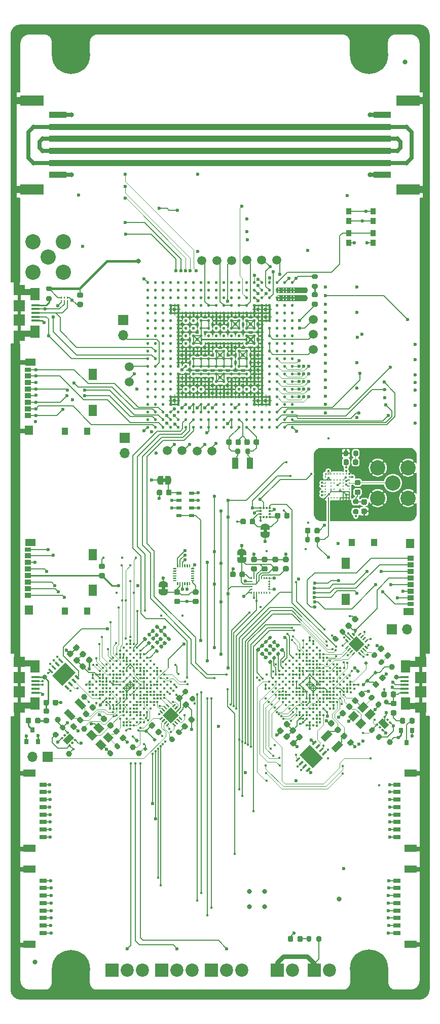
<source format=gbr>
%TF.GenerationSoftware,KiCad,Pcbnew,5.1.9-73d0e3b20d~88~ubuntu20.04.1*%
%TF.CreationDate,2021-04-18T22:57:39-05:00*%
%TF.ProjectId,FCB,4643422e-6b69-4636-9164-5f7063625858,rev?*%
%TF.SameCoordinates,Original*%
%TF.FileFunction,Copper,L1,Top*%
%TF.FilePolarity,Positive*%
%FSLAX46Y46*%
G04 Gerber Fmt 4.6, Leading zero omitted, Abs format (unit mm)*
G04 Created by KiCad (PCBNEW 5.1.9-73d0e3b20d~88~ubuntu20.04.1) date 2021-04-18 22:57:39*
%MOMM*%
%LPD*%
G01*
G04 APERTURE LIST*
%TA.AperFunction,NonConductor*%
%ADD10C,0.150000*%
%TD*%
%TA.AperFunction,NonConductor*%
%ADD11C,0.300000*%
%TD*%
%TA.AperFunction,NonConductor*%
%ADD12C,0.200000*%
%TD*%
%TA.AperFunction,NonConductor*%
%ADD13C,0.100000*%
%TD*%
%TA.AperFunction,EtchedComponent*%
%ADD14C,0.100000*%
%TD*%
%TA.AperFunction,SMDPad,CuDef*%
%ADD15R,2.150000X1.300000*%
%TD*%
%TA.AperFunction,SMDPad,CuDef*%
%ADD16R,1.200000X0.800000*%
%TD*%
%TA.AperFunction,SMDPad,CuDef*%
%ADD17C,1.000000*%
%TD*%
%TA.AperFunction,SMDPad,CuDef*%
%ADD18C,1.500000*%
%TD*%
%TA.AperFunction,SMDPad,CuDef*%
%ADD19R,0.900000X1.000000*%
%TD*%
%TA.AperFunction,ComponentPad*%
%ADD20O,1.700000X1.700000*%
%TD*%
%TA.AperFunction,ComponentPad*%
%ADD21R,1.700000X1.700000*%
%TD*%
%TA.AperFunction,SMDPad,CuDef*%
%ADD22R,1.100000X0.850000*%
%TD*%
%TA.AperFunction,SMDPad,CuDef*%
%ADD23R,1.100000X0.750000*%
%TD*%
%TA.AperFunction,SMDPad,CuDef*%
%ADD24R,1.800000X1.170000*%
%TD*%
%TA.AperFunction,SMDPad,CuDef*%
%ADD25R,1.350000X1.900000*%
%TD*%
%TA.AperFunction,SMDPad,CuDef*%
%ADD26R,1.000000X1.200000*%
%TD*%
%TA.AperFunction,SMDPad,CuDef*%
%ADD27R,1.350000X1.550000*%
%TD*%
%TA.AperFunction,SMDPad,CuDef*%
%ADD28C,0.100000*%
%TD*%
%TA.AperFunction,ComponentPad*%
%ADD29R,2.200000X2.200000*%
%TD*%
%TA.AperFunction,ComponentPad*%
%ADD30C,2.200000*%
%TD*%
%TA.AperFunction,ComponentPad*%
%ADD31C,2.540000*%
%TD*%
%TA.AperFunction,SMDPad,CuDef*%
%ADD32R,3.000000X1.000000*%
%TD*%
%TA.AperFunction,SMDPad,CuDef*%
%ADD33R,4.000000X1.800000*%
%TD*%
%TA.AperFunction,SMDPad,CuDef*%
%ADD34R,1.100000X1.900000*%
%TD*%
%TA.AperFunction,SMDPad,CuDef*%
%ADD35C,0.400000*%
%TD*%
%TA.AperFunction,SMDPad,CuDef*%
%ADD36R,0.800000X0.900000*%
%TD*%
%TA.AperFunction,SMDPad,CuDef*%
%ADD37R,1.900000X1.900000*%
%TD*%
%TA.AperFunction,SMDPad,CuDef*%
%ADD38R,1.900000X1.800000*%
%TD*%
%TA.AperFunction,SMDPad,CuDef*%
%ADD39R,1.600000X2.100000*%
%TD*%
%TA.AperFunction,SMDPad,CuDef*%
%ADD40R,1.350000X0.400000*%
%TD*%
%TA.AperFunction,SMDPad,CuDef*%
%ADD41R,0.200000X0.350000*%
%TD*%
%TA.AperFunction,SMDPad,CuDef*%
%ADD42R,0.200000X0.300000*%
%TD*%
%TA.AperFunction,SMDPad,CuDef*%
%ADD43C,0.270000*%
%TD*%
%TA.AperFunction,SMDPad,CuDef*%
%ADD44R,0.950000X0.550000*%
%TD*%
%TA.AperFunction,SMDPad,CuDef*%
%ADD45R,0.375000X0.350000*%
%TD*%
%TA.AperFunction,SMDPad,CuDef*%
%ADD46R,0.350000X0.375000*%
%TD*%
%TA.AperFunction,SMDPad,CuDef*%
%ADD47R,0.230000X0.350000*%
%TD*%
%TA.AperFunction,SMDPad,CuDef*%
%ADD48R,0.350000X0.230000*%
%TD*%
%TA.AperFunction,ComponentPad*%
%ADD49C,0.800000*%
%TD*%
%TA.AperFunction,ComponentPad*%
%ADD50C,6.400000*%
%TD*%
%TA.AperFunction,ViaPad*%
%ADD51C,0.600000*%
%TD*%
%TA.AperFunction,ViaPad*%
%ADD52C,0.800000*%
%TD*%
%TA.AperFunction,ViaPad*%
%ADD53C,0.400000*%
%TD*%
%TA.AperFunction,Conductor*%
%ADD54C,0.800000*%
%TD*%
%TA.AperFunction,Conductor*%
%ADD55C,0.200000*%
%TD*%
%TA.AperFunction,Conductor*%
%ADD56C,0.150000*%
%TD*%
%TA.AperFunction,Conductor*%
%ADD57C,0.500000*%
%TD*%
%TA.AperFunction,Conductor*%
%ADD58C,1.000000*%
%TD*%
%TA.AperFunction,Conductor*%
%ADD59C,1.050000*%
%TD*%
%TA.AperFunction,Conductor*%
%ADD60C,0.250000*%
%TD*%
%TA.AperFunction,Conductor*%
%ADD61C,0.120000*%
%TD*%
%TA.AperFunction,Conductor*%
%ADD62C,0.700000*%
%TD*%
%TA.AperFunction,Conductor*%
%ADD63C,0.450000*%
%TD*%
%TA.AperFunction,Conductor*%
%ADD64C,1.200000*%
%TD*%
%TA.AperFunction,Conductor*%
%ADD65C,0.110000*%
%TD*%
%TA.AperFunction,Conductor*%
%ADD66C,0.090000*%
%TD*%
%TA.AperFunction,Conductor*%
%ADD67C,0.100000*%
%TD*%
G04 APERTURE END LIST*
D10*
G36*
X171500000Y-169700000D02*
G01*
X170000000Y-169700000D01*
X170000000Y-118200000D01*
X171500000Y-118200000D01*
X171500000Y-169700000D01*
G37*
X171500000Y-169700000D02*
X170000000Y-169700000D01*
X170000000Y-118200000D01*
X171500000Y-118200000D01*
X171500000Y-169700000D01*
G36*
X239850000Y-225750000D02*
G01*
X238350000Y-225750000D01*
X238350000Y-180200000D01*
X239850000Y-180200000D01*
X239850000Y-225750000D01*
G37*
X239850000Y-225750000D02*
X238350000Y-225750000D01*
X238350000Y-180200000D01*
X239850000Y-180200000D01*
X239850000Y-225750000D01*
G36*
X171500000Y-225800000D02*
G01*
X170000000Y-225800000D01*
X170000000Y-180300000D01*
X171500000Y-180300000D01*
X171500000Y-225800000D01*
G37*
X171500000Y-225800000D02*
X170000000Y-225800000D01*
X170000000Y-180300000D01*
X171500000Y-180300000D01*
X171500000Y-225800000D01*
G36*
X171500000Y-76150000D02*
G01*
X170900000Y-76150000D01*
X170900000Y-93850000D01*
X171500000Y-93850000D01*
X171500000Y-107800000D01*
X170000000Y-107800000D01*
X170000000Y-66600000D01*
X171500000Y-66600000D01*
X171500000Y-76150000D01*
G37*
X171500000Y-76150000D02*
X170900000Y-76150000D01*
X170900000Y-93850000D01*
X171500000Y-93850000D01*
X171500000Y-107800000D01*
X170000000Y-107800000D01*
X170000000Y-66600000D01*
X171500000Y-66600000D01*
X171500000Y-76150000D01*
D11*
X226850000Y-224549200D02*
G75*
G02*
X225350000Y-226049200I-1500000J0D01*
G01*
X234350000Y-226049200D02*
G75*
G02*
X232850000Y-224549200I0J1500000D01*
G01*
D12*
G36*
X232950000Y-225249200D02*
G01*
X233850000Y-226249200D01*
X225750000Y-226349200D01*
X226750000Y-225249200D01*
X226750000Y-222349200D01*
X232950000Y-222349200D01*
X232950000Y-225249200D01*
G37*
X232950000Y-225249200D02*
X233850000Y-226249200D01*
X225750000Y-226349200D01*
X226750000Y-225249200D01*
X226750000Y-222349200D01*
X232950000Y-222349200D01*
X232950000Y-225249200D01*
D11*
X177000000Y-224600000D02*
G75*
G02*
X175500000Y-226100000I-1500000J0D01*
G01*
X184500000Y-226100000D02*
G75*
G02*
X183000000Y-224600000I0J1500000D01*
G01*
D12*
G36*
X183100000Y-225300000D02*
G01*
X184000000Y-226300000D01*
X175900000Y-226400000D01*
X176900000Y-225300000D01*
X176900000Y-222400000D01*
X183100000Y-222400000D01*
X183100000Y-225300000D01*
G37*
X183100000Y-225300000D02*
X184000000Y-226300000D01*
X175900000Y-226400000D01*
X176900000Y-225300000D01*
X176900000Y-222400000D01*
X183100000Y-222400000D01*
X183100000Y-225300000D01*
D11*
X232800000Y-67900000D02*
G75*
G02*
X234300000Y-66400000I1500000J0D01*
G01*
X225300000Y-66400000D02*
G75*
G02*
X226800000Y-67900000I0J-1500000D01*
G01*
D12*
G36*
X232900000Y-67200000D02*
G01*
X232900000Y-70100000D01*
X226700000Y-70100000D01*
X226700000Y-67200000D01*
X225800000Y-66200000D01*
X233900000Y-66100000D01*
X232900000Y-67200000D01*
G37*
X232900000Y-67200000D02*
X232900000Y-70100000D01*
X226700000Y-70100000D01*
X226700000Y-67200000D01*
X225800000Y-66200000D01*
X233900000Y-66100000D01*
X232900000Y-67200000D01*
D11*
X183000000Y-67900000D02*
G75*
G02*
X184500000Y-66400000I1500000J0D01*
G01*
X175500000Y-66400000D02*
G75*
G02*
X177000000Y-67900000I0J-1500000D01*
G01*
D12*
G36*
X183100000Y-67200000D02*
G01*
X183100000Y-70100000D01*
X176900000Y-70100000D01*
X176900000Y-67200000D01*
X176000000Y-66200000D01*
X184100000Y-66100000D01*
X183100000Y-67200000D01*
G37*
X183100000Y-67200000D02*
X183100000Y-70100000D01*
X176900000Y-70100000D01*
X176900000Y-67200000D01*
X176000000Y-66200000D01*
X184100000Y-66100000D01*
X183100000Y-67200000D01*
D10*
X238350000Y-224300000D02*
G75*
G02*
X236750000Y-225900000I-1600000J0D01*
G01*
G36*
X239850000Y-225800000D02*
G01*
X239750000Y-226200000D01*
X239550000Y-226600000D01*
X239250000Y-227000000D01*
X238650000Y-227300000D01*
X238250000Y-227400000D01*
X236850000Y-227400000D01*
X236850000Y-225900000D01*
X237350000Y-225800000D01*
X237750000Y-225600000D01*
X238050000Y-225300000D01*
X238250000Y-224900000D01*
X238350000Y-224300000D01*
X239850000Y-224300000D01*
X239850000Y-225800000D01*
G37*
X239850000Y-225800000D02*
X239750000Y-226200000D01*
X239550000Y-226600000D01*
X239250000Y-227000000D01*
X238650000Y-227300000D01*
X238250000Y-227400000D01*
X236850000Y-227400000D01*
X236850000Y-225900000D01*
X237350000Y-225800000D01*
X237750000Y-225600000D01*
X238050000Y-225300000D01*
X238250000Y-224900000D01*
X238350000Y-224300000D01*
X239850000Y-224300000D01*
X239850000Y-225800000D01*
X239850000Y-225800000D02*
G75*
G02*
X238250000Y-227400000I-1600000J0D01*
G01*
G36*
X238300000Y-227400000D02*
G01*
X173100000Y-227400000D01*
X173100000Y-225900000D01*
X238300000Y-225900000D01*
X238300000Y-227400000D01*
G37*
X238300000Y-227400000D02*
X173100000Y-227400000D01*
X173100000Y-225900000D01*
X238300000Y-225900000D01*
X238300000Y-227400000D01*
G36*
X171600000Y-224900000D02*
G01*
X171800000Y-225300000D01*
X172100000Y-225600000D01*
X172500000Y-225800000D01*
X173100000Y-225900000D01*
X173100000Y-227400000D01*
X171600000Y-227400000D01*
X171200000Y-227300000D01*
X170800000Y-227100000D01*
X170400000Y-226800000D01*
X170100000Y-226200000D01*
X170000000Y-225800000D01*
X170000000Y-224400000D01*
X171500000Y-224400000D01*
X171600000Y-224900000D01*
G37*
X171600000Y-224900000D02*
X171800000Y-225300000D01*
X172100000Y-225600000D01*
X172500000Y-225800000D01*
X173100000Y-225900000D01*
X173100000Y-227400000D01*
X171600000Y-227400000D01*
X171200000Y-227300000D01*
X170800000Y-227100000D01*
X170400000Y-226800000D01*
X170100000Y-226200000D01*
X170000000Y-225800000D01*
X170000000Y-224400000D01*
X171500000Y-224400000D01*
X171600000Y-224900000D01*
X173100000Y-225900000D02*
G75*
G02*
X171500000Y-224300000I0J1600000D01*
G01*
X171600000Y-227400000D02*
G75*
G02*
X170000000Y-225800000I0J1600000D01*
G01*
G36*
X239850000Y-169710000D02*
G01*
X238340000Y-169700000D01*
X238345275Y-93850008D01*
X238900000Y-93850000D01*
X238900000Y-76200000D01*
X238350000Y-76200000D01*
X238350000Y-66600000D01*
X239850000Y-66600000D01*
X239850000Y-169710000D01*
G37*
X239850000Y-169710000D02*
X238340000Y-169700000D01*
X238345275Y-93850008D01*
X238900000Y-93850000D01*
X238900000Y-76200000D01*
X238350000Y-76200000D01*
X238350000Y-66600000D01*
X239850000Y-66600000D01*
X239850000Y-169710000D01*
D13*
G36*
X238650000Y-65100000D02*
G01*
X239250000Y-65400000D01*
X239550000Y-65800000D01*
X239750000Y-66200000D01*
X239850000Y-66600000D01*
X239850000Y-68100000D01*
X238350000Y-68100000D01*
X238250000Y-67500000D01*
X238050000Y-67100000D01*
X237750000Y-66800000D01*
X237350000Y-66600000D01*
X236850000Y-66500000D01*
X236850000Y-65000000D01*
X238250000Y-65000000D01*
X238650000Y-65100000D01*
G37*
X238650000Y-65100000D02*
X239250000Y-65400000D01*
X239550000Y-65800000D01*
X239750000Y-66200000D01*
X239850000Y-66600000D01*
X239850000Y-68100000D01*
X238350000Y-68100000D01*
X238250000Y-67500000D01*
X238050000Y-67100000D01*
X237750000Y-66800000D01*
X237350000Y-66600000D01*
X236850000Y-66500000D01*
X236850000Y-65000000D01*
X238250000Y-65000000D01*
X238650000Y-65100000D01*
D10*
X238350000Y-68100000D02*
G75*
G03*
X236750000Y-66500000I-1600000J0D01*
G01*
X239850000Y-66600000D02*
G75*
G03*
X238250000Y-65000000I-1600000J0D01*
G01*
G36*
X173000000Y-66500000D02*
G01*
X172500000Y-66600000D01*
X172100000Y-66800000D01*
X171800000Y-67100000D01*
X171600000Y-67500000D01*
X171500000Y-68100000D01*
X170000000Y-68100000D01*
X170000000Y-66600000D01*
X170100000Y-66200000D01*
X170300000Y-65800000D01*
X170600000Y-65400000D01*
X171200000Y-65100000D01*
X171600000Y-65000000D01*
X173000000Y-65000000D01*
X173000000Y-66500000D01*
G37*
X173000000Y-66500000D02*
X172500000Y-66600000D01*
X172100000Y-66800000D01*
X171800000Y-67100000D01*
X171600000Y-67500000D01*
X171500000Y-68100000D01*
X170000000Y-68100000D01*
X170000000Y-66600000D01*
X170100000Y-66200000D01*
X170300000Y-65800000D01*
X170600000Y-65400000D01*
X171200000Y-65100000D01*
X171600000Y-65000000D01*
X173000000Y-65000000D01*
X173000000Y-66500000D01*
X171500000Y-68100000D02*
G75*
G02*
X173100000Y-66500000I1600000J0D01*
G01*
X170000000Y-66600000D02*
G75*
G02*
X171600000Y-65000000I1600000J0D01*
G01*
G36*
X238300000Y-66500000D02*
G01*
X171600000Y-66500000D01*
X171600000Y-65000000D01*
X238300000Y-65000000D01*
X238300000Y-66500000D01*
G37*
X238300000Y-66500000D02*
X171600000Y-66500000D01*
X171600000Y-65000000D01*
X238300000Y-65000000D01*
X238300000Y-66500000D01*
D14*
%TO.C,JP104*%
G36*
X195750000Y-159150000D02*
G01*
X195750000Y-158650000D01*
X195150000Y-158650000D01*
X195150000Y-159150000D01*
X195750000Y-159150000D01*
G37*
%TO.C,JP103*%
G36*
X195850000Y-140600000D02*
G01*
X195350000Y-140600000D01*
X195350000Y-141200000D01*
X195850000Y-141200000D01*
X195850000Y-140600000D01*
G37*
%TO.C,JP102*%
G36*
X212160000Y-149080000D02*
G01*
X212160000Y-149580000D01*
X212760000Y-149580000D01*
X212760000Y-149080000D01*
X212160000Y-149080000D01*
G37*
%TO.C,JP101*%
G36*
X208850000Y-153800000D02*
G01*
X208850000Y-153300000D01*
X208250000Y-153300000D01*
X208250000Y-153800000D01*
X208850000Y-153800000D01*
G37*
%TD*%
D15*
%TO.P,J104,P2*%
%TO.N,GND1*%
X236745000Y-202275000D03*
%TO.P,J104,P1*%
X236745000Y-189725000D03*
D16*
%TO.P,J104,8*%
%TO.N,GND*%
X234450000Y-191625000D03*
%TO.P,J104,7*%
%TO.N,/B2B_SPI_MOSI*%
X234450000Y-192875000D03*
%TO.P,J104,6*%
%TO.N,/B2B_SPI_MISO*%
X234450000Y-194125000D03*
%TO.P,J104,5*%
%TO.N,/B2B_SPI_SCK*%
X234450000Y-195375000D03*
%TO.P,J104,4*%
%TO.N,/B2B_SPI_CS1*%
X234450000Y-196625000D03*
%TO.P,J104,3*%
%TO.N,/B2B_SPI_CS2*%
X234450000Y-197875000D03*
%TO.P,J104,2*%
%TO.N,/B2B_GPIO1*%
X234450000Y-199125000D03*
%TO.P,J104,1*%
%TO.N,GND*%
X234450000Y-200375000D03*
%TD*%
D15*
%TO.P,J103,P2*%
%TO.N,GND1*%
X236745000Y-218275000D03*
%TO.P,J103,P1*%
X236745000Y-205725000D03*
D16*
%TO.P,J103,8*%
%TO.N,/B2B_I2C_SDA*%
X234450000Y-207625000D03*
%TO.P,J103,7*%
%TO.N,/B2B_I2C_SCL*%
X234450000Y-208875000D03*
%TO.P,J103,6*%
%TO.N,/B2B_SERVO1*%
X234450000Y-210125000D03*
%TO.P,J103,5*%
%TO.N,/B2B_SERVO2*%
X234450000Y-211375000D03*
%TO.P,J103,4*%
%TO.N,/B2B_SERVO3*%
X234450000Y-212625000D03*
%TO.P,J103,3*%
%TO.N,/B2B_SERVO4*%
X234450000Y-213875000D03*
%TO.P,J103,2*%
%TO.N,GND*%
X234450000Y-215125000D03*
%TO.P,J103,1*%
%TO.N,/9V_PT_SUPPLY*%
X234450000Y-216375000D03*
%TD*%
D15*
%TO.P,J102,P2*%
%TO.N,GND1*%
X173055000Y-205725000D03*
%TO.P,J102,P1*%
X173055000Y-218275000D03*
D16*
%TO.P,J102,8*%
%TO.N,/9V_PT_SUPPLY*%
X175350000Y-216375000D03*
%TO.P,J102,7*%
%TO.N,GND*%
X175350000Y-215125000D03*
%TO.P,J102,6*%
%TO.N,/B2B_SERVO4*%
X175350000Y-213875000D03*
%TO.P,J102,5*%
%TO.N,/B2B_SERVO3*%
X175350000Y-212625000D03*
%TO.P,J102,4*%
%TO.N,/B2B_SERVO2*%
X175350000Y-211375000D03*
%TO.P,J102,3*%
%TO.N,/B2B_SERVO1*%
X175350000Y-210125000D03*
%TO.P,J102,2*%
%TO.N,/B2B_I2C_SCL*%
X175350000Y-208875000D03*
%TO.P,J102,1*%
%TO.N,/B2B_I2C_SDA*%
X175350000Y-207625000D03*
%TD*%
D15*
%TO.P,J101,P2*%
%TO.N,GND1*%
X173055000Y-189725000D03*
%TO.P,J101,P1*%
X173055000Y-202275000D03*
D16*
%TO.P,J101,8*%
%TO.N,GND*%
X175350000Y-200375000D03*
%TO.P,J101,7*%
%TO.N,/B2B_GPIO1*%
X175350000Y-199125000D03*
%TO.P,J101,6*%
%TO.N,/B2B_SPI_CS2*%
X175350000Y-197875000D03*
%TO.P,J101,5*%
%TO.N,/B2B_SPI_CS1*%
X175350000Y-196625000D03*
%TO.P,J101,4*%
%TO.N,/B2B_SPI_SCK*%
X175350000Y-195375000D03*
%TO.P,J101,3*%
%TO.N,/B2B_SPI_MISO*%
X175350000Y-194125000D03*
%TO.P,J101,2*%
%TO.N,/B2B_SPI_MOSI*%
X175350000Y-192875000D03*
%TO.P,J101,1*%
%TO.N,GND*%
X175350000Y-191625000D03*
%TD*%
D17*
%TO.P,TP508,1*%
%TO.N,/MCU_HYBRID/3V3_MCU*%
X179700000Y-186460000D03*
%TD*%
%TO.P,TP507,1*%
%TO.N,Net-(R507-Pad2)*%
X177800000Y-180840000D03*
%TD*%
%TO.P,TP506,1*%
%TO.N,Net-(C516-Pad1)*%
X182192000Y-177014000D03*
%TD*%
%TO.P,TP505,1*%
%TO.N,Net-(C514-Pad1)*%
X182192000Y-182348000D03*
%TD*%
%TO.P,TP503,1*%
%TO.N,Net-(C518-Pad1)*%
X190320000Y-185396000D03*
%TD*%
%TO.P,TP502,1*%
%TO.N,Net-(C517-Pad1)*%
X191336000Y-186412000D03*
%TD*%
D18*
%TO.P,TP18,1*%
%TO.N,Net-(TP18-Pad1)*%
X214410000Y-104200000D03*
%TD*%
D19*
%TO.P,SW502,2*%
%TO.N,Net-(SW502-Pad2)*%
X226430000Y-99720000D03*
%TO.P,SW502,1*%
%TO.N,GND*%
X226430000Y-101320000D03*
%TO.P,SW502,2*%
%TO.N,Net-(SW502-Pad2)*%
X230530000Y-99720000D03*
%TO.P,SW502,1*%
%TO.N,GND*%
X230530000Y-101320000D03*
%TD*%
%TO.P,SW501,2*%
%TO.N,Net-(SW501-Pad2)*%
X230530000Y-97650000D03*
%TO.P,SW501,1*%
%TO.N,GND*%
X230530000Y-96050000D03*
%TO.P,SW501,2*%
%TO.N,Net-(SW501-Pad2)*%
X226430000Y-97650000D03*
%TO.P,SW501,1*%
%TO.N,GND*%
X226430000Y-96050000D03*
%TD*%
D20*
%TO.P,J6,2*%
%TO.N,Net-(J6-Pad2)*%
X188720000Y-116720000D03*
D21*
%TO.P,J6,1*%
%TO.N,GND*%
X188720000Y-114180000D03*
%TD*%
D20*
%TO.P,J4,2*%
%TO.N,Net-(J4-Pad2)*%
X189030000Y-136380000D03*
D21*
%TO.P,J4,1*%
%TO.N,Net-(J4-Pad1)*%
X189030000Y-133840000D03*
%TD*%
%TO.P,U401,K10*%
%TO.N,/MPU/SYS_VDD3_3P3V*%
%TA.AperFunction,SMDPad,CuDef*%
G36*
G01*
X204290000Y-119115000D02*
X204290000Y-119115000D01*
G75*
G02*
X204540000Y-119365000I0J-250000D01*
G01*
X204540000Y-119365000D01*
G75*
G02*
X204290000Y-119615000I-250000J0D01*
G01*
X204290000Y-119615000D01*
G75*
G02*
X204040000Y-119365000I0J250000D01*
G01*
X204040000Y-119365000D01*
G75*
G02*
X204290000Y-119115000I250000J0D01*
G01*
G37*
%TD.AperFunction*%
%TO.P,U401,L10*%
%TA.AperFunction,SMDPad,CuDef*%
G36*
G01*
X204290000Y-120385000D02*
X204290000Y-120385000D01*
G75*
G02*
X204540000Y-120635000I0J-250000D01*
G01*
X204540000Y-120635000D01*
G75*
G02*
X204290000Y-120885000I-250000J0D01*
G01*
X204290000Y-120885000D01*
G75*
G02*
X204040000Y-120635000I0J250000D01*
G01*
X204040000Y-120635000D01*
G75*
G02*
X204290000Y-120385000I250000J0D01*
G01*
G37*
%TD.AperFunction*%
%TO.P,U401,L11*%
%TA.AperFunction,SMDPad,CuDef*%
G36*
G01*
X205560000Y-120385000D02*
X205560000Y-120385000D01*
G75*
G02*
X205810000Y-120635000I0J-250000D01*
G01*
X205810000Y-120635000D01*
G75*
G02*
X205560000Y-120885000I-250000J0D01*
G01*
X205560000Y-120885000D01*
G75*
G02*
X205310000Y-120635000I0J250000D01*
G01*
X205310000Y-120635000D01*
G75*
G02*
X205560000Y-120385000I250000J0D01*
G01*
G37*
%TD.AperFunction*%
%TO.P,U401,K11*%
%TA.AperFunction,SMDPad,CuDef*%
G36*
G01*
X205560000Y-119115000D02*
X205560000Y-119115000D01*
G75*
G02*
X205810000Y-119365000I0J-250000D01*
G01*
X205810000Y-119365000D01*
G75*
G02*
X205560000Y-119615000I-250000J0D01*
G01*
X205560000Y-119615000D01*
G75*
G02*
X205310000Y-119365000I0J250000D01*
G01*
X205310000Y-119365000D01*
G75*
G02*
X205560000Y-119115000I250000J0D01*
G01*
G37*
%TD.AperFunction*%
%TO.P,U401,J11*%
%TO.N,GND*%
%TA.AperFunction,SMDPad,CuDef*%
G36*
G01*
X205560000Y-117845000D02*
X205560000Y-117845000D01*
G75*
G02*
X205810000Y-118095000I0J-250000D01*
G01*
X205810000Y-118095000D01*
G75*
G02*
X205560000Y-118345000I-250000J0D01*
G01*
X205560000Y-118345000D01*
G75*
G02*
X205310000Y-118095000I0J250000D01*
G01*
X205310000Y-118095000D01*
G75*
G02*
X205560000Y-117845000I250000J0D01*
G01*
G37*
%TD.AperFunction*%
%TO.P,U401,M11*%
%TO.N,/MPU/SYS_VDD3_3P3V*%
%TA.AperFunction,SMDPad,CuDef*%
G36*
G01*
X205560000Y-121655000D02*
X205560000Y-121655000D01*
G75*
G02*
X205810000Y-121905000I0J-250000D01*
G01*
X205810000Y-121905000D01*
G75*
G02*
X205560000Y-122155000I-250000J0D01*
G01*
X205560000Y-122155000D01*
G75*
G02*
X205310000Y-121905000I0J250000D01*
G01*
X205310000Y-121905000D01*
G75*
G02*
X205560000Y-121655000I250000J0D01*
G01*
G37*
%TD.AperFunction*%
%TO.P,U401,H11*%
%TO.N,Net-(U401-PadH11)*%
%TA.AperFunction,SMDPad,CuDef*%
G36*
G01*
X205560000Y-116575000D02*
X205560000Y-116575000D01*
G75*
G02*
X205810000Y-116825000I0J-250000D01*
G01*
X205810000Y-116825000D01*
G75*
G02*
X205560000Y-117075000I-250000J0D01*
G01*
X205560000Y-117075000D01*
G75*
G02*
X205310000Y-116825000I0J250000D01*
G01*
X205310000Y-116825000D01*
G75*
G02*
X205560000Y-116575000I250000J0D01*
G01*
G37*
%TD.AperFunction*%
%TO.P,U401,N11*%
%TO.N,/MPU/SYS_VDD_1P8V*%
%TA.AperFunction,SMDPad,CuDef*%
G36*
G01*
X205560000Y-122925000D02*
X205560000Y-122925000D01*
G75*
G02*
X205810000Y-123175000I0J-250000D01*
G01*
X205810000Y-123175000D01*
G75*
G02*
X205560000Y-123425000I-250000J0D01*
G01*
X205560000Y-123425000D01*
G75*
G02*
X205310000Y-123175000I0J250000D01*
G01*
X205310000Y-123175000D01*
G75*
G02*
X205560000Y-122925000I250000J0D01*
G01*
G37*
%TD.AperFunction*%
%TO.P,U401,G11*%
%TO.N,Net-(U401-PadG11)*%
%TA.AperFunction,SMDPad,CuDef*%
G36*
G01*
X205560000Y-115305000D02*
X205560000Y-115305000D01*
G75*
G02*
X205810000Y-115555000I0J-250000D01*
G01*
X205810000Y-115555000D01*
G75*
G02*
X205560000Y-115805000I-250000J0D01*
G01*
X205560000Y-115805000D01*
G75*
G02*
X205310000Y-115555000I0J250000D01*
G01*
X205310000Y-115555000D01*
G75*
G02*
X205560000Y-115305000I250000J0D01*
G01*
G37*
%TD.AperFunction*%
%TO.P,U401,P11*%
%TO.N,/MPU/SYS_VDD_1P8V*%
%TA.AperFunction,SMDPad,CuDef*%
G36*
G01*
X205560000Y-124195000D02*
X205560000Y-124195000D01*
G75*
G02*
X205810000Y-124445000I0J-250000D01*
G01*
X205810000Y-124445000D01*
G75*
G02*
X205560000Y-124695000I-250000J0D01*
G01*
X205560000Y-124695000D01*
G75*
G02*
X205310000Y-124445000I0J250000D01*
G01*
X205310000Y-124445000D01*
G75*
G02*
X205560000Y-124195000I250000J0D01*
G01*
G37*
%TD.AperFunction*%
%TO.P,U401,F11*%
%TO.N,GND*%
%TA.AperFunction,SMDPad,CuDef*%
G36*
G01*
X205560000Y-114035000D02*
X205560000Y-114035000D01*
G75*
G02*
X205810000Y-114285000I0J-250000D01*
G01*
X205810000Y-114285000D01*
G75*
G02*
X205560000Y-114535000I-250000J0D01*
G01*
X205560000Y-114535000D01*
G75*
G02*
X205310000Y-114285000I0J250000D01*
G01*
X205310000Y-114285000D01*
G75*
G02*
X205560000Y-114035000I250000J0D01*
G01*
G37*
%TD.AperFunction*%
%TO.P,U401,R11*%
%TA.AperFunction,SMDPad,CuDef*%
G36*
G01*
X205560000Y-125465000D02*
X205560000Y-125465000D01*
G75*
G02*
X205810000Y-125715000I0J-250000D01*
G01*
X205810000Y-125715000D01*
G75*
G02*
X205560000Y-125965000I-250000J0D01*
G01*
X205560000Y-125965000D01*
G75*
G02*
X205310000Y-125715000I0J250000D01*
G01*
X205310000Y-125715000D01*
G75*
G02*
X205560000Y-125465000I250000J0D01*
G01*
G37*
%TD.AperFunction*%
%TO.P,U401,E11*%
%TA.AperFunction,SMDPad,CuDef*%
G36*
G01*
X205560000Y-112765000D02*
X205560000Y-112765000D01*
G75*
G02*
X205810000Y-113015000I0J-250000D01*
G01*
X205810000Y-113015000D01*
G75*
G02*
X205560000Y-113265000I-250000J0D01*
G01*
X205560000Y-113265000D01*
G75*
G02*
X205310000Y-113015000I0J250000D01*
G01*
X205310000Y-113015000D01*
G75*
G02*
X205560000Y-112765000I250000J0D01*
G01*
G37*
%TD.AperFunction*%
%TO.P,U401,T11*%
%TA.AperFunction,SMDPad,CuDef*%
G36*
G01*
X205560000Y-126735000D02*
X205560000Y-126735000D01*
G75*
G02*
X205810000Y-126985000I0J-250000D01*
G01*
X205810000Y-126985000D01*
G75*
G02*
X205560000Y-127235000I-250000J0D01*
G01*
X205560000Y-127235000D01*
G75*
G02*
X205310000Y-126985000I0J250000D01*
G01*
X205310000Y-126985000D01*
G75*
G02*
X205560000Y-126735000I250000J0D01*
G01*
G37*
%TD.AperFunction*%
%TO.P,U401,D11*%
%TO.N,Net-(TP6-Pad1)*%
%TA.AperFunction,SMDPad,CuDef*%
G36*
G01*
X205310000Y-111745000D02*
X205310000Y-111745000D01*
G75*
G02*
X205560000Y-111495000I250000J0D01*
G01*
X205560000Y-111495000D01*
G75*
G02*
X205810000Y-111745000I0J-250000D01*
G01*
X205810000Y-111745000D01*
G75*
G02*
X205560000Y-111995000I-250000J0D01*
G01*
X205560000Y-111995000D01*
G75*
G02*
X205310000Y-111745000I0J250000D01*
G01*
G37*
%TD.AperFunction*%
%TO.P,U401,U11*%
%TO.N,Net-(U401-PadU11)*%
%TA.AperFunction,SMDPad,CuDef*%
G36*
G01*
X205560000Y-128005000D02*
X205560000Y-128005000D01*
G75*
G02*
X205810000Y-128255000I0J-250000D01*
G01*
X205810000Y-128255000D01*
G75*
G02*
X205560000Y-128505000I-250000J0D01*
G01*
X205560000Y-128505000D01*
G75*
G02*
X205310000Y-128255000I0J250000D01*
G01*
X205310000Y-128255000D01*
G75*
G02*
X205560000Y-128005000I250000J0D01*
G01*
G37*
%TD.AperFunction*%
%TO.P,U401,C11*%
%TO.N,Net-(U401-PadC11)*%
%TA.AperFunction,SMDPad,CuDef*%
G36*
G01*
X205310000Y-110475000D02*
X205310000Y-110475000D01*
G75*
G02*
X205560000Y-110225000I250000J0D01*
G01*
X205560000Y-110225000D01*
G75*
G02*
X205810000Y-110475000I0J-250000D01*
G01*
X205810000Y-110475000D01*
G75*
G02*
X205560000Y-110725000I-250000J0D01*
G01*
X205560000Y-110725000D01*
G75*
G02*
X205310000Y-110475000I0J250000D01*
G01*
G37*
%TD.AperFunction*%
%TO.P,U401,V11*%
%TO.N,Net-(U401-PadV11)*%
%TA.AperFunction,SMDPad,CuDef*%
G36*
G01*
X205560000Y-129275000D02*
X205560000Y-129275000D01*
G75*
G02*
X205810000Y-129525000I0J-250000D01*
G01*
X205810000Y-129525000D01*
G75*
G02*
X205560000Y-129775000I-250000J0D01*
G01*
X205560000Y-129775000D01*
G75*
G02*
X205310000Y-129525000I0J250000D01*
G01*
X205310000Y-129525000D01*
G75*
G02*
X205560000Y-129275000I250000J0D01*
G01*
G37*
%TD.AperFunction*%
%TO.P,U401,B11*%
%TO.N,Net-(U401-PadB11)*%
%TA.AperFunction,SMDPad,CuDef*%
G36*
G01*
X205310000Y-109205000D02*
X205310000Y-109205000D01*
G75*
G02*
X205560000Y-108955000I250000J0D01*
G01*
X205560000Y-108955000D01*
G75*
G02*
X205810000Y-109205000I0J-250000D01*
G01*
X205810000Y-109205000D01*
G75*
G02*
X205560000Y-109455000I-250000J0D01*
G01*
X205560000Y-109455000D01*
G75*
G02*
X205310000Y-109205000I0J250000D01*
G01*
G37*
%TD.AperFunction*%
%TO.P,U401,W11*%
%TO.N,Net-(U401-PadW11)*%
%TA.AperFunction,SMDPad,CuDef*%
G36*
G01*
X205560000Y-130545000D02*
X205560000Y-130545000D01*
G75*
G02*
X205810000Y-130795000I0J-250000D01*
G01*
X205810000Y-130795000D01*
G75*
G02*
X205560000Y-131045000I-250000J0D01*
G01*
X205560000Y-131045000D01*
G75*
G02*
X205310000Y-130795000I0J250000D01*
G01*
X205310000Y-130795000D01*
G75*
G02*
X205560000Y-130545000I250000J0D01*
G01*
G37*
%TD.AperFunction*%
%TO.P,U401,A11*%
%TO.N,Net-(U401-PadA11)*%
%TA.AperFunction,SMDPad,CuDef*%
G36*
G01*
X205310000Y-107935000D02*
X205310000Y-107935000D01*
G75*
G02*
X205560000Y-107685000I250000J0D01*
G01*
X205560000Y-107685000D01*
G75*
G02*
X205810000Y-107935000I0J-250000D01*
G01*
X205810000Y-107935000D01*
G75*
G02*
X205560000Y-108185000I-250000J0D01*
G01*
X205560000Y-108185000D01*
G75*
G02*
X205310000Y-107935000I0J250000D01*
G01*
G37*
%TD.AperFunction*%
%TO.P,U401,Y11*%
%TO.N,Net-(U401-PadY11)*%
%TA.AperFunction,SMDPad,CuDef*%
G36*
G01*
X205560000Y-131815000D02*
X205560000Y-131815000D01*
G75*
G02*
X205810000Y-132065000I0J-250000D01*
G01*
X205810000Y-132065000D01*
G75*
G02*
X205560000Y-132315000I-250000J0D01*
G01*
X205560000Y-132315000D01*
G75*
G02*
X205310000Y-132065000I0J250000D01*
G01*
X205310000Y-132065000D01*
G75*
G02*
X205560000Y-131815000I250000J0D01*
G01*
G37*
%TD.AperFunction*%
%TO.P,U401,Y10*%
%TO.N,Net-(U401-PadY10)*%
%TA.AperFunction,SMDPad,CuDef*%
G36*
G01*
X204290000Y-131815000D02*
X204290000Y-131815000D01*
G75*
G02*
X204540000Y-132065000I0J-250000D01*
G01*
X204540000Y-132065000D01*
G75*
G02*
X204290000Y-132315000I-250000J0D01*
G01*
X204290000Y-132315000D01*
G75*
G02*
X204040000Y-132065000I0J250000D01*
G01*
X204040000Y-132065000D01*
G75*
G02*
X204290000Y-131815000I250000J0D01*
G01*
G37*
%TD.AperFunction*%
%TO.P,U401,W10*%
%TO.N,Net-(U401-PadW10)*%
%TA.AperFunction,SMDPad,CuDef*%
G36*
G01*
X204290000Y-130545000D02*
X204290000Y-130545000D01*
G75*
G02*
X204540000Y-130795000I0J-250000D01*
G01*
X204540000Y-130795000D01*
G75*
G02*
X204290000Y-131045000I-250000J0D01*
G01*
X204290000Y-131045000D01*
G75*
G02*
X204040000Y-130795000I0J250000D01*
G01*
X204040000Y-130795000D01*
G75*
G02*
X204290000Y-130545000I250000J0D01*
G01*
G37*
%TD.AperFunction*%
%TO.P,U401,V10*%
%TO.N,Net-(U401-PadV10)*%
%TA.AperFunction,SMDPad,CuDef*%
G36*
G01*
X204290000Y-129275000D02*
X204290000Y-129275000D01*
G75*
G02*
X204540000Y-129525000I0J-250000D01*
G01*
X204540000Y-129525000D01*
G75*
G02*
X204290000Y-129775000I-250000J0D01*
G01*
X204290000Y-129775000D01*
G75*
G02*
X204040000Y-129525000I0J250000D01*
G01*
X204040000Y-129525000D01*
G75*
G02*
X204290000Y-129275000I250000J0D01*
G01*
G37*
%TD.AperFunction*%
%TO.P,U401,U10*%
%TO.N,Net-(TP9-Pad1)*%
%TA.AperFunction,SMDPad,CuDef*%
G36*
G01*
X204290000Y-128005000D02*
X204290000Y-128005000D01*
G75*
G02*
X204540000Y-128255000I0J-250000D01*
G01*
X204540000Y-128255000D01*
G75*
G02*
X204290000Y-128505000I-250000J0D01*
G01*
X204290000Y-128505000D01*
G75*
G02*
X204040000Y-128255000I0J250000D01*
G01*
X204040000Y-128255000D01*
G75*
G02*
X204290000Y-128005000I250000J0D01*
G01*
G37*
%TD.AperFunction*%
%TO.P,U401,T10*%
%TO.N,GND*%
%TA.AperFunction,SMDPad,CuDef*%
G36*
G01*
X204290000Y-126735000D02*
X204290000Y-126735000D01*
G75*
G02*
X204540000Y-126985000I0J-250000D01*
G01*
X204540000Y-126985000D01*
G75*
G02*
X204290000Y-127235000I-250000J0D01*
G01*
X204290000Y-127235000D01*
G75*
G02*
X204040000Y-126985000I0J250000D01*
G01*
X204040000Y-126985000D01*
G75*
G02*
X204290000Y-126735000I250000J0D01*
G01*
G37*
%TD.AperFunction*%
%TO.P,U401,R10*%
%TA.AperFunction,SMDPad,CuDef*%
G36*
G01*
X204290000Y-125465000D02*
X204290000Y-125465000D01*
G75*
G02*
X204540000Y-125715000I0J-250000D01*
G01*
X204540000Y-125715000D01*
G75*
G02*
X204290000Y-125965000I-250000J0D01*
G01*
X204290000Y-125965000D01*
G75*
G02*
X204040000Y-125715000I0J250000D01*
G01*
X204040000Y-125715000D01*
G75*
G02*
X204290000Y-125465000I250000J0D01*
G01*
G37*
%TD.AperFunction*%
%TO.P,U401,P10*%
%TO.N,/MPU/SYS_VDD_1P8V*%
%TA.AperFunction,SMDPad,CuDef*%
G36*
G01*
X204290000Y-124195000D02*
X204290000Y-124195000D01*
G75*
G02*
X204540000Y-124445000I0J-250000D01*
G01*
X204540000Y-124445000D01*
G75*
G02*
X204290000Y-124695000I-250000J0D01*
G01*
X204290000Y-124695000D01*
G75*
G02*
X204040000Y-124445000I0J250000D01*
G01*
X204040000Y-124445000D01*
G75*
G02*
X204290000Y-124195000I250000J0D01*
G01*
G37*
%TD.AperFunction*%
%TO.P,U401,N10*%
%TA.AperFunction,SMDPad,CuDef*%
G36*
G01*
X204290000Y-122925000D02*
X204290000Y-122925000D01*
G75*
G02*
X204540000Y-123175000I0J-250000D01*
G01*
X204540000Y-123175000D01*
G75*
G02*
X204290000Y-123425000I-250000J0D01*
G01*
X204290000Y-123425000D01*
G75*
G02*
X204040000Y-123175000I0J250000D01*
G01*
X204040000Y-123175000D01*
G75*
G02*
X204290000Y-122925000I250000J0D01*
G01*
G37*
%TD.AperFunction*%
%TO.P,U401,M10*%
%TO.N,/MPU/SYS_VDD3_3P3V*%
%TA.AperFunction,SMDPad,CuDef*%
G36*
G01*
X204290000Y-121655000D02*
X204290000Y-121655000D01*
G75*
G02*
X204540000Y-121905000I0J-250000D01*
G01*
X204540000Y-121905000D01*
G75*
G02*
X204290000Y-122155000I-250000J0D01*
G01*
X204290000Y-122155000D01*
G75*
G02*
X204040000Y-121905000I0J250000D01*
G01*
X204040000Y-121905000D01*
G75*
G02*
X204290000Y-121655000I250000J0D01*
G01*
G37*
%TD.AperFunction*%
%TO.P,U401,J10*%
%TO.N,GND*%
%TA.AperFunction,SMDPad,CuDef*%
G36*
G01*
X204290000Y-117845000D02*
X204290000Y-117845000D01*
G75*
G02*
X204540000Y-118095000I0J-250000D01*
G01*
X204540000Y-118095000D01*
G75*
G02*
X204290000Y-118345000I-250000J0D01*
G01*
X204290000Y-118345000D01*
G75*
G02*
X204040000Y-118095000I0J250000D01*
G01*
X204040000Y-118095000D01*
G75*
G02*
X204290000Y-117845000I250000J0D01*
G01*
G37*
%TD.AperFunction*%
%TO.P,U401,H10*%
%TO.N,Net-(U401-PadH10)*%
%TA.AperFunction,SMDPad,CuDef*%
G36*
G01*
X204290000Y-116575000D02*
X204290000Y-116575000D01*
G75*
G02*
X204540000Y-116825000I0J-250000D01*
G01*
X204540000Y-116825000D01*
G75*
G02*
X204290000Y-117075000I-250000J0D01*
G01*
X204290000Y-117075000D01*
G75*
G02*
X204040000Y-116825000I0J250000D01*
G01*
X204040000Y-116825000D01*
G75*
G02*
X204290000Y-116575000I250000J0D01*
G01*
G37*
%TD.AperFunction*%
%TO.P,U401,G10*%
%TO.N,Net-(U401-PadG10)*%
%TA.AperFunction,SMDPad,CuDef*%
G36*
G01*
X204290000Y-115305000D02*
X204290000Y-115305000D01*
G75*
G02*
X204540000Y-115555000I0J-250000D01*
G01*
X204540000Y-115555000D01*
G75*
G02*
X204290000Y-115805000I-250000J0D01*
G01*
X204290000Y-115805000D01*
G75*
G02*
X204040000Y-115555000I0J250000D01*
G01*
X204040000Y-115555000D01*
G75*
G02*
X204290000Y-115305000I250000J0D01*
G01*
G37*
%TD.AperFunction*%
%TO.P,U401,F10*%
%TO.N,GND*%
%TA.AperFunction,SMDPad,CuDef*%
G36*
G01*
X204290000Y-114035000D02*
X204290000Y-114035000D01*
G75*
G02*
X204540000Y-114285000I0J-250000D01*
G01*
X204540000Y-114285000D01*
G75*
G02*
X204290000Y-114535000I-250000J0D01*
G01*
X204290000Y-114535000D01*
G75*
G02*
X204040000Y-114285000I0J250000D01*
G01*
X204040000Y-114285000D01*
G75*
G02*
X204290000Y-114035000I250000J0D01*
G01*
G37*
%TD.AperFunction*%
%TO.P,U401,E10*%
%TA.AperFunction,SMDPad,CuDef*%
G36*
G01*
X204290000Y-112765000D02*
X204290000Y-112765000D01*
G75*
G02*
X204540000Y-113015000I0J-250000D01*
G01*
X204540000Y-113015000D01*
G75*
G02*
X204290000Y-113265000I-250000J0D01*
G01*
X204290000Y-113265000D01*
G75*
G02*
X204040000Y-113015000I0J250000D01*
G01*
X204040000Y-113015000D01*
G75*
G02*
X204290000Y-112765000I250000J0D01*
G01*
G37*
%TD.AperFunction*%
%TO.P,U401,D10*%
%TO.N,Net-(TP2-Pad1)*%
%TA.AperFunction,SMDPad,CuDef*%
G36*
G01*
X204040000Y-111745000D02*
X204040000Y-111745000D01*
G75*
G02*
X204290000Y-111495000I250000J0D01*
G01*
X204290000Y-111495000D01*
G75*
G02*
X204540000Y-111745000I0J-250000D01*
G01*
X204540000Y-111745000D01*
G75*
G02*
X204290000Y-111995000I-250000J0D01*
G01*
X204290000Y-111995000D01*
G75*
G02*
X204040000Y-111745000I0J250000D01*
G01*
G37*
%TD.AperFunction*%
%TO.P,U401,C10*%
%TO.N,Net-(U401-PadC10)*%
%TA.AperFunction,SMDPad,CuDef*%
G36*
G01*
X204040000Y-110475000D02*
X204040000Y-110475000D01*
G75*
G02*
X204290000Y-110225000I250000J0D01*
G01*
X204290000Y-110225000D01*
G75*
G02*
X204540000Y-110475000I0J-250000D01*
G01*
X204540000Y-110475000D01*
G75*
G02*
X204290000Y-110725000I-250000J0D01*
G01*
X204290000Y-110725000D01*
G75*
G02*
X204040000Y-110475000I0J250000D01*
G01*
G37*
%TD.AperFunction*%
%TO.P,U401,B10*%
%TO.N,Net-(U401-PadB10)*%
%TA.AperFunction,SMDPad,CuDef*%
G36*
G01*
X204040000Y-109205000D02*
X204040000Y-109205000D01*
G75*
G02*
X204290000Y-108955000I250000J0D01*
G01*
X204290000Y-108955000D01*
G75*
G02*
X204540000Y-109205000I0J-250000D01*
G01*
X204540000Y-109205000D01*
G75*
G02*
X204290000Y-109455000I-250000J0D01*
G01*
X204290000Y-109455000D01*
G75*
G02*
X204040000Y-109205000I0J250000D01*
G01*
G37*
%TD.AperFunction*%
%TO.P,U401,A10*%
%TO.N,Net-(U401-PadA10)*%
%TA.AperFunction,SMDPad,CuDef*%
G36*
G01*
X204040000Y-107935000D02*
X204040000Y-107935000D01*
G75*
G02*
X204290000Y-107685000I250000J0D01*
G01*
X204290000Y-107685000D01*
G75*
G02*
X204540000Y-107935000I0J-250000D01*
G01*
X204540000Y-107935000D01*
G75*
G02*
X204290000Y-108185000I-250000J0D01*
G01*
X204290000Y-108185000D01*
G75*
G02*
X204040000Y-107935000I0J250000D01*
G01*
G37*
%TD.AperFunction*%
%TO.P,U401,K12*%
%TO.N,GND*%
%TA.AperFunction,SMDPad,CuDef*%
G36*
G01*
X206830000Y-119115000D02*
X206830000Y-119115000D01*
G75*
G02*
X207080000Y-119365000I0J-250000D01*
G01*
X207080000Y-119365000D01*
G75*
G02*
X206830000Y-119615000I-250000J0D01*
G01*
X206830000Y-119615000D01*
G75*
G02*
X206580000Y-119365000I0J250000D01*
G01*
X206580000Y-119365000D01*
G75*
G02*
X206830000Y-119115000I250000J0D01*
G01*
G37*
%TD.AperFunction*%
%TO.P,U401,K9*%
%TA.AperFunction,SMDPad,CuDef*%
G36*
G01*
X203020000Y-119115000D02*
X203020000Y-119115000D01*
G75*
G02*
X203270000Y-119365000I0J-250000D01*
G01*
X203270000Y-119365000D01*
G75*
G02*
X203020000Y-119615000I-250000J0D01*
G01*
X203020000Y-119615000D01*
G75*
G02*
X202770000Y-119365000I0J250000D01*
G01*
X202770000Y-119365000D01*
G75*
G02*
X203020000Y-119115000I250000J0D01*
G01*
G37*
%TD.AperFunction*%
%TO.P,U401,K13*%
%TO.N,/MPU/SYS_RTC_1P8V*%
%TA.AperFunction,SMDPad,CuDef*%
G36*
G01*
X208100000Y-119115000D02*
X208100000Y-119115000D01*
G75*
G02*
X208350000Y-119365000I0J-250000D01*
G01*
X208350000Y-119365000D01*
G75*
G02*
X208100000Y-119615000I-250000J0D01*
G01*
X208100000Y-119615000D01*
G75*
G02*
X207850000Y-119365000I0J250000D01*
G01*
X207850000Y-119365000D01*
G75*
G02*
X208100000Y-119115000I250000J0D01*
G01*
G37*
%TD.AperFunction*%
%TO.P,U401,K8*%
%TO.N,GND*%
%TA.AperFunction,SMDPad,CuDef*%
G36*
G01*
X201750000Y-119115000D02*
X201750000Y-119115000D01*
G75*
G02*
X202000000Y-119365000I0J-250000D01*
G01*
X202000000Y-119365000D01*
G75*
G02*
X201750000Y-119615000I-250000J0D01*
G01*
X201750000Y-119615000D01*
G75*
G02*
X201500000Y-119365000I0J250000D01*
G01*
X201500000Y-119365000D01*
G75*
G02*
X201750000Y-119115000I250000J0D01*
G01*
G37*
%TD.AperFunction*%
%TO.P,U401,K14*%
%TO.N,/MPU/SYS_RTC_1P8V*%
%TA.AperFunction,SMDPad,CuDef*%
G36*
G01*
X209370000Y-119115000D02*
X209370000Y-119115000D01*
G75*
G02*
X209620000Y-119365000I0J-250000D01*
G01*
X209620000Y-119365000D01*
G75*
G02*
X209370000Y-119615000I-250000J0D01*
G01*
X209370000Y-119615000D01*
G75*
G02*
X209120000Y-119365000I0J250000D01*
G01*
X209120000Y-119365000D01*
G75*
G02*
X209370000Y-119115000I250000J0D01*
G01*
G37*
%TD.AperFunction*%
%TO.P,U401,K7*%
%TO.N,GND*%
%TA.AperFunction,SMDPad,CuDef*%
G36*
G01*
X200480000Y-119115000D02*
X200480000Y-119115000D01*
G75*
G02*
X200730000Y-119365000I0J-250000D01*
G01*
X200730000Y-119365000D01*
G75*
G02*
X200480000Y-119615000I-250000J0D01*
G01*
X200480000Y-119615000D01*
G75*
G02*
X200230000Y-119365000I0J250000D01*
G01*
X200230000Y-119365000D01*
G75*
G02*
X200480000Y-119115000I250000J0D01*
G01*
G37*
%TD.AperFunction*%
%TO.P,U401,K15*%
%TA.AperFunction,SMDPad,CuDef*%
G36*
G01*
X210640000Y-119115000D02*
X210640000Y-119115000D01*
G75*
G02*
X210890000Y-119365000I0J-250000D01*
G01*
X210890000Y-119365000D01*
G75*
G02*
X210640000Y-119615000I-250000J0D01*
G01*
X210640000Y-119615000D01*
G75*
G02*
X210390000Y-119365000I0J250000D01*
G01*
X210390000Y-119365000D01*
G75*
G02*
X210640000Y-119115000I250000J0D01*
G01*
G37*
%TD.AperFunction*%
%TO.P,U401,K6*%
%TA.AperFunction,SMDPad,CuDef*%
G36*
G01*
X199210000Y-119115000D02*
X199210000Y-119115000D01*
G75*
G02*
X199460000Y-119365000I0J-250000D01*
G01*
X199460000Y-119365000D01*
G75*
G02*
X199210000Y-119615000I-250000J0D01*
G01*
X199210000Y-119615000D01*
G75*
G02*
X198960000Y-119365000I0J250000D01*
G01*
X198960000Y-119365000D01*
G75*
G02*
X199210000Y-119115000I250000J0D01*
G01*
G37*
%TD.AperFunction*%
%TO.P,U401,K16*%
%TA.AperFunction,SMDPad,CuDef*%
G36*
G01*
X211910000Y-119115000D02*
X211910000Y-119115000D01*
G75*
G02*
X212160000Y-119365000I0J-250000D01*
G01*
X212160000Y-119365000D01*
G75*
G02*
X211910000Y-119615000I-250000J0D01*
G01*
X211910000Y-119615000D01*
G75*
G02*
X211660000Y-119365000I0J250000D01*
G01*
X211660000Y-119365000D01*
G75*
G02*
X211910000Y-119115000I250000J0D01*
G01*
G37*
%TD.AperFunction*%
%TO.P,U401,K5*%
%TA.AperFunction,SMDPad,CuDef*%
G36*
G01*
X197940000Y-119115000D02*
X197940000Y-119115000D01*
G75*
G02*
X198190000Y-119365000I0J-250000D01*
G01*
X198190000Y-119365000D01*
G75*
G02*
X197940000Y-119615000I-250000J0D01*
G01*
X197940000Y-119615000D01*
G75*
G02*
X197690000Y-119365000I0J250000D01*
G01*
X197690000Y-119365000D01*
G75*
G02*
X197940000Y-119115000I250000J0D01*
G01*
G37*
%TD.AperFunction*%
%TO.P,U401,K17*%
%TO.N,Net-(TP5-Pad1)*%
%TA.AperFunction,SMDPad,CuDef*%
G36*
G01*
X213180000Y-119115000D02*
X213180000Y-119115000D01*
G75*
G02*
X213430000Y-119365000I0J-250000D01*
G01*
X213430000Y-119365000D01*
G75*
G02*
X213180000Y-119615000I-250000J0D01*
G01*
X213180000Y-119615000D01*
G75*
G02*
X212930000Y-119365000I0J250000D01*
G01*
X212930000Y-119365000D01*
G75*
G02*
X213180000Y-119115000I250000J0D01*
G01*
G37*
%TD.AperFunction*%
%TO.P,U401,K4*%
%TO.N,Net-(U401-PadK4)*%
%TA.AperFunction,SMDPad,CuDef*%
G36*
G01*
X196670000Y-119115000D02*
X196670000Y-119115000D01*
G75*
G02*
X196920000Y-119365000I0J-250000D01*
G01*
X196920000Y-119365000D01*
G75*
G02*
X196670000Y-119615000I-250000J0D01*
G01*
X196670000Y-119615000D01*
G75*
G02*
X196420000Y-119365000I0J250000D01*
G01*
X196420000Y-119365000D01*
G75*
G02*
X196670000Y-119115000I250000J0D01*
G01*
G37*
%TD.AperFunction*%
%TO.P,U401,K3*%
%TO.N,Net-(U401-PadK3)*%
%TA.AperFunction,SMDPad,CuDef*%
G36*
G01*
X195400000Y-119115000D02*
X195400000Y-119115000D01*
G75*
G02*
X195650000Y-119365000I0J-250000D01*
G01*
X195650000Y-119365000D01*
G75*
G02*
X195400000Y-119615000I-250000J0D01*
G01*
X195400000Y-119615000D01*
G75*
G02*
X195150000Y-119365000I0J250000D01*
G01*
X195150000Y-119365000D01*
G75*
G02*
X195400000Y-119115000I250000J0D01*
G01*
G37*
%TD.AperFunction*%
%TO.P,U401,K18*%
%TO.N,Net-(U401-PadK18)*%
%TA.AperFunction,SMDPad,CuDef*%
G36*
G01*
X214450000Y-119115000D02*
X214450000Y-119115000D01*
G75*
G02*
X214700000Y-119365000I0J-250000D01*
G01*
X214700000Y-119365000D01*
G75*
G02*
X214450000Y-119615000I-250000J0D01*
G01*
X214450000Y-119615000D01*
G75*
G02*
X214200000Y-119365000I0J250000D01*
G01*
X214200000Y-119365000D01*
G75*
G02*
X214450000Y-119115000I250000J0D01*
G01*
G37*
%TD.AperFunction*%
%TO.P,U401,K2*%
%TO.N,/MPU/USB0_DM*%
%TA.AperFunction,SMDPad,CuDef*%
G36*
G01*
X194130000Y-119115000D02*
X194130000Y-119115000D01*
G75*
G02*
X194380000Y-119365000I0J-250000D01*
G01*
X194380000Y-119365000D01*
G75*
G02*
X194130000Y-119615000I-250000J0D01*
G01*
X194130000Y-119615000D01*
G75*
G02*
X193880000Y-119365000I0J250000D01*
G01*
X193880000Y-119365000D01*
G75*
G02*
X194130000Y-119115000I250000J0D01*
G01*
G37*
%TD.AperFunction*%
%TO.P,U401,K19*%
%TO.N,Net-(U401-PadK19)*%
%TA.AperFunction,SMDPad,CuDef*%
G36*
G01*
X215720000Y-119115000D02*
X215720000Y-119115000D01*
G75*
G02*
X215970000Y-119365000I0J-250000D01*
G01*
X215970000Y-119365000D01*
G75*
G02*
X215720000Y-119615000I-250000J0D01*
G01*
X215720000Y-119615000D01*
G75*
G02*
X215470000Y-119365000I0J250000D01*
G01*
X215470000Y-119365000D01*
G75*
G02*
X215720000Y-119115000I250000J0D01*
G01*
G37*
%TD.AperFunction*%
%TO.P,U401,K20*%
%TO.N,Net-(U401-PadK20)*%
%TA.AperFunction,SMDPad,CuDef*%
G36*
G01*
X216990000Y-119115000D02*
X216990000Y-119115000D01*
G75*
G02*
X217240000Y-119365000I0J-250000D01*
G01*
X217240000Y-119365000D01*
G75*
G02*
X216990000Y-119615000I-250000J0D01*
G01*
X216990000Y-119615000D01*
G75*
G02*
X216740000Y-119365000I0J250000D01*
G01*
X216740000Y-119365000D01*
G75*
G02*
X216990000Y-119115000I250000J0D01*
G01*
G37*
%TD.AperFunction*%
%TO.P,U401,K1*%
%TO.N,/MPU/USB_DC*%
%TA.AperFunction,SMDPad,CuDef*%
G36*
G01*
X192860000Y-119115000D02*
X192860000Y-119115000D01*
G75*
G02*
X193110000Y-119365000I0J-250000D01*
G01*
X193110000Y-119365000D01*
G75*
G02*
X192860000Y-119615000I-250000J0D01*
G01*
X192860000Y-119615000D01*
G75*
G02*
X192610000Y-119365000I0J250000D01*
G01*
X192610000Y-119365000D01*
G75*
G02*
X192860000Y-119115000I250000J0D01*
G01*
G37*
%TD.AperFunction*%
%TO.P,U401,L20*%
%TO.N,Net-(U401-PadL20)*%
%TA.AperFunction,SMDPad,CuDef*%
G36*
G01*
X216990000Y-120385000D02*
X216990000Y-120385000D01*
G75*
G02*
X217240000Y-120635000I0J-250000D01*
G01*
X217240000Y-120635000D01*
G75*
G02*
X216990000Y-120885000I-250000J0D01*
G01*
X216990000Y-120885000D01*
G75*
G02*
X216740000Y-120635000I0J250000D01*
G01*
X216740000Y-120635000D01*
G75*
G02*
X216990000Y-120385000I250000J0D01*
G01*
G37*
%TD.AperFunction*%
%TO.P,U401,L19*%
%TO.N,Net-(U401-PadL19)*%
%TA.AperFunction,SMDPad,CuDef*%
G36*
G01*
X215720000Y-120385000D02*
X215720000Y-120385000D01*
G75*
G02*
X215970000Y-120635000I0J-250000D01*
G01*
X215970000Y-120635000D01*
G75*
G02*
X215720000Y-120885000I-250000J0D01*
G01*
X215720000Y-120885000D01*
G75*
G02*
X215470000Y-120635000I0J250000D01*
G01*
X215470000Y-120635000D01*
G75*
G02*
X215720000Y-120385000I250000J0D01*
G01*
G37*
%TD.AperFunction*%
%TO.P,U401,L18*%
%TO.N,Net-(R220-Pad2)*%
%TA.AperFunction,SMDPad,CuDef*%
G36*
G01*
X214450000Y-120385000D02*
X214450000Y-120385000D01*
G75*
G02*
X214700000Y-120635000I0J-250000D01*
G01*
X214700000Y-120635000D01*
G75*
G02*
X214450000Y-120885000I-250000J0D01*
G01*
X214450000Y-120885000D01*
G75*
G02*
X214200000Y-120635000I0J250000D01*
G01*
X214200000Y-120635000D01*
G75*
G02*
X214450000Y-120385000I250000J0D01*
G01*
G37*
%TD.AperFunction*%
%TO.P,U401,L17*%
%TO.N,Net-(U401-PadL17)*%
%TA.AperFunction,SMDPad,CuDef*%
G36*
G01*
X213180000Y-120385000D02*
X213180000Y-120385000D01*
G75*
G02*
X213430000Y-120635000I0J-250000D01*
G01*
X213430000Y-120635000D01*
G75*
G02*
X213180000Y-120885000I-250000J0D01*
G01*
X213180000Y-120885000D01*
G75*
G02*
X212930000Y-120635000I0J250000D01*
G01*
X212930000Y-120635000D01*
G75*
G02*
X213180000Y-120385000I250000J0D01*
G01*
G37*
%TD.AperFunction*%
%TO.P,U401,L16*%
%TO.N,GND*%
%TA.AperFunction,SMDPad,CuDef*%
G36*
G01*
X211910000Y-120385000D02*
X211910000Y-120385000D01*
G75*
G02*
X212160000Y-120635000I0J-250000D01*
G01*
X212160000Y-120635000D01*
G75*
G02*
X211910000Y-120885000I-250000J0D01*
G01*
X211910000Y-120885000D01*
G75*
G02*
X211660000Y-120635000I0J250000D01*
G01*
X211660000Y-120635000D01*
G75*
G02*
X211910000Y-120385000I250000J0D01*
G01*
G37*
%TD.AperFunction*%
%TO.P,U401,L15*%
%TA.AperFunction,SMDPad,CuDef*%
G36*
G01*
X210640000Y-120385000D02*
X210640000Y-120385000D01*
G75*
G02*
X210890000Y-120635000I0J-250000D01*
G01*
X210890000Y-120635000D01*
G75*
G02*
X210640000Y-120885000I-250000J0D01*
G01*
X210640000Y-120885000D01*
G75*
G02*
X210390000Y-120635000I0J250000D01*
G01*
X210390000Y-120635000D01*
G75*
G02*
X210640000Y-120385000I250000J0D01*
G01*
G37*
%TD.AperFunction*%
%TO.P,U401,L14*%
%TO.N,/MPU/SYS_RTC_1P8V*%
%TA.AperFunction,SMDPad,CuDef*%
G36*
G01*
X209370000Y-120385000D02*
X209370000Y-120385000D01*
G75*
G02*
X209620000Y-120635000I0J-250000D01*
G01*
X209620000Y-120635000D01*
G75*
G02*
X209370000Y-120885000I-250000J0D01*
G01*
X209370000Y-120885000D01*
G75*
G02*
X209120000Y-120635000I0J250000D01*
G01*
X209120000Y-120635000D01*
G75*
G02*
X209370000Y-120385000I250000J0D01*
G01*
G37*
%TD.AperFunction*%
%TO.P,U401,L13*%
%TA.AperFunction,SMDPad,CuDef*%
G36*
G01*
X208100000Y-120385000D02*
X208100000Y-120385000D01*
G75*
G02*
X208350000Y-120635000I0J-250000D01*
G01*
X208350000Y-120635000D01*
G75*
G02*
X208100000Y-120885000I-250000J0D01*
G01*
X208100000Y-120885000D01*
G75*
G02*
X207850000Y-120635000I0J250000D01*
G01*
X207850000Y-120635000D01*
G75*
G02*
X208100000Y-120385000I250000J0D01*
G01*
G37*
%TD.AperFunction*%
%TO.P,U401,L12*%
%TO.N,/MPU/SYS_VDD3_3P3V*%
%TA.AperFunction,SMDPad,CuDef*%
G36*
G01*
X206830000Y-120385000D02*
X206830000Y-120385000D01*
G75*
G02*
X207080000Y-120635000I0J-250000D01*
G01*
X207080000Y-120635000D01*
G75*
G02*
X206830000Y-120885000I-250000J0D01*
G01*
X206830000Y-120885000D01*
G75*
G02*
X206580000Y-120635000I0J250000D01*
G01*
X206580000Y-120635000D01*
G75*
G02*
X206830000Y-120385000I250000J0D01*
G01*
G37*
%TD.AperFunction*%
%TO.P,U401,L9*%
%TA.AperFunction,SMDPad,CuDef*%
G36*
G01*
X203020000Y-120385000D02*
X203020000Y-120385000D01*
G75*
G02*
X203270000Y-120635000I0J-250000D01*
G01*
X203270000Y-120635000D01*
G75*
G02*
X203020000Y-120885000I-250000J0D01*
G01*
X203020000Y-120885000D01*
G75*
G02*
X202770000Y-120635000I0J250000D01*
G01*
X202770000Y-120635000D01*
G75*
G02*
X203020000Y-120385000I250000J0D01*
G01*
G37*
%TD.AperFunction*%
%TO.P,U401,L8*%
%TA.AperFunction,SMDPad,CuDef*%
G36*
G01*
X201750000Y-120385000D02*
X201750000Y-120385000D01*
G75*
G02*
X202000000Y-120635000I0J-250000D01*
G01*
X202000000Y-120635000D01*
G75*
G02*
X201750000Y-120885000I-250000J0D01*
G01*
X201750000Y-120885000D01*
G75*
G02*
X201500000Y-120635000I0J250000D01*
G01*
X201500000Y-120635000D01*
G75*
G02*
X201750000Y-120385000I250000J0D01*
G01*
G37*
%TD.AperFunction*%
%TO.P,U401,L7*%
%TA.AperFunction,SMDPad,CuDef*%
G36*
G01*
X200480000Y-120385000D02*
X200480000Y-120385000D01*
G75*
G02*
X200730000Y-120635000I0J-250000D01*
G01*
X200730000Y-120635000D01*
G75*
G02*
X200480000Y-120885000I-250000J0D01*
G01*
X200480000Y-120885000D01*
G75*
G02*
X200230000Y-120635000I0J250000D01*
G01*
X200230000Y-120635000D01*
G75*
G02*
X200480000Y-120385000I250000J0D01*
G01*
G37*
%TD.AperFunction*%
%TO.P,U401,L6*%
%TO.N,GND*%
%TA.AperFunction,SMDPad,CuDef*%
G36*
G01*
X199210000Y-120385000D02*
X199210000Y-120385000D01*
G75*
G02*
X199460000Y-120635000I0J-250000D01*
G01*
X199460000Y-120635000D01*
G75*
G02*
X199210000Y-120885000I-250000J0D01*
G01*
X199210000Y-120885000D01*
G75*
G02*
X198960000Y-120635000I0J250000D01*
G01*
X198960000Y-120635000D01*
G75*
G02*
X199210000Y-120385000I250000J0D01*
G01*
G37*
%TD.AperFunction*%
%TO.P,U401,L5*%
%TA.AperFunction,SMDPad,CuDef*%
G36*
G01*
X197940000Y-120385000D02*
X197940000Y-120385000D01*
G75*
G02*
X198190000Y-120635000I0J-250000D01*
G01*
X198190000Y-120635000D01*
G75*
G02*
X197940000Y-120885000I-250000J0D01*
G01*
X197940000Y-120885000D01*
G75*
G02*
X197690000Y-120635000I0J250000D01*
G01*
X197690000Y-120635000D01*
G75*
G02*
X197940000Y-120385000I250000J0D01*
G01*
G37*
%TD.AperFunction*%
%TO.P,U401,L4*%
%TO.N,Net-(U401-PadL4)*%
%TA.AperFunction,SMDPad,CuDef*%
G36*
G01*
X196670000Y-120385000D02*
X196670000Y-120385000D01*
G75*
G02*
X196920000Y-120635000I0J-250000D01*
G01*
X196920000Y-120635000D01*
G75*
G02*
X196670000Y-120885000I-250000J0D01*
G01*
X196670000Y-120885000D01*
G75*
G02*
X196420000Y-120635000I0J250000D01*
G01*
X196420000Y-120635000D01*
G75*
G02*
X196670000Y-120385000I250000J0D01*
G01*
G37*
%TD.AperFunction*%
%TO.P,U401,L3*%
%TO.N,Net-(U401-PadL3)*%
%TA.AperFunction,SMDPad,CuDef*%
G36*
G01*
X195400000Y-120385000D02*
X195400000Y-120385000D01*
G75*
G02*
X195650000Y-120635000I0J-250000D01*
G01*
X195650000Y-120635000D01*
G75*
G02*
X195400000Y-120885000I-250000J0D01*
G01*
X195400000Y-120885000D01*
G75*
G02*
X195150000Y-120635000I0J250000D01*
G01*
X195150000Y-120635000D01*
G75*
G02*
X195400000Y-120385000I250000J0D01*
G01*
G37*
%TD.AperFunction*%
%TO.P,U401,L2*%
%TO.N,/MPU/USB0_DP*%
%TA.AperFunction,SMDPad,CuDef*%
G36*
G01*
X194130000Y-120385000D02*
X194130000Y-120385000D01*
G75*
G02*
X194380000Y-120635000I0J-250000D01*
G01*
X194380000Y-120635000D01*
G75*
G02*
X194130000Y-120885000I-250000J0D01*
G01*
X194130000Y-120885000D01*
G75*
G02*
X193880000Y-120635000I0J250000D01*
G01*
X193880000Y-120635000D01*
G75*
G02*
X194130000Y-120385000I250000J0D01*
G01*
G37*
%TD.AperFunction*%
%TO.P,U401,L1*%
%TO.N,/MPU/USB0_ID*%
%TA.AperFunction,SMDPad,CuDef*%
G36*
G01*
X192860000Y-120385000D02*
X192860000Y-120385000D01*
G75*
G02*
X193110000Y-120635000I0J-250000D01*
G01*
X193110000Y-120635000D01*
G75*
G02*
X192860000Y-120885000I-250000J0D01*
G01*
X192860000Y-120885000D01*
G75*
G02*
X192610000Y-120635000I0J250000D01*
G01*
X192610000Y-120635000D01*
G75*
G02*
X192860000Y-120385000I250000J0D01*
G01*
G37*
%TD.AperFunction*%
%TO.P,U401,M1*%
%TO.N,Net-(TP201-Pad1)*%
%TA.AperFunction,SMDPad,CuDef*%
G36*
G01*
X192860000Y-121655000D02*
X192860000Y-121655000D01*
G75*
G02*
X193110000Y-121905000I0J-250000D01*
G01*
X193110000Y-121905000D01*
G75*
G02*
X192860000Y-122155000I-250000J0D01*
G01*
X192860000Y-122155000D01*
G75*
G02*
X192610000Y-121905000I0J250000D01*
G01*
X192610000Y-121905000D01*
G75*
G02*
X192860000Y-121655000I250000J0D01*
G01*
G37*
%TD.AperFunction*%
%TO.P,U401,M2*%
%TO.N,Net-(J6-Pad2)*%
%TA.AperFunction,SMDPad,CuDef*%
G36*
G01*
X194130000Y-121655000D02*
X194130000Y-121655000D01*
G75*
G02*
X194380000Y-121905000I0J-250000D01*
G01*
X194380000Y-121905000D01*
G75*
G02*
X194130000Y-122155000I-250000J0D01*
G01*
X194130000Y-122155000D01*
G75*
G02*
X193880000Y-121905000I0J250000D01*
G01*
X193880000Y-121905000D01*
G75*
G02*
X194130000Y-121655000I250000J0D01*
G01*
G37*
%TD.AperFunction*%
%TO.P,U401,M3*%
%TO.N,Net-(U401-PadM3)*%
%TA.AperFunction,SMDPad,CuDef*%
G36*
G01*
X195400000Y-121655000D02*
X195400000Y-121655000D01*
G75*
G02*
X195650000Y-121905000I0J-250000D01*
G01*
X195650000Y-121905000D01*
G75*
G02*
X195400000Y-122155000I-250000J0D01*
G01*
X195400000Y-122155000D01*
G75*
G02*
X195150000Y-121905000I0J250000D01*
G01*
X195150000Y-121905000D01*
G75*
G02*
X195400000Y-121655000I250000J0D01*
G01*
G37*
%TD.AperFunction*%
%TO.P,U401,M4*%
%TO.N,Net-(U401-PadM4)*%
%TA.AperFunction,SMDPad,CuDef*%
G36*
G01*
X196670000Y-121655000D02*
X196670000Y-121655000D01*
G75*
G02*
X196920000Y-121905000I0J-250000D01*
G01*
X196920000Y-121905000D01*
G75*
G02*
X196670000Y-122155000I-250000J0D01*
G01*
X196670000Y-122155000D01*
G75*
G02*
X196420000Y-121905000I0J250000D01*
G01*
X196420000Y-121905000D01*
G75*
G02*
X196670000Y-121655000I250000J0D01*
G01*
G37*
%TD.AperFunction*%
%TO.P,U401,M5*%
%TO.N,GND*%
%TA.AperFunction,SMDPad,CuDef*%
G36*
G01*
X197940000Y-121655000D02*
X197940000Y-121655000D01*
G75*
G02*
X198190000Y-121905000I0J-250000D01*
G01*
X198190000Y-121905000D01*
G75*
G02*
X197940000Y-122155000I-250000J0D01*
G01*
X197940000Y-122155000D01*
G75*
G02*
X197690000Y-121905000I0J250000D01*
G01*
X197690000Y-121905000D01*
G75*
G02*
X197940000Y-121655000I250000J0D01*
G01*
G37*
%TD.AperFunction*%
%TO.P,U401,M6*%
%TO.N,Net-(TP11-Pad1)*%
%TA.AperFunction,SMDPad,CuDef*%
G36*
G01*
X199210000Y-121655000D02*
X199210000Y-121655000D01*
G75*
G02*
X199460000Y-121905000I0J-250000D01*
G01*
X199460000Y-121905000D01*
G75*
G02*
X199210000Y-122155000I-250000J0D01*
G01*
X199210000Y-122155000D01*
G75*
G02*
X198960000Y-121905000I0J250000D01*
G01*
X198960000Y-121905000D01*
G75*
G02*
X199210000Y-121655000I250000J0D01*
G01*
G37*
%TD.AperFunction*%
%TO.P,U401,M7*%
%TO.N,/MPU/SYS_VDD3_3P3V*%
%TA.AperFunction,SMDPad,CuDef*%
G36*
G01*
X200480000Y-121655000D02*
X200480000Y-121655000D01*
G75*
G02*
X200730000Y-121905000I0J-250000D01*
G01*
X200730000Y-121905000D01*
G75*
G02*
X200480000Y-122155000I-250000J0D01*
G01*
X200480000Y-122155000D01*
G75*
G02*
X200230000Y-121905000I0J250000D01*
G01*
X200230000Y-121905000D01*
G75*
G02*
X200480000Y-121655000I250000J0D01*
G01*
G37*
%TD.AperFunction*%
%TO.P,U401,M8*%
%TA.AperFunction,SMDPad,CuDef*%
G36*
G01*
X201750000Y-121655000D02*
X201750000Y-121655000D01*
G75*
G02*
X202000000Y-121905000I0J-250000D01*
G01*
X202000000Y-121905000D01*
G75*
G02*
X201750000Y-122155000I-250000J0D01*
G01*
X201750000Y-122155000D01*
G75*
G02*
X201500000Y-121905000I0J250000D01*
G01*
X201500000Y-121905000D01*
G75*
G02*
X201750000Y-121655000I250000J0D01*
G01*
G37*
%TD.AperFunction*%
%TO.P,U401,M9*%
%TA.AperFunction,SMDPad,CuDef*%
G36*
G01*
X203020000Y-121655000D02*
X203020000Y-121655000D01*
G75*
G02*
X203270000Y-121905000I0J-250000D01*
G01*
X203270000Y-121905000D01*
G75*
G02*
X203020000Y-122155000I-250000J0D01*
G01*
X203020000Y-122155000D01*
G75*
G02*
X202770000Y-121905000I0J250000D01*
G01*
X202770000Y-121905000D01*
G75*
G02*
X203020000Y-121655000I250000J0D01*
G01*
G37*
%TD.AperFunction*%
%TO.P,U401,M12*%
%TA.AperFunction,SMDPad,CuDef*%
G36*
G01*
X206830000Y-121655000D02*
X206830000Y-121655000D01*
G75*
G02*
X207080000Y-121905000I0J-250000D01*
G01*
X207080000Y-121905000D01*
G75*
G02*
X206830000Y-122155000I-250000J0D01*
G01*
X206830000Y-122155000D01*
G75*
G02*
X206580000Y-121905000I0J250000D01*
G01*
X206580000Y-121905000D01*
G75*
G02*
X206830000Y-121655000I250000J0D01*
G01*
G37*
%TD.AperFunction*%
%TO.P,U401,M13*%
%TO.N,/MPU/SYS_RTC_1P8V*%
%TA.AperFunction,SMDPad,CuDef*%
G36*
G01*
X208100000Y-121655000D02*
X208100000Y-121655000D01*
G75*
G02*
X208350000Y-121905000I0J-250000D01*
G01*
X208350000Y-121905000D01*
G75*
G02*
X208100000Y-122155000I-250000J0D01*
G01*
X208100000Y-122155000D01*
G75*
G02*
X207850000Y-121905000I0J250000D01*
G01*
X207850000Y-121905000D01*
G75*
G02*
X208100000Y-121655000I250000J0D01*
G01*
G37*
%TD.AperFunction*%
%TO.P,U401,M14*%
%TA.AperFunction,SMDPad,CuDef*%
G36*
G01*
X209370000Y-121655000D02*
X209370000Y-121655000D01*
G75*
G02*
X209620000Y-121905000I0J-250000D01*
G01*
X209620000Y-121905000D01*
G75*
G02*
X209370000Y-122155000I-250000J0D01*
G01*
X209370000Y-122155000D01*
G75*
G02*
X209120000Y-121905000I0J250000D01*
G01*
X209120000Y-121905000D01*
G75*
G02*
X209370000Y-121655000I250000J0D01*
G01*
G37*
%TD.AperFunction*%
%TO.P,U401,M15*%
%TO.N,GND*%
%TA.AperFunction,SMDPad,CuDef*%
G36*
G01*
X210640000Y-121655000D02*
X210640000Y-121655000D01*
G75*
G02*
X210890000Y-121905000I0J-250000D01*
G01*
X210890000Y-121905000D01*
G75*
G02*
X210640000Y-122155000I-250000J0D01*
G01*
X210640000Y-122155000D01*
G75*
G02*
X210390000Y-121905000I0J250000D01*
G01*
X210390000Y-121905000D01*
G75*
G02*
X210640000Y-121655000I250000J0D01*
G01*
G37*
%TD.AperFunction*%
%TO.P,U401,M16*%
%TA.AperFunction,SMDPad,CuDef*%
G36*
G01*
X211910000Y-121655000D02*
X211910000Y-121655000D01*
G75*
G02*
X212160000Y-121905000I0J-250000D01*
G01*
X212160000Y-121905000D01*
G75*
G02*
X211910000Y-122155000I-250000J0D01*
G01*
X211910000Y-122155000D01*
G75*
G02*
X211660000Y-121905000I0J250000D01*
G01*
X211660000Y-121905000D01*
G75*
G02*
X211910000Y-121655000I250000J0D01*
G01*
G37*
%TD.AperFunction*%
%TO.P,U401,M17*%
%TO.N,Net-(U401-PadM17)*%
%TA.AperFunction,SMDPad,CuDef*%
G36*
G01*
X213180000Y-121655000D02*
X213180000Y-121655000D01*
G75*
G02*
X213430000Y-121905000I0J-250000D01*
G01*
X213430000Y-121905000D01*
G75*
G02*
X213180000Y-122155000I-250000J0D01*
G01*
X213180000Y-122155000D01*
G75*
G02*
X212930000Y-121905000I0J250000D01*
G01*
X212930000Y-121905000D01*
G75*
G02*
X213180000Y-121655000I250000J0D01*
G01*
G37*
%TD.AperFunction*%
%TO.P,U401,M18*%
%TO.N,Net-(R217-Pad2)*%
%TA.AperFunction,SMDPad,CuDef*%
G36*
G01*
X214450000Y-121655000D02*
X214450000Y-121655000D01*
G75*
G02*
X214700000Y-121905000I0J-250000D01*
G01*
X214700000Y-121905000D01*
G75*
G02*
X214450000Y-122155000I-250000J0D01*
G01*
X214450000Y-122155000D01*
G75*
G02*
X214200000Y-121905000I0J250000D01*
G01*
X214200000Y-121905000D01*
G75*
G02*
X214450000Y-121655000I250000J0D01*
G01*
G37*
%TD.AperFunction*%
%TO.P,U401,M19*%
%TO.N,Net-(R218-Pad2)*%
%TA.AperFunction,SMDPad,CuDef*%
G36*
G01*
X215720000Y-121655000D02*
X215720000Y-121655000D01*
G75*
G02*
X215970000Y-121905000I0J-250000D01*
G01*
X215970000Y-121905000D01*
G75*
G02*
X215720000Y-122155000I-250000J0D01*
G01*
X215720000Y-122155000D01*
G75*
G02*
X215470000Y-121905000I0J250000D01*
G01*
X215470000Y-121905000D01*
G75*
G02*
X215720000Y-121655000I250000J0D01*
G01*
G37*
%TD.AperFunction*%
%TO.P,U401,M20*%
%TO.N,Net-(R219-Pad2)*%
%TA.AperFunction,SMDPad,CuDef*%
G36*
G01*
X216990000Y-121655000D02*
X216990000Y-121655000D01*
G75*
G02*
X217240000Y-121905000I0J-250000D01*
G01*
X217240000Y-121905000D01*
G75*
G02*
X216990000Y-122155000I-250000J0D01*
G01*
X216990000Y-122155000D01*
G75*
G02*
X216740000Y-121905000I0J250000D01*
G01*
X216740000Y-121905000D01*
G75*
G02*
X216990000Y-121655000I250000J0D01*
G01*
G37*
%TD.AperFunction*%
%TO.P,U401,J20*%
%TO.N,Net-(U401-PadJ20)*%
%TA.AperFunction,SMDPad,CuDef*%
G36*
G01*
X216990000Y-117845000D02*
X216990000Y-117845000D01*
G75*
G02*
X217240000Y-118095000I0J-250000D01*
G01*
X217240000Y-118095000D01*
G75*
G02*
X216990000Y-118345000I-250000J0D01*
G01*
X216990000Y-118345000D01*
G75*
G02*
X216740000Y-118095000I0J250000D01*
G01*
X216740000Y-118095000D01*
G75*
G02*
X216990000Y-117845000I250000J0D01*
G01*
G37*
%TD.AperFunction*%
%TO.P,U401,J19*%
%TO.N,Net-(U401-PadJ19)*%
%TA.AperFunction,SMDPad,CuDef*%
G36*
G01*
X215720000Y-117845000D02*
X215720000Y-117845000D01*
G75*
G02*
X215970000Y-118095000I0J-250000D01*
G01*
X215970000Y-118095000D01*
G75*
G02*
X215720000Y-118345000I-250000J0D01*
G01*
X215720000Y-118345000D01*
G75*
G02*
X215470000Y-118095000I0J250000D01*
G01*
X215470000Y-118095000D01*
G75*
G02*
X215720000Y-117845000I250000J0D01*
G01*
G37*
%TD.AperFunction*%
%TO.P,U401,J18*%
%TO.N,Net-(U401-PadJ18)*%
%TA.AperFunction,SMDPad,CuDef*%
G36*
G01*
X214450000Y-117845000D02*
X214450000Y-117845000D01*
G75*
G02*
X214700000Y-118095000I0J-250000D01*
G01*
X214700000Y-118095000D01*
G75*
G02*
X214450000Y-118345000I-250000J0D01*
G01*
X214450000Y-118345000D01*
G75*
G02*
X214200000Y-118095000I0J250000D01*
G01*
X214200000Y-118095000D01*
G75*
G02*
X214450000Y-117845000I250000J0D01*
G01*
G37*
%TD.AperFunction*%
%TO.P,U401,J17*%
%TO.N,Net-(TP5-Pad1)*%
%TA.AperFunction,SMDPad,CuDef*%
G36*
G01*
X213180000Y-117845000D02*
X213180000Y-117845000D01*
G75*
G02*
X213430000Y-118095000I0J-250000D01*
G01*
X213430000Y-118095000D01*
G75*
G02*
X213180000Y-118345000I-250000J0D01*
G01*
X213180000Y-118345000D01*
G75*
G02*
X212930000Y-118095000I0J250000D01*
G01*
X212930000Y-118095000D01*
G75*
G02*
X213180000Y-117845000I250000J0D01*
G01*
G37*
%TD.AperFunction*%
%TO.P,U401,J16*%
%TO.N,GND*%
%TA.AperFunction,SMDPad,CuDef*%
G36*
G01*
X211910000Y-117845000D02*
X211910000Y-117845000D01*
G75*
G02*
X212160000Y-118095000I0J-250000D01*
G01*
X212160000Y-118095000D01*
G75*
G02*
X211910000Y-118345000I-250000J0D01*
G01*
X211910000Y-118345000D01*
G75*
G02*
X211660000Y-118095000I0J250000D01*
G01*
X211660000Y-118095000D01*
G75*
G02*
X211910000Y-117845000I250000J0D01*
G01*
G37*
%TD.AperFunction*%
%TO.P,U401,J15*%
%TO.N,/MPU/SYS_VDD1_3P3V*%
%TA.AperFunction,SMDPad,CuDef*%
G36*
G01*
X210640000Y-117845000D02*
X210640000Y-117845000D01*
G75*
G02*
X210890000Y-118095000I0J-250000D01*
G01*
X210890000Y-118095000D01*
G75*
G02*
X210640000Y-118345000I-250000J0D01*
G01*
X210640000Y-118345000D01*
G75*
G02*
X210390000Y-118095000I0J250000D01*
G01*
X210390000Y-118095000D01*
G75*
G02*
X210640000Y-117845000I250000J0D01*
G01*
G37*
%TD.AperFunction*%
%TO.P,U401,J14*%
%TA.AperFunction,SMDPad,CuDef*%
G36*
G01*
X209370000Y-117845000D02*
X209370000Y-117845000D01*
G75*
G02*
X209620000Y-118095000I0J-250000D01*
G01*
X209620000Y-118095000D01*
G75*
G02*
X209370000Y-118345000I-250000J0D01*
G01*
X209370000Y-118345000D01*
G75*
G02*
X209120000Y-118095000I0J250000D01*
G01*
X209120000Y-118095000D01*
G75*
G02*
X209370000Y-117845000I250000J0D01*
G01*
G37*
%TD.AperFunction*%
%TO.P,U401,J13*%
%TO.N,GND*%
%TA.AperFunction,SMDPad,CuDef*%
G36*
G01*
X208100000Y-117845000D02*
X208100000Y-117845000D01*
G75*
G02*
X208350000Y-118095000I0J-250000D01*
G01*
X208350000Y-118095000D01*
G75*
G02*
X208100000Y-118345000I-250000J0D01*
G01*
X208100000Y-118345000D01*
G75*
G02*
X207850000Y-118095000I0J250000D01*
G01*
X207850000Y-118095000D01*
G75*
G02*
X208100000Y-117845000I250000J0D01*
G01*
G37*
%TD.AperFunction*%
%TO.P,U401,J12*%
%TA.AperFunction,SMDPad,CuDef*%
G36*
G01*
X206830000Y-117845000D02*
X206830000Y-117845000D01*
G75*
G02*
X207080000Y-118095000I0J-250000D01*
G01*
X207080000Y-118095000D01*
G75*
G02*
X206830000Y-118345000I-250000J0D01*
G01*
X206830000Y-118345000D01*
G75*
G02*
X206580000Y-118095000I0J250000D01*
G01*
X206580000Y-118095000D01*
G75*
G02*
X206830000Y-117845000I250000J0D01*
G01*
G37*
%TD.AperFunction*%
%TO.P,U401,J9*%
%TA.AperFunction,SMDPad,CuDef*%
G36*
G01*
X203020000Y-117845000D02*
X203020000Y-117845000D01*
G75*
G02*
X203270000Y-118095000I0J-250000D01*
G01*
X203270000Y-118095000D01*
G75*
G02*
X203020000Y-118345000I-250000J0D01*
G01*
X203020000Y-118345000D01*
G75*
G02*
X202770000Y-118095000I0J250000D01*
G01*
X202770000Y-118095000D01*
G75*
G02*
X203020000Y-117845000I250000J0D01*
G01*
G37*
%TD.AperFunction*%
%TO.P,U401,J8*%
%TO.N,/MPU/SYS_VDD1_3P3V*%
%TA.AperFunction,SMDPad,CuDef*%
G36*
G01*
X201750000Y-117845000D02*
X201750000Y-117845000D01*
G75*
G02*
X202000000Y-118095000I0J-250000D01*
G01*
X202000000Y-118095000D01*
G75*
G02*
X201750000Y-118345000I-250000J0D01*
G01*
X201750000Y-118345000D01*
G75*
G02*
X201500000Y-118095000I0J250000D01*
G01*
X201500000Y-118095000D01*
G75*
G02*
X201750000Y-117845000I250000J0D01*
G01*
G37*
%TD.AperFunction*%
%TO.P,U401,J7*%
%TA.AperFunction,SMDPad,CuDef*%
G36*
G01*
X200480000Y-117845000D02*
X200480000Y-117845000D01*
G75*
G02*
X200730000Y-118095000I0J-250000D01*
G01*
X200730000Y-118095000D01*
G75*
G02*
X200480000Y-118345000I-250000J0D01*
G01*
X200480000Y-118345000D01*
G75*
G02*
X200230000Y-118095000I0J250000D01*
G01*
X200230000Y-118095000D01*
G75*
G02*
X200480000Y-117845000I250000J0D01*
G01*
G37*
%TD.AperFunction*%
%TO.P,U401,J6*%
%TO.N,Net-(U401-PadJ6)*%
%TA.AperFunction,SMDPad,CuDef*%
G36*
G01*
X199210000Y-117845000D02*
X199210000Y-117845000D01*
G75*
G02*
X199460000Y-118095000I0J-250000D01*
G01*
X199460000Y-118095000D01*
G75*
G02*
X199210000Y-118345000I-250000J0D01*
G01*
X199210000Y-118345000D01*
G75*
G02*
X198960000Y-118095000I0J250000D01*
G01*
X198960000Y-118095000D01*
G75*
G02*
X199210000Y-117845000I250000J0D01*
G01*
G37*
%TD.AperFunction*%
%TO.P,U401,J5*%
%TO.N,GND*%
%TA.AperFunction,SMDPad,CuDef*%
G36*
G01*
X197940000Y-117845000D02*
X197940000Y-117845000D01*
G75*
G02*
X198190000Y-118095000I0J-250000D01*
G01*
X198190000Y-118095000D01*
G75*
G02*
X197940000Y-118345000I-250000J0D01*
G01*
X197940000Y-118345000D01*
G75*
G02*
X197690000Y-118095000I0J250000D01*
G01*
X197690000Y-118095000D01*
G75*
G02*
X197940000Y-117845000I250000J0D01*
G01*
G37*
%TD.AperFunction*%
%TO.P,U401,J4*%
%TO.N,Net-(U401-PadJ4)*%
%TA.AperFunction,SMDPad,CuDef*%
G36*
G01*
X196670000Y-117845000D02*
X196670000Y-117845000D01*
G75*
G02*
X196920000Y-118095000I0J-250000D01*
G01*
X196920000Y-118095000D01*
G75*
G02*
X196670000Y-118345000I-250000J0D01*
G01*
X196670000Y-118345000D01*
G75*
G02*
X196420000Y-118095000I0J250000D01*
G01*
X196420000Y-118095000D01*
G75*
G02*
X196670000Y-117845000I250000J0D01*
G01*
G37*
%TD.AperFunction*%
%TO.P,U401,J3*%
%TO.N,Net-(U401-PadJ3)*%
%TA.AperFunction,SMDPad,CuDef*%
G36*
G01*
X195400000Y-117845000D02*
X195400000Y-117845000D01*
G75*
G02*
X195650000Y-118095000I0J-250000D01*
G01*
X195650000Y-118095000D01*
G75*
G02*
X195400000Y-118345000I-250000J0D01*
G01*
X195400000Y-118345000D01*
G75*
G02*
X195150000Y-118095000I0J250000D01*
G01*
X195150000Y-118095000D01*
G75*
G02*
X195400000Y-117845000I250000J0D01*
G01*
G37*
%TD.AperFunction*%
%TO.P,U401,J2*%
%TO.N,Net-(U401-PadJ2)*%
%TA.AperFunction,SMDPad,CuDef*%
G36*
G01*
X194130000Y-117845000D02*
X194130000Y-117845000D01*
G75*
G02*
X194380000Y-118095000I0J-250000D01*
G01*
X194380000Y-118095000D01*
G75*
G02*
X194130000Y-118345000I-250000J0D01*
G01*
X194130000Y-118345000D01*
G75*
G02*
X193880000Y-118095000I0J250000D01*
G01*
X193880000Y-118095000D01*
G75*
G02*
X194130000Y-117845000I250000J0D01*
G01*
G37*
%TD.AperFunction*%
%TO.P,U401,J1*%
%TO.N,Net-(U401-PadJ1)*%
%TA.AperFunction,SMDPad,CuDef*%
G36*
G01*
X192860000Y-117845000D02*
X192860000Y-117845000D01*
G75*
G02*
X193110000Y-118095000I0J-250000D01*
G01*
X193110000Y-118095000D01*
G75*
G02*
X192860000Y-118345000I-250000J0D01*
G01*
X192860000Y-118345000D01*
G75*
G02*
X192610000Y-118095000I0J250000D01*
G01*
X192610000Y-118095000D01*
G75*
G02*
X192860000Y-117845000I250000J0D01*
G01*
G37*
%TD.AperFunction*%
%TO.P,U401,H1*%
%TO.N,Net-(U401-PadH1)*%
%TA.AperFunction,SMDPad,CuDef*%
G36*
G01*
X192860000Y-116575000D02*
X192860000Y-116575000D01*
G75*
G02*
X193110000Y-116825000I0J-250000D01*
G01*
X193110000Y-116825000D01*
G75*
G02*
X192860000Y-117075000I-250000J0D01*
G01*
X192860000Y-117075000D01*
G75*
G02*
X192610000Y-116825000I0J250000D01*
G01*
X192610000Y-116825000D01*
G75*
G02*
X192860000Y-116575000I250000J0D01*
G01*
G37*
%TD.AperFunction*%
%TO.P,U401,H2*%
%TO.N,Net-(U401-PadH2)*%
%TA.AperFunction,SMDPad,CuDef*%
G36*
G01*
X194130000Y-116575000D02*
X194130000Y-116575000D01*
G75*
G02*
X194380000Y-116825000I0J-250000D01*
G01*
X194380000Y-116825000D01*
G75*
G02*
X194130000Y-117075000I-250000J0D01*
G01*
X194130000Y-117075000D01*
G75*
G02*
X193880000Y-116825000I0J250000D01*
G01*
X193880000Y-116825000D01*
G75*
G02*
X194130000Y-116575000I250000J0D01*
G01*
G37*
%TD.AperFunction*%
%TO.P,U401,H3*%
%TO.N,Net-(U401-PadH3)*%
%TA.AperFunction,SMDPad,CuDef*%
G36*
G01*
X195400000Y-116575000D02*
X195400000Y-116575000D01*
G75*
G02*
X195650000Y-116825000I0J-250000D01*
G01*
X195650000Y-116825000D01*
G75*
G02*
X195400000Y-117075000I-250000J0D01*
G01*
X195400000Y-117075000D01*
G75*
G02*
X195150000Y-116825000I0J250000D01*
G01*
X195150000Y-116825000D01*
G75*
G02*
X195400000Y-116575000I250000J0D01*
G01*
G37*
%TD.AperFunction*%
%TO.P,U401,H4*%
%TO.N,Net-(U401-PadH4)*%
%TA.AperFunction,SMDPad,CuDef*%
G36*
G01*
X196670000Y-116575000D02*
X196670000Y-116575000D01*
G75*
G02*
X196920000Y-116825000I0J-250000D01*
G01*
X196920000Y-116825000D01*
G75*
G02*
X196670000Y-117075000I-250000J0D01*
G01*
X196670000Y-117075000D01*
G75*
G02*
X196420000Y-116825000I0J250000D01*
G01*
X196420000Y-116825000D01*
G75*
G02*
X196670000Y-116575000I250000J0D01*
G01*
G37*
%TD.AperFunction*%
%TO.P,U401,H5*%
%TO.N,GND*%
%TA.AperFunction,SMDPad,CuDef*%
G36*
G01*
X197940000Y-116575000D02*
X197940000Y-116575000D01*
G75*
G02*
X198190000Y-116825000I0J-250000D01*
G01*
X198190000Y-116825000D01*
G75*
G02*
X197940000Y-117075000I-250000J0D01*
G01*
X197940000Y-117075000D01*
G75*
G02*
X197690000Y-116825000I0J250000D01*
G01*
X197690000Y-116825000D01*
G75*
G02*
X197940000Y-116575000I250000J0D01*
G01*
G37*
%TD.AperFunction*%
%TO.P,U401,H6*%
%TO.N,Net-(U401-PadH6)*%
%TA.AperFunction,SMDPad,CuDef*%
G36*
G01*
X199210000Y-116575000D02*
X199210000Y-116575000D01*
G75*
G02*
X199460000Y-116825000I0J-250000D01*
G01*
X199460000Y-116825000D01*
G75*
G02*
X199210000Y-117075000I-250000J0D01*
G01*
X199210000Y-117075000D01*
G75*
G02*
X198960000Y-116825000I0J250000D01*
G01*
X198960000Y-116825000D01*
G75*
G02*
X199210000Y-116575000I250000J0D01*
G01*
G37*
%TD.AperFunction*%
%TO.P,U401,H7*%
%TO.N,/MPU/SYS_VDD1_3P3V*%
%TA.AperFunction,SMDPad,CuDef*%
G36*
G01*
X200480000Y-116575000D02*
X200480000Y-116575000D01*
G75*
G02*
X200730000Y-116825000I0J-250000D01*
G01*
X200730000Y-116825000D01*
G75*
G02*
X200480000Y-117075000I-250000J0D01*
G01*
X200480000Y-117075000D01*
G75*
G02*
X200230000Y-116825000I0J250000D01*
G01*
X200230000Y-116825000D01*
G75*
G02*
X200480000Y-116575000I250000J0D01*
G01*
G37*
%TD.AperFunction*%
%TO.P,U401,H8*%
%TA.AperFunction,SMDPad,CuDef*%
G36*
G01*
X201750000Y-116575000D02*
X201750000Y-116575000D01*
G75*
G02*
X202000000Y-116825000I0J-250000D01*
G01*
X202000000Y-116825000D01*
G75*
G02*
X201750000Y-117075000I-250000J0D01*
G01*
X201750000Y-117075000D01*
G75*
G02*
X201500000Y-116825000I0J250000D01*
G01*
X201500000Y-116825000D01*
G75*
G02*
X201750000Y-116575000I250000J0D01*
G01*
G37*
%TD.AperFunction*%
%TO.P,U401,H9*%
%TO.N,Net-(U401-PadH9)*%
%TA.AperFunction,SMDPad,CuDef*%
G36*
G01*
X203020000Y-116575000D02*
X203020000Y-116575000D01*
G75*
G02*
X203270000Y-116825000I0J-250000D01*
G01*
X203270000Y-116825000D01*
G75*
G02*
X203020000Y-117075000I-250000J0D01*
G01*
X203020000Y-117075000D01*
G75*
G02*
X202770000Y-116825000I0J250000D01*
G01*
X202770000Y-116825000D01*
G75*
G02*
X203020000Y-116575000I250000J0D01*
G01*
G37*
%TD.AperFunction*%
%TO.P,U401,H12*%
%TO.N,Net-(U401-PadH12)*%
%TA.AperFunction,SMDPad,CuDef*%
G36*
G01*
X206830000Y-116575000D02*
X206830000Y-116575000D01*
G75*
G02*
X207080000Y-116825000I0J-250000D01*
G01*
X207080000Y-116825000D01*
G75*
G02*
X206830000Y-117075000I-250000J0D01*
G01*
X206830000Y-117075000D01*
G75*
G02*
X206580000Y-116825000I0J250000D01*
G01*
X206580000Y-116825000D01*
G75*
G02*
X206830000Y-116575000I250000J0D01*
G01*
G37*
%TD.AperFunction*%
%TO.P,U401,H13*%
%TO.N,Net-(U401-PadH13)*%
%TA.AperFunction,SMDPad,CuDef*%
G36*
G01*
X208100000Y-116575000D02*
X208100000Y-116575000D01*
G75*
G02*
X208350000Y-116825000I0J-250000D01*
G01*
X208350000Y-116825000D01*
G75*
G02*
X208100000Y-117075000I-250000J0D01*
G01*
X208100000Y-117075000D01*
G75*
G02*
X207850000Y-116825000I0J250000D01*
G01*
X207850000Y-116825000D01*
G75*
G02*
X208100000Y-116575000I250000J0D01*
G01*
G37*
%TD.AperFunction*%
%TO.P,U401,H14*%
%TO.N,/MPU/SYS_VDD1_3P3V*%
%TA.AperFunction,SMDPad,CuDef*%
G36*
G01*
X209370000Y-116575000D02*
X209370000Y-116575000D01*
G75*
G02*
X209620000Y-116825000I0J-250000D01*
G01*
X209620000Y-116825000D01*
G75*
G02*
X209370000Y-117075000I-250000J0D01*
G01*
X209370000Y-117075000D01*
G75*
G02*
X209120000Y-116825000I0J250000D01*
G01*
X209120000Y-116825000D01*
G75*
G02*
X209370000Y-116575000I250000J0D01*
G01*
G37*
%TD.AperFunction*%
%TO.P,U401,H15*%
%TA.AperFunction,SMDPad,CuDef*%
G36*
G01*
X210640000Y-116575000D02*
X210640000Y-116575000D01*
G75*
G02*
X210890000Y-116825000I0J-250000D01*
G01*
X210890000Y-116825000D01*
G75*
G02*
X210640000Y-117075000I-250000J0D01*
G01*
X210640000Y-117075000D01*
G75*
G02*
X210390000Y-116825000I0J250000D01*
G01*
X210390000Y-116825000D01*
G75*
G02*
X210640000Y-116575000I250000J0D01*
G01*
G37*
%TD.AperFunction*%
%TO.P,U401,H16*%
%TO.N,GND*%
%TA.AperFunction,SMDPad,CuDef*%
G36*
G01*
X211910000Y-116575000D02*
X211910000Y-116575000D01*
G75*
G02*
X212160000Y-116825000I0J-250000D01*
G01*
X212160000Y-116825000D01*
G75*
G02*
X211910000Y-117075000I-250000J0D01*
G01*
X211910000Y-117075000D01*
G75*
G02*
X211660000Y-116825000I0J250000D01*
G01*
X211660000Y-116825000D01*
G75*
G02*
X211910000Y-116575000I250000J0D01*
G01*
G37*
%TD.AperFunction*%
%TO.P,U401,H17*%
%TO.N,Net-(TP4-Pad1)*%
%TA.AperFunction,SMDPad,CuDef*%
G36*
G01*
X213180000Y-116575000D02*
X213180000Y-116575000D01*
G75*
G02*
X213430000Y-116825000I0J-250000D01*
G01*
X213430000Y-116825000D01*
G75*
G02*
X213180000Y-117075000I-250000J0D01*
G01*
X213180000Y-117075000D01*
G75*
G02*
X212930000Y-116825000I0J250000D01*
G01*
X212930000Y-116825000D01*
G75*
G02*
X213180000Y-116575000I250000J0D01*
G01*
G37*
%TD.AperFunction*%
%TO.P,U401,H18*%
%TO.N,Net-(U401-PadH18)*%
%TA.AperFunction,SMDPad,CuDef*%
G36*
G01*
X214450000Y-116575000D02*
X214450000Y-116575000D01*
G75*
G02*
X214700000Y-116825000I0J-250000D01*
G01*
X214700000Y-116825000D01*
G75*
G02*
X214450000Y-117075000I-250000J0D01*
G01*
X214450000Y-117075000D01*
G75*
G02*
X214200000Y-116825000I0J250000D01*
G01*
X214200000Y-116825000D01*
G75*
G02*
X214450000Y-116575000I250000J0D01*
G01*
G37*
%TD.AperFunction*%
%TO.P,U401,H19*%
%TO.N,Net-(U401-PadH19)*%
%TA.AperFunction,SMDPad,CuDef*%
G36*
G01*
X215720000Y-116575000D02*
X215720000Y-116575000D01*
G75*
G02*
X215970000Y-116825000I0J-250000D01*
G01*
X215970000Y-116825000D01*
G75*
G02*
X215720000Y-117075000I-250000J0D01*
G01*
X215720000Y-117075000D01*
G75*
G02*
X215470000Y-116825000I0J250000D01*
G01*
X215470000Y-116825000D01*
G75*
G02*
X215720000Y-116575000I250000J0D01*
G01*
G37*
%TD.AperFunction*%
%TO.P,U401,H20*%
%TO.N,Net-(U401-PadH20)*%
%TA.AperFunction,SMDPad,CuDef*%
G36*
G01*
X216990000Y-116575000D02*
X216990000Y-116575000D01*
G75*
G02*
X217240000Y-116825000I0J-250000D01*
G01*
X217240000Y-116825000D01*
G75*
G02*
X216990000Y-117075000I-250000J0D01*
G01*
X216990000Y-117075000D01*
G75*
G02*
X216740000Y-116825000I0J250000D01*
G01*
X216740000Y-116825000D01*
G75*
G02*
X216990000Y-116575000I250000J0D01*
G01*
G37*
%TD.AperFunction*%
%TO.P,U401,N20*%
%TO.N,Net-(R216-Pad2)*%
%TA.AperFunction,SMDPad,CuDef*%
G36*
G01*
X216990000Y-122925000D02*
X216990000Y-122925000D01*
G75*
G02*
X217240000Y-123175000I0J-250000D01*
G01*
X217240000Y-123175000D01*
G75*
G02*
X216990000Y-123425000I-250000J0D01*
G01*
X216990000Y-123425000D01*
G75*
G02*
X216740000Y-123175000I0J250000D01*
G01*
X216740000Y-123175000D01*
G75*
G02*
X216990000Y-122925000I250000J0D01*
G01*
G37*
%TD.AperFunction*%
%TO.P,U401,N19*%
%TO.N,Net-(R215-Pad2)*%
%TA.AperFunction,SMDPad,CuDef*%
G36*
G01*
X215720000Y-122925000D02*
X215720000Y-122925000D01*
G75*
G02*
X215970000Y-123175000I0J-250000D01*
G01*
X215970000Y-123175000D01*
G75*
G02*
X215720000Y-123425000I-250000J0D01*
G01*
X215720000Y-123425000D01*
G75*
G02*
X215470000Y-123175000I0J250000D01*
G01*
X215470000Y-123175000D01*
G75*
G02*
X215720000Y-122925000I250000J0D01*
G01*
G37*
%TD.AperFunction*%
%TO.P,U401,N18*%
%TO.N,Net-(R214-Pad2)*%
%TA.AperFunction,SMDPad,CuDef*%
G36*
G01*
X214450000Y-122925000D02*
X214450000Y-122925000D01*
G75*
G02*
X214700000Y-123175000I0J-250000D01*
G01*
X214700000Y-123175000D01*
G75*
G02*
X214450000Y-123425000I-250000J0D01*
G01*
X214450000Y-123425000D01*
G75*
G02*
X214200000Y-123175000I0J250000D01*
G01*
X214200000Y-123175000D01*
G75*
G02*
X214450000Y-122925000I250000J0D01*
G01*
G37*
%TD.AperFunction*%
%TO.P,U401,N17*%
%TO.N,Net-(U401-PadN17)*%
%TA.AperFunction,SMDPad,CuDef*%
G36*
G01*
X213180000Y-122925000D02*
X213180000Y-122925000D01*
G75*
G02*
X213430000Y-123175000I0J-250000D01*
G01*
X213430000Y-123175000D01*
G75*
G02*
X213180000Y-123425000I-250000J0D01*
G01*
X213180000Y-123425000D01*
G75*
G02*
X212930000Y-123175000I0J250000D01*
G01*
X212930000Y-123175000D01*
G75*
G02*
X213180000Y-122925000I250000J0D01*
G01*
G37*
%TD.AperFunction*%
%TO.P,U401,N16*%
%TO.N,GND*%
%TA.AperFunction,SMDPad,CuDef*%
G36*
G01*
X211910000Y-122925000D02*
X211910000Y-122925000D01*
G75*
G02*
X212160000Y-123175000I0J-250000D01*
G01*
X212160000Y-123175000D01*
G75*
G02*
X211910000Y-123425000I-250000J0D01*
G01*
X211910000Y-123425000D01*
G75*
G02*
X211660000Y-123175000I0J250000D01*
G01*
X211660000Y-123175000D01*
G75*
G02*
X211910000Y-122925000I250000J0D01*
G01*
G37*
%TD.AperFunction*%
%TO.P,U401,N15*%
%TA.AperFunction,SMDPad,CuDef*%
G36*
G01*
X210640000Y-122925000D02*
X210640000Y-122925000D01*
G75*
G02*
X210890000Y-123175000I0J-250000D01*
G01*
X210890000Y-123175000D01*
G75*
G02*
X210640000Y-123425000I-250000J0D01*
G01*
X210640000Y-123425000D01*
G75*
G02*
X210390000Y-123175000I0J250000D01*
G01*
X210390000Y-123175000D01*
G75*
G02*
X210640000Y-122925000I250000J0D01*
G01*
G37*
%TD.AperFunction*%
%TO.P,U401,N14*%
%TO.N,/MPU/SYS_VDD_1P8V*%
%TA.AperFunction,SMDPad,CuDef*%
G36*
G01*
X209370000Y-122925000D02*
X209370000Y-122925000D01*
G75*
G02*
X209620000Y-123175000I0J-250000D01*
G01*
X209620000Y-123175000D01*
G75*
G02*
X209370000Y-123425000I-250000J0D01*
G01*
X209370000Y-123425000D01*
G75*
G02*
X209120000Y-123175000I0J250000D01*
G01*
X209120000Y-123175000D01*
G75*
G02*
X209370000Y-122925000I250000J0D01*
G01*
G37*
%TD.AperFunction*%
%TO.P,U401,N13*%
%TA.AperFunction,SMDPad,CuDef*%
G36*
G01*
X208100000Y-122925000D02*
X208100000Y-122925000D01*
G75*
G02*
X208350000Y-123175000I0J-250000D01*
G01*
X208350000Y-123175000D01*
G75*
G02*
X208100000Y-123425000I-250000J0D01*
G01*
X208100000Y-123425000D01*
G75*
G02*
X207850000Y-123175000I0J250000D01*
G01*
X207850000Y-123175000D01*
G75*
G02*
X208100000Y-122925000I250000J0D01*
G01*
G37*
%TD.AperFunction*%
%TO.P,U401,N12*%
%TA.AperFunction,SMDPad,CuDef*%
G36*
G01*
X206830000Y-122925000D02*
X206830000Y-122925000D01*
G75*
G02*
X207080000Y-123175000I0J-250000D01*
G01*
X207080000Y-123175000D01*
G75*
G02*
X206830000Y-123425000I-250000J0D01*
G01*
X206830000Y-123425000D01*
G75*
G02*
X206580000Y-123175000I0J250000D01*
G01*
X206580000Y-123175000D01*
G75*
G02*
X206830000Y-122925000I250000J0D01*
G01*
G37*
%TD.AperFunction*%
%TO.P,U401,N9*%
%TA.AperFunction,SMDPad,CuDef*%
G36*
G01*
X203020000Y-122925000D02*
X203020000Y-122925000D01*
G75*
G02*
X203270000Y-123175000I0J-250000D01*
G01*
X203270000Y-123175000D01*
G75*
G02*
X203020000Y-123425000I-250000J0D01*
G01*
X203020000Y-123425000D01*
G75*
G02*
X202770000Y-123175000I0J250000D01*
G01*
X202770000Y-123175000D01*
G75*
G02*
X203020000Y-122925000I250000J0D01*
G01*
G37*
%TD.AperFunction*%
%TO.P,U401,N8*%
%TA.AperFunction,SMDPad,CuDef*%
G36*
G01*
X201750000Y-122925000D02*
X201750000Y-122925000D01*
G75*
G02*
X202000000Y-123175000I0J-250000D01*
G01*
X202000000Y-123175000D01*
G75*
G02*
X201750000Y-123425000I-250000J0D01*
G01*
X201750000Y-123425000D01*
G75*
G02*
X201500000Y-123175000I0J250000D01*
G01*
X201500000Y-123175000D01*
G75*
G02*
X201750000Y-122925000I250000J0D01*
G01*
G37*
%TD.AperFunction*%
%TO.P,U401,N7*%
%TA.AperFunction,SMDPad,CuDef*%
G36*
G01*
X200480000Y-122925000D02*
X200480000Y-122925000D01*
G75*
G02*
X200730000Y-123175000I0J-250000D01*
G01*
X200730000Y-123175000D01*
G75*
G02*
X200480000Y-123425000I-250000J0D01*
G01*
X200480000Y-123425000D01*
G75*
G02*
X200230000Y-123175000I0J250000D01*
G01*
X200230000Y-123175000D01*
G75*
G02*
X200480000Y-122925000I250000J0D01*
G01*
G37*
%TD.AperFunction*%
%TO.P,U401,N6*%
%TO.N,GND*%
%TA.AperFunction,SMDPad,CuDef*%
G36*
G01*
X199210000Y-122925000D02*
X199210000Y-122925000D01*
G75*
G02*
X199460000Y-123175000I0J-250000D01*
G01*
X199460000Y-123175000D01*
G75*
G02*
X199210000Y-123425000I-250000J0D01*
G01*
X199210000Y-123425000D01*
G75*
G02*
X198960000Y-123175000I0J250000D01*
G01*
X198960000Y-123175000D01*
G75*
G02*
X199210000Y-122925000I250000J0D01*
G01*
G37*
%TD.AperFunction*%
%TO.P,U401,N5*%
%TA.AperFunction,SMDPad,CuDef*%
G36*
G01*
X197940000Y-122925000D02*
X197940000Y-122925000D01*
G75*
G02*
X198190000Y-123175000I0J-250000D01*
G01*
X198190000Y-123175000D01*
G75*
G02*
X197940000Y-123425000I-250000J0D01*
G01*
X197940000Y-123425000D01*
G75*
G02*
X197690000Y-123175000I0J250000D01*
G01*
X197690000Y-123175000D01*
G75*
G02*
X197940000Y-122925000I250000J0D01*
G01*
G37*
%TD.AperFunction*%
%TO.P,U401,N4*%
%TO.N,Net-(U401-PadN4)*%
%TA.AperFunction,SMDPad,CuDef*%
G36*
G01*
X196670000Y-122925000D02*
X196670000Y-122925000D01*
G75*
G02*
X196920000Y-123175000I0J-250000D01*
G01*
X196920000Y-123175000D01*
G75*
G02*
X196670000Y-123425000I-250000J0D01*
G01*
X196670000Y-123425000D01*
G75*
G02*
X196420000Y-123175000I0J250000D01*
G01*
X196420000Y-123175000D01*
G75*
G02*
X196670000Y-122925000I250000J0D01*
G01*
G37*
%TD.AperFunction*%
%TO.P,U401,N3*%
%TO.N,Net-(U401-PadN3)*%
%TA.AperFunction,SMDPad,CuDef*%
G36*
G01*
X195400000Y-122925000D02*
X195400000Y-122925000D01*
G75*
G02*
X195650000Y-123175000I0J-250000D01*
G01*
X195650000Y-123175000D01*
G75*
G02*
X195400000Y-123425000I-250000J0D01*
G01*
X195400000Y-123425000D01*
G75*
G02*
X195150000Y-123175000I0J250000D01*
G01*
X195150000Y-123175000D01*
G75*
G02*
X195400000Y-122925000I250000J0D01*
G01*
G37*
%TD.AperFunction*%
%TO.P,U401,N2*%
%TO.N,Net-(U401-PadN2)*%
%TA.AperFunction,SMDPad,CuDef*%
G36*
G01*
X194130000Y-122925000D02*
X194130000Y-122925000D01*
G75*
G02*
X194380000Y-123175000I0J-250000D01*
G01*
X194380000Y-123175000D01*
G75*
G02*
X194130000Y-123425000I-250000J0D01*
G01*
X194130000Y-123425000D01*
G75*
G02*
X193880000Y-123175000I0J250000D01*
G01*
X193880000Y-123175000D01*
G75*
G02*
X194130000Y-122925000I250000J0D01*
G01*
G37*
%TD.AperFunction*%
%TO.P,U401,N1*%
%TO.N,Net-(U401-PadN1)*%
%TA.AperFunction,SMDPad,CuDef*%
G36*
G01*
X192860000Y-122925000D02*
X192860000Y-122925000D01*
G75*
G02*
X193110000Y-123175000I0J-250000D01*
G01*
X193110000Y-123175000D01*
G75*
G02*
X192860000Y-123425000I-250000J0D01*
G01*
X192860000Y-123425000D01*
G75*
G02*
X192610000Y-123175000I0J250000D01*
G01*
X192610000Y-123175000D01*
G75*
G02*
X192860000Y-122925000I250000J0D01*
G01*
G37*
%TD.AperFunction*%
%TO.P,U401,P1*%
%TO.N,Net-(U401-PadP1)*%
%TA.AperFunction,SMDPad,CuDef*%
G36*
G01*
X192860000Y-124195000D02*
X192860000Y-124195000D01*
G75*
G02*
X193110000Y-124445000I0J-250000D01*
G01*
X193110000Y-124445000D01*
G75*
G02*
X192860000Y-124695000I-250000J0D01*
G01*
X192860000Y-124695000D01*
G75*
G02*
X192610000Y-124445000I0J250000D01*
G01*
X192610000Y-124445000D01*
G75*
G02*
X192860000Y-124195000I250000J0D01*
G01*
G37*
%TD.AperFunction*%
%TO.P,U401,P2*%
%TO.N,Net-(U401-PadP2)*%
%TA.AperFunction,SMDPad,CuDef*%
G36*
G01*
X194130000Y-124195000D02*
X194130000Y-124195000D01*
G75*
G02*
X194380000Y-124445000I0J-250000D01*
G01*
X194380000Y-124445000D01*
G75*
G02*
X194130000Y-124695000I-250000J0D01*
G01*
X194130000Y-124695000D01*
G75*
G02*
X193880000Y-124445000I0J250000D01*
G01*
X193880000Y-124445000D01*
G75*
G02*
X194130000Y-124195000I250000J0D01*
G01*
G37*
%TD.AperFunction*%
%TO.P,U401,P3*%
%TO.N,Net-(U401-PadP3)*%
%TA.AperFunction,SMDPad,CuDef*%
G36*
G01*
X195400000Y-124195000D02*
X195400000Y-124195000D01*
G75*
G02*
X195650000Y-124445000I0J-250000D01*
G01*
X195650000Y-124445000D01*
G75*
G02*
X195400000Y-124695000I-250000J0D01*
G01*
X195400000Y-124695000D01*
G75*
G02*
X195150000Y-124445000I0J250000D01*
G01*
X195150000Y-124445000D01*
G75*
G02*
X195400000Y-124195000I250000J0D01*
G01*
G37*
%TD.AperFunction*%
%TO.P,U401,P4*%
%TO.N,Net-(U401-PadP4)*%
%TA.AperFunction,SMDPad,CuDef*%
G36*
G01*
X196670000Y-124195000D02*
X196670000Y-124195000D01*
G75*
G02*
X196920000Y-124445000I0J-250000D01*
G01*
X196920000Y-124445000D01*
G75*
G02*
X196670000Y-124695000I-250000J0D01*
G01*
X196670000Y-124695000D01*
G75*
G02*
X196420000Y-124445000I0J250000D01*
G01*
X196420000Y-124445000D01*
G75*
G02*
X196670000Y-124195000I250000J0D01*
G01*
G37*
%TD.AperFunction*%
%TO.P,U401,P5*%
%TO.N,GND*%
%TA.AperFunction,SMDPad,CuDef*%
G36*
G01*
X197940000Y-124195000D02*
X197940000Y-124195000D01*
G75*
G02*
X198190000Y-124445000I0J-250000D01*
G01*
X198190000Y-124445000D01*
G75*
G02*
X197940000Y-124695000I-250000J0D01*
G01*
X197940000Y-124695000D01*
G75*
G02*
X197690000Y-124445000I0J250000D01*
G01*
X197690000Y-124445000D01*
G75*
G02*
X197940000Y-124195000I250000J0D01*
G01*
G37*
%TD.AperFunction*%
%TO.P,U401,P6*%
%TA.AperFunction,SMDPad,CuDef*%
G36*
G01*
X199210000Y-124195000D02*
X199210000Y-124195000D01*
G75*
G02*
X199460000Y-124445000I0J-250000D01*
G01*
X199460000Y-124445000D01*
G75*
G02*
X199210000Y-124695000I-250000J0D01*
G01*
X199210000Y-124695000D01*
G75*
G02*
X198960000Y-124445000I0J250000D01*
G01*
X198960000Y-124445000D01*
G75*
G02*
X199210000Y-124195000I250000J0D01*
G01*
G37*
%TD.AperFunction*%
%TO.P,U401,P7*%
%TA.AperFunction,SMDPad,CuDef*%
G36*
G01*
X200480000Y-124195000D02*
X200480000Y-124195000D01*
G75*
G02*
X200730000Y-124445000I0J-250000D01*
G01*
X200730000Y-124445000D01*
G75*
G02*
X200480000Y-124695000I-250000J0D01*
G01*
X200480000Y-124695000D01*
G75*
G02*
X200230000Y-124445000I0J250000D01*
G01*
X200230000Y-124445000D01*
G75*
G02*
X200480000Y-124195000I250000J0D01*
G01*
G37*
%TD.AperFunction*%
%TO.P,U401,P8*%
%TA.AperFunction,SMDPad,CuDef*%
G36*
G01*
X201750000Y-124195000D02*
X201750000Y-124195000D01*
G75*
G02*
X202000000Y-124445000I0J-250000D01*
G01*
X202000000Y-124445000D01*
G75*
G02*
X201750000Y-124695000I-250000J0D01*
G01*
X201750000Y-124695000D01*
G75*
G02*
X201500000Y-124445000I0J250000D01*
G01*
X201500000Y-124445000D01*
G75*
G02*
X201750000Y-124195000I250000J0D01*
G01*
G37*
%TD.AperFunction*%
%TO.P,U401,P9*%
%TA.AperFunction,SMDPad,CuDef*%
G36*
G01*
X203020000Y-124195000D02*
X203020000Y-124195000D01*
G75*
G02*
X203270000Y-124445000I0J-250000D01*
G01*
X203270000Y-124445000D01*
G75*
G02*
X203020000Y-124695000I-250000J0D01*
G01*
X203020000Y-124695000D01*
G75*
G02*
X202770000Y-124445000I0J250000D01*
G01*
X202770000Y-124445000D01*
G75*
G02*
X203020000Y-124195000I250000J0D01*
G01*
G37*
%TD.AperFunction*%
%TO.P,U401,P12*%
%TA.AperFunction,SMDPad,CuDef*%
G36*
G01*
X206830000Y-124195000D02*
X206830000Y-124195000D01*
G75*
G02*
X207080000Y-124445000I0J-250000D01*
G01*
X207080000Y-124445000D01*
G75*
G02*
X206830000Y-124695000I-250000J0D01*
G01*
X206830000Y-124695000D01*
G75*
G02*
X206580000Y-124445000I0J250000D01*
G01*
X206580000Y-124445000D01*
G75*
G02*
X206830000Y-124195000I250000J0D01*
G01*
G37*
%TD.AperFunction*%
%TO.P,U401,P13*%
%TA.AperFunction,SMDPad,CuDef*%
G36*
G01*
X208100000Y-124195000D02*
X208100000Y-124195000D01*
G75*
G02*
X208350000Y-124445000I0J-250000D01*
G01*
X208350000Y-124445000D01*
G75*
G02*
X208100000Y-124695000I-250000J0D01*
G01*
X208100000Y-124695000D01*
G75*
G02*
X207850000Y-124445000I0J250000D01*
G01*
X207850000Y-124445000D01*
G75*
G02*
X208100000Y-124195000I250000J0D01*
G01*
G37*
%TD.AperFunction*%
%TO.P,U401,P14*%
%TA.AperFunction,SMDPad,CuDef*%
G36*
G01*
X209370000Y-124195000D02*
X209370000Y-124195000D01*
G75*
G02*
X209620000Y-124445000I0J-250000D01*
G01*
X209620000Y-124445000D01*
G75*
G02*
X209370000Y-124695000I-250000J0D01*
G01*
X209370000Y-124695000D01*
G75*
G02*
X209120000Y-124445000I0J250000D01*
G01*
X209120000Y-124445000D01*
G75*
G02*
X209370000Y-124195000I250000J0D01*
G01*
G37*
%TD.AperFunction*%
%TO.P,U401,P15*%
%TA.AperFunction,SMDPad,CuDef*%
G36*
G01*
X210640000Y-124195000D02*
X210640000Y-124195000D01*
G75*
G02*
X210890000Y-124445000I0J-250000D01*
G01*
X210890000Y-124445000D01*
G75*
G02*
X210640000Y-124695000I-250000J0D01*
G01*
X210640000Y-124695000D01*
G75*
G02*
X210390000Y-124445000I0J250000D01*
G01*
X210390000Y-124445000D01*
G75*
G02*
X210640000Y-124195000I250000J0D01*
G01*
G37*
%TD.AperFunction*%
%TO.P,U401,P16*%
%TA.AperFunction,SMDPad,CuDef*%
G36*
G01*
X211910000Y-124195000D02*
X211910000Y-124195000D01*
G75*
G02*
X212160000Y-124445000I0J-250000D01*
G01*
X212160000Y-124445000D01*
G75*
G02*
X211910000Y-124695000I-250000J0D01*
G01*
X211910000Y-124695000D01*
G75*
G02*
X211660000Y-124445000I0J250000D01*
G01*
X211660000Y-124445000D01*
G75*
G02*
X211910000Y-124195000I250000J0D01*
G01*
G37*
%TD.AperFunction*%
%TO.P,U401,P17*%
%TO.N,Net-(U401-PadP17)*%
%TA.AperFunction,SMDPad,CuDef*%
G36*
G01*
X213180000Y-124195000D02*
X213180000Y-124195000D01*
G75*
G02*
X213430000Y-124445000I0J-250000D01*
G01*
X213430000Y-124445000D01*
G75*
G02*
X213180000Y-124695000I-250000J0D01*
G01*
X213180000Y-124695000D01*
G75*
G02*
X212930000Y-124445000I0J250000D01*
G01*
X212930000Y-124445000D01*
G75*
G02*
X213180000Y-124195000I250000J0D01*
G01*
G37*
%TD.AperFunction*%
%TO.P,U401,P18*%
%TO.N,Net-(R211-Pad2)*%
%TA.AperFunction,SMDPad,CuDef*%
G36*
G01*
X214450000Y-124195000D02*
X214450000Y-124195000D01*
G75*
G02*
X214700000Y-124445000I0J-250000D01*
G01*
X214700000Y-124445000D01*
G75*
G02*
X214450000Y-124695000I-250000J0D01*
G01*
X214450000Y-124695000D01*
G75*
G02*
X214200000Y-124445000I0J250000D01*
G01*
X214200000Y-124445000D01*
G75*
G02*
X214450000Y-124195000I250000J0D01*
G01*
G37*
%TD.AperFunction*%
%TO.P,U401,P19*%
%TO.N,Net-(R212-Pad2)*%
%TA.AperFunction,SMDPad,CuDef*%
G36*
G01*
X215720000Y-124195000D02*
X215720000Y-124195000D01*
G75*
G02*
X215970000Y-124445000I0J-250000D01*
G01*
X215970000Y-124445000D01*
G75*
G02*
X215720000Y-124695000I-250000J0D01*
G01*
X215720000Y-124695000D01*
G75*
G02*
X215470000Y-124445000I0J250000D01*
G01*
X215470000Y-124445000D01*
G75*
G02*
X215720000Y-124195000I250000J0D01*
G01*
G37*
%TD.AperFunction*%
%TO.P,U401,P20*%
%TO.N,Net-(R213-Pad2)*%
%TA.AperFunction,SMDPad,CuDef*%
G36*
G01*
X216990000Y-124195000D02*
X216990000Y-124195000D01*
G75*
G02*
X217240000Y-124445000I0J-250000D01*
G01*
X217240000Y-124445000D01*
G75*
G02*
X216990000Y-124695000I-250000J0D01*
G01*
X216990000Y-124695000D01*
G75*
G02*
X216740000Y-124445000I0J250000D01*
G01*
X216740000Y-124445000D01*
G75*
G02*
X216990000Y-124195000I250000J0D01*
G01*
G37*
%TD.AperFunction*%
%TO.P,U401,R20*%
%TO.N,Net-(R210-Pad2)*%
%TA.AperFunction,SMDPad,CuDef*%
G36*
G01*
X216990000Y-125465000D02*
X216990000Y-125465000D01*
G75*
G02*
X217240000Y-125715000I0J-250000D01*
G01*
X217240000Y-125715000D01*
G75*
G02*
X216990000Y-125965000I-250000J0D01*
G01*
X216990000Y-125965000D01*
G75*
G02*
X216740000Y-125715000I0J250000D01*
G01*
X216740000Y-125715000D01*
G75*
G02*
X216990000Y-125465000I250000J0D01*
G01*
G37*
%TD.AperFunction*%
%TO.P,U401,R19*%
%TO.N,Net-(R209-Pad2)*%
%TA.AperFunction,SMDPad,CuDef*%
G36*
G01*
X215720000Y-125465000D02*
X215720000Y-125465000D01*
G75*
G02*
X215970000Y-125715000I0J-250000D01*
G01*
X215970000Y-125715000D01*
G75*
G02*
X215720000Y-125965000I-250000J0D01*
G01*
X215720000Y-125965000D01*
G75*
G02*
X215470000Y-125715000I0J250000D01*
G01*
X215470000Y-125715000D01*
G75*
G02*
X215720000Y-125465000I250000J0D01*
G01*
G37*
%TD.AperFunction*%
%TO.P,U401,R18*%
%TO.N,Net-(R208-Pad2)*%
%TA.AperFunction,SMDPad,CuDef*%
G36*
G01*
X214450000Y-125465000D02*
X214450000Y-125465000D01*
G75*
G02*
X214700000Y-125715000I0J-250000D01*
G01*
X214700000Y-125715000D01*
G75*
G02*
X214450000Y-125965000I-250000J0D01*
G01*
X214450000Y-125965000D01*
G75*
G02*
X214200000Y-125715000I0J250000D01*
G01*
X214200000Y-125715000D01*
G75*
G02*
X214450000Y-125465000I250000J0D01*
G01*
G37*
%TD.AperFunction*%
%TO.P,U401,R17*%
%TO.N,Net-(U401-PadR17)*%
%TA.AperFunction,SMDPad,CuDef*%
G36*
G01*
X213180000Y-125465000D02*
X213180000Y-125465000D01*
G75*
G02*
X213430000Y-125715000I0J-250000D01*
G01*
X213430000Y-125715000D01*
G75*
G02*
X213180000Y-125965000I-250000J0D01*
G01*
X213180000Y-125965000D01*
G75*
G02*
X212930000Y-125715000I0J250000D01*
G01*
X212930000Y-125715000D01*
G75*
G02*
X213180000Y-125465000I250000J0D01*
G01*
G37*
%TD.AperFunction*%
%TO.P,U401,R16*%
%TO.N,GND*%
%TA.AperFunction,SMDPad,CuDef*%
G36*
G01*
X211910000Y-125465000D02*
X211910000Y-125465000D01*
G75*
G02*
X212160000Y-125715000I0J-250000D01*
G01*
X212160000Y-125715000D01*
G75*
G02*
X211910000Y-125965000I-250000J0D01*
G01*
X211910000Y-125965000D01*
G75*
G02*
X211660000Y-125715000I0J250000D01*
G01*
X211660000Y-125715000D01*
G75*
G02*
X211910000Y-125465000I250000J0D01*
G01*
G37*
%TD.AperFunction*%
%TO.P,U401,R15*%
%TO.N,Net-(U401-PadR15)*%
%TA.AperFunction,SMDPad,CuDef*%
G36*
G01*
X210640000Y-125465000D02*
X210640000Y-125465000D01*
G75*
G02*
X210890000Y-125715000I0J-250000D01*
G01*
X210890000Y-125715000D01*
G75*
G02*
X210640000Y-125965000I-250000J0D01*
G01*
X210640000Y-125965000D01*
G75*
G02*
X210390000Y-125715000I0J250000D01*
G01*
X210390000Y-125715000D01*
G75*
G02*
X210640000Y-125465000I250000J0D01*
G01*
G37*
%TD.AperFunction*%
%TO.P,U401,R14*%
%TO.N,Net-(U401-PadR14)*%
%TA.AperFunction,SMDPad,CuDef*%
G36*
G01*
X209370000Y-125465000D02*
X209370000Y-125465000D01*
G75*
G02*
X209620000Y-125715000I0J-250000D01*
G01*
X209620000Y-125715000D01*
G75*
G02*
X209370000Y-125965000I-250000J0D01*
G01*
X209370000Y-125965000D01*
G75*
G02*
X209120000Y-125715000I0J250000D01*
G01*
X209120000Y-125715000D01*
G75*
G02*
X209370000Y-125465000I250000J0D01*
G01*
G37*
%TD.AperFunction*%
%TO.P,U401,R13*%
%TO.N,Net-(U401-PadR13)*%
%TA.AperFunction,SMDPad,CuDef*%
G36*
G01*
X208100000Y-125465000D02*
X208100000Y-125465000D01*
G75*
G02*
X208350000Y-125715000I0J-250000D01*
G01*
X208350000Y-125715000D01*
G75*
G02*
X208100000Y-125965000I-250000J0D01*
G01*
X208100000Y-125965000D01*
G75*
G02*
X207850000Y-125715000I0J250000D01*
G01*
X207850000Y-125715000D01*
G75*
G02*
X208100000Y-125465000I250000J0D01*
G01*
G37*
%TD.AperFunction*%
%TO.P,U401,R12*%
%TO.N,GND*%
%TA.AperFunction,SMDPad,CuDef*%
G36*
G01*
X206830000Y-125465000D02*
X206830000Y-125465000D01*
G75*
G02*
X207080000Y-125715000I0J-250000D01*
G01*
X207080000Y-125715000D01*
G75*
G02*
X206830000Y-125965000I-250000J0D01*
G01*
X206830000Y-125965000D01*
G75*
G02*
X206580000Y-125715000I0J250000D01*
G01*
X206580000Y-125715000D01*
G75*
G02*
X206830000Y-125465000I250000J0D01*
G01*
G37*
%TD.AperFunction*%
%TO.P,U401,R9*%
%TA.AperFunction,SMDPad,CuDef*%
G36*
G01*
X203020000Y-125465000D02*
X203020000Y-125465000D01*
G75*
G02*
X203270000Y-125715000I0J-250000D01*
G01*
X203270000Y-125715000D01*
G75*
G02*
X203020000Y-125965000I-250000J0D01*
G01*
X203020000Y-125965000D01*
G75*
G02*
X202770000Y-125715000I0J250000D01*
G01*
X202770000Y-125715000D01*
G75*
G02*
X203020000Y-125465000I250000J0D01*
G01*
G37*
%TD.AperFunction*%
%TO.P,U401,R8*%
%TO.N,Net-(U401-PadR8)*%
%TA.AperFunction,SMDPad,CuDef*%
G36*
G01*
X201750000Y-125465000D02*
X201750000Y-125465000D01*
G75*
G02*
X202000000Y-125715000I0J-250000D01*
G01*
X202000000Y-125715000D01*
G75*
G02*
X201750000Y-125965000I-250000J0D01*
G01*
X201750000Y-125965000D01*
G75*
G02*
X201500000Y-125715000I0J250000D01*
G01*
X201500000Y-125715000D01*
G75*
G02*
X201750000Y-125465000I250000J0D01*
G01*
G37*
%TD.AperFunction*%
%TO.P,U401,R7*%
%TO.N,Net-(U401-PadR7)*%
%TA.AperFunction,SMDPad,CuDef*%
G36*
G01*
X200480000Y-125465000D02*
X200480000Y-125465000D01*
G75*
G02*
X200730000Y-125715000I0J-250000D01*
G01*
X200730000Y-125715000D01*
G75*
G02*
X200480000Y-125965000I-250000J0D01*
G01*
X200480000Y-125965000D01*
G75*
G02*
X200230000Y-125715000I0J250000D01*
G01*
X200230000Y-125715000D01*
G75*
G02*
X200480000Y-125465000I250000J0D01*
G01*
G37*
%TD.AperFunction*%
%TO.P,U401,R6*%
%TO.N,Net-(U401-PadR6)*%
%TA.AperFunction,SMDPad,CuDef*%
G36*
G01*
X199210000Y-125465000D02*
X199210000Y-125465000D01*
G75*
G02*
X199460000Y-125715000I0J-250000D01*
G01*
X199460000Y-125715000D01*
G75*
G02*
X199210000Y-125965000I-250000J0D01*
G01*
X199210000Y-125965000D01*
G75*
G02*
X198960000Y-125715000I0J250000D01*
G01*
X198960000Y-125715000D01*
G75*
G02*
X199210000Y-125465000I250000J0D01*
G01*
G37*
%TD.AperFunction*%
%TO.P,U401,R5*%
%TO.N,GND*%
%TA.AperFunction,SMDPad,CuDef*%
G36*
G01*
X197940000Y-125465000D02*
X197940000Y-125465000D01*
G75*
G02*
X198190000Y-125715000I0J-250000D01*
G01*
X198190000Y-125715000D01*
G75*
G02*
X197940000Y-125965000I-250000J0D01*
G01*
X197940000Y-125965000D01*
G75*
G02*
X197690000Y-125715000I0J250000D01*
G01*
X197690000Y-125715000D01*
G75*
G02*
X197940000Y-125465000I250000J0D01*
G01*
G37*
%TD.AperFunction*%
%TO.P,U401,R4*%
%TO.N,Net-(U401-PadR4)*%
%TA.AperFunction,SMDPad,CuDef*%
G36*
G01*
X196670000Y-125465000D02*
X196670000Y-125465000D01*
G75*
G02*
X196920000Y-125715000I0J-250000D01*
G01*
X196920000Y-125715000D01*
G75*
G02*
X196670000Y-125965000I-250000J0D01*
G01*
X196670000Y-125965000D01*
G75*
G02*
X196420000Y-125715000I0J250000D01*
G01*
X196420000Y-125715000D01*
G75*
G02*
X196670000Y-125465000I250000J0D01*
G01*
G37*
%TD.AperFunction*%
%TO.P,U401,R3*%
%TO.N,Net-(U401-PadR3)*%
%TA.AperFunction,SMDPad,CuDef*%
G36*
G01*
X195400000Y-125465000D02*
X195400000Y-125465000D01*
G75*
G02*
X195650000Y-125715000I0J-250000D01*
G01*
X195650000Y-125715000D01*
G75*
G02*
X195400000Y-125965000I-250000J0D01*
G01*
X195400000Y-125965000D01*
G75*
G02*
X195150000Y-125715000I0J250000D01*
G01*
X195150000Y-125715000D01*
G75*
G02*
X195400000Y-125465000I250000J0D01*
G01*
G37*
%TD.AperFunction*%
%TO.P,U401,R2*%
%TO.N,Net-(U401-PadR2)*%
%TA.AperFunction,SMDPad,CuDef*%
G36*
G01*
X194130000Y-125465000D02*
X194130000Y-125465000D01*
G75*
G02*
X194380000Y-125715000I0J-250000D01*
G01*
X194380000Y-125715000D01*
G75*
G02*
X194130000Y-125965000I-250000J0D01*
G01*
X194130000Y-125965000D01*
G75*
G02*
X193880000Y-125715000I0J250000D01*
G01*
X193880000Y-125715000D01*
G75*
G02*
X194130000Y-125465000I250000J0D01*
G01*
G37*
%TD.AperFunction*%
%TO.P,U401,R1*%
%TO.N,Net-(U401-PadR1)*%
%TA.AperFunction,SMDPad,CuDef*%
G36*
G01*
X192860000Y-125465000D02*
X192860000Y-125465000D01*
G75*
G02*
X193110000Y-125715000I0J-250000D01*
G01*
X193110000Y-125715000D01*
G75*
G02*
X192860000Y-125965000I-250000J0D01*
G01*
X192860000Y-125965000D01*
G75*
G02*
X192610000Y-125715000I0J250000D01*
G01*
X192610000Y-125715000D01*
G75*
G02*
X192860000Y-125465000I250000J0D01*
G01*
G37*
%TD.AperFunction*%
%TO.P,U401,T1*%
%TO.N,Net-(U401-PadT1)*%
%TA.AperFunction,SMDPad,CuDef*%
G36*
G01*
X192860000Y-126735000D02*
X192860000Y-126735000D01*
G75*
G02*
X193110000Y-126985000I0J-250000D01*
G01*
X193110000Y-126985000D01*
G75*
G02*
X192860000Y-127235000I-250000J0D01*
G01*
X192860000Y-127235000D01*
G75*
G02*
X192610000Y-126985000I0J250000D01*
G01*
X192610000Y-126985000D01*
G75*
G02*
X192860000Y-126735000I250000J0D01*
G01*
G37*
%TD.AperFunction*%
%TO.P,U401,T2*%
%TO.N,Net-(U401-PadT2)*%
%TA.AperFunction,SMDPad,CuDef*%
G36*
G01*
X194130000Y-126735000D02*
X194130000Y-126735000D01*
G75*
G02*
X194380000Y-126985000I0J-250000D01*
G01*
X194380000Y-126985000D01*
G75*
G02*
X194130000Y-127235000I-250000J0D01*
G01*
X194130000Y-127235000D01*
G75*
G02*
X193880000Y-126985000I0J250000D01*
G01*
X193880000Y-126985000D01*
G75*
G02*
X194130000Y-126735000I250000J0D01*
G01*
G37*
%TD.AperFunction*%
%TO.P,U401,T3*%
%TO.N,Net-(U401-PadT3)*%
%TA.AperFunction,SMDPad,CuDef*%
G36*
G01*
X195400000Y-126735000D02*
X195400000Y-126735000D01*
G75*
G02*
X195650000Y-126985000I0J-250000D01*
G01*
X195650000Y-126985000D01*
G75*
G02*
X195400000Y-127235000I-250000J0D01*
G01*
X195400000Y-127235000D01*
G75*
G02*
X195150000Y-126985000I0J250000D01*
G01*
X195150000Y-126985000D01*
G75*
G02*
X195400000Y-126735000I250000J0D01*
G01*
G37*
%TD.AperFunction*%
%TO.P,U401,T4*%
%TO.N,GND*%
%TA.AperFunction,SMDPad,CuDef*%
G36*
G01*
X196670000Y-126735000D02*
X196670000Y-126735000D01*
G75*
G02*
X196920000Y-126985000I0J-250000D01*
G01*
X196920000Y-126985000D01*
G75*
G02*
X196670000Y-127235000I-250000J0D01*
G01*
X196670000Y-127235000D01*
G75*
G02*
X196420000Y-126985000I0J250000D01*
G01*
X196420000Y-126985000D01*
G75*
G02*
X196670000Y-126735000I250000J0D01*
G01*
G37*
%TD.AperFunction*%
%TO.P,U401,T5*%
%TA.AperFunction,SMDPad,CuDef*%
G36*
G01*
X197940000Y-126735000D02*
X197940000Y-126735000D01*
G75*
G02*
X198190000Y-126985000I0J-250000D01*
G01*
X198190000Y-126985000D01*
G75*
G02*
X197940000Y-127235000I-250000J0D01*
G01*
X197940000Y-127235000D01*
G75*
G02*
X197690000Y-126985000I0J250000D01*
G01*
X197690000Y-126985000D01*
G75*
G02*
X197940000Y-126735000I250000J0D01*
G01*
G37*
%TD.AperFunction*%
%TO.P,U401,T6*%
%TA.AperFunction,SMDPad,CuDef*%
G36*
G01*
X199210000Y-126735000D02*
X199210000Y-126735000D01*
G75*
G02*
X199460000Y-126985000I0J-250000D01*
G01*
X199460000Y-126985000D01*
G75*
G02*
X199210000Y-127235000I-250000J0D01*
G01*
X199210000Y-127235000D01*
G75*
G02*
X198960000Y-126985000I0J250000D01*
G01*
X198960000Y-126985000D01*
G75*
G02*
X199210000Y-126735000I250000J0D01*
G01*
G37*
%TD.AperFunction*%
%TO.P,U401,T7*%
%TA.AperFunction,SMDPad,CuDef*%
G36*
G01*
X200480000Y-126735000D02*
X200480000Y-126735000D01*
G75*
G02*
X200730000Y-126985000I0J-250000D01*
G01*
X200730000Y-126985000D01*
G75*
G02*
X200480000Y-127235000I-250000J0D01*
G01*
X200480000Y-127235000D01*
G75*
G02*
X200230000Y-126985000I0J250000D01*
G01*
X200230000Y-126985000D01*
G75*
G02*
X200480000Y-126735000I250000J0D01*
G01*
G37*
%TD.AperFunction*%
%TO.P,U401,T8*%
%TA.AperFunction,SMDPad,CuDef*%
G36*
G01*
X201750000Y-126735000D02*
X201750000Y-126735000D01*
G75*
G02*
X202000000Y-126985000I0J-250000D01*
G01*
X202000000Y-126985000D01*
G75*
G02*
X201750000Y-127235000I-250000J0D01*
G01*
X201750000Y-127235000D01*
G75*
G02*
X201500000Y-126985000I0J250000D01*
G01*
X201500000Y-126985000D01*
G75*
G02*
X201750000Y-126735000I250000J0D01*
G01*
G37*
%TD.AperFunction*%
%TO.P,U401,T9*%
%TA.AperFunction,SMDPad,CuDef*%
G36*
G01*
X203020000Y-126735000D02*
X203020000Y-126735000D01*
G75*
G02*
X203270000Y-126985000I0J-250000D01*
G01*
X203270000Y-126985000D01*
G75*
G02*
X203020000Y-127235000I-250000J0D01*
G01*
X203020000Y-127235000D01*
G75*
G02*
X202770000Y-126985000I0J250000D01*
G01*
X202770000Y-126985000D01*
G75*
G02*
X203020000Y-126735000I250000J0D01*
G01*
G37*
%TD.AperFunction*%
%TO.P,U401,T12*%
%TA.AperFunction,SMDPad,CuDef*%
G36*
G01*
X206830000Y-126735000D02*
X206830000Y-126735000D01*
G75*
G02*
X207080000Y-126985000I0J-250000D01*
G01*
X207080000Y-126985000D01*
G75*
G02*
X206830000Y-127235000I-250000J0D01*
G01*
X206830000Y-127235000D01*
G75*
G02*
X206580000Y-126985000I0J250000D01*
G01*
X206580000Y-126985000D01*
G75*
G02*
X206830000Y-126735000I250000J0D01*
G01*
G37*
%TD.AperFunction*%
%TO.P,U401,T13*%
%TA.AperFunction,SMDPad,CuDef*%
G36*
G01*
X208100000Y-126735000D02*
X208100000Y-126735000D01*
G75*
G02*
X208350000Y-126985000I0J-250000D01*
G01*
X208350000Y-126985000D01*
G75*
G02*
X208100000Y-127235000I-250000J0D01*
G01*
X208100000Y-127235000D01*
G75*
G02*
X207850000Y-126985000I0J250000D01*
G01*
X207850000Y-126985000D01*
G75*
G02*
X208100000Y-126735000I250000J0D01*
G01*
G37*
%TD.AperFunction*%
%TO.P,U401,T14*%
%TA.AperFunction,SMDPad,CuDef*%
G36*
G01*
X209370000Y-126735000D02*
X209370000Y-126735000D01*
G75*
G02*
X209620000Y-126985000I0J-250000D01*
G01*
X209620000Y-126985000D01*
G75*
G02*
X209370000Y-127235000I-250000J0D01*
G01*
X209370000Y-127235000D01*
G75*
G02*
X209120000Y-126985000I0J250000D01*
G01*
X209120000Y-126985000D01*
G75*
G02*
X209370000Y-126735000I250000J0D01*
G01*
G37*
%TD.AperFunction*%
%TO.P,U401,T15*%
%TA.AperFunction,SMDPad,CuDef*%
G36*
G01*
X210640000Y-126735000D02*
X210640000Y-126735000D01*
G75*
G02*
X210890000Y-126985000I0J-250000D01*
G01*
X210890000Y-126985000D01*
G75*
G02*
X210640000Y-127235000I-250000J0D01*
G01*
X210640000Y-127235000D01*
G75*
G02*
X210390000Y-126985000I0J250000D01*
G01*
X210390000Y-126985000D01*
G75*
G02*
X210640000Y-126735000I250000J0D01*
G01*
G37*
%TD.AperFunction*%
%TO.P,U401,T16*%
%TA.AperFunction,SMDPad,CuDef*%
G36*
G01*
X211910000Y-126735000D02*
X211910000Y-126735000D01*
G75*
G02*
X212160000Y-126985000I0J-250000D01*
G01*
X212160000Y-126985000D01*
G75*
G02*
X211910000Y-127235000I-250000J0D01*
G01*
X211910000Y-127235000D01*
G75*
G02*
X211660000Y-126985000I0J250000D01*
G01*
X211660000Y-126985000D01*
G75*
G02*
X211910000Y-126735000I250000J0D01*
G01*
G37*
%TD.AperFunction*%
%TO.P,U401,T17*%
%TA.AperFunction,SMDPad,CuDef*%
G36*
G01*
X213180000Y-126735000D02*
X213180000Y-126735000D01*
G75*
G02*
X213430000Y-126985000I0J-250000D01*
G01*
X213430000Y-126985000D01*
G75*
G02*
X213180000Y-127235000I-250000J0D01*
G01*
X213180000Y-127235000D01*
G75*
G02*
X212930000Y-126985000I0J250000D01*
G01*
X212930000Y-126985000D01*
G75*
G02*
X213180000Y-126735000I250000J0D01*
G01*
G37*
%TD.AperFunction*%
%TO.P,U401,T18*%
%TO.N,Net-(R205-Pad2)*%
%TA.AperFunction,SMDPad,CuDef*%
G36*
G01*
X214450000Y-126735000D02*
X214450000Y-126735000D01*
G75*
G02*
X214700000Y-126985000I0J-250000D01*
G01*
X214700000Y-126985000D01*
G75*
G02*
X214450000Y-127235000I-250000J0D01*
G01*
X214450000Y-127235000D01*
G75*
G02*
X214200000Y-126985000I0J250000D01*
G01*
X214200000Y-126985000D01*
G75*
G02*
X214450000Y-126735000I250000J0D01*
G01*
G37*
%TD.AperFunction*%
%TO.P,U401,T19*%
%TO.N,Net-(R206-Pad2)*%
%TA.AperFunction,SMDPad,CuDef*%
G36*
G01*
X215720000Y-126735000D02*
X215720000Y-126735000D01*
G75*
G02*
X215970000Y-126985000I0J-250000D01*
G01*
X215970000Y-126985000D01*
G75*
G02*
X215720000Y-127235000I-250000J0D01*
G01*
X215720000Y-127235000D01*
G75*
G02*
X215470000Y-126985000I0J250000D01*
G01*
X215470000Y-126985000D01*
G75*
G02*
X215720000Y-126735000I250000J0D01*
G01*
G37*
%TD.AperFunction*%
%TO.P,U401,T20*%
%TO.N,Net-(R207-Pad2)*%
%TA.AperFunction,SMDPad,CuDef*%
G36*
G01*
X216990000Y-126735000D02*
X216990000Y-126735000D01*
G75*
G02*
X217240000Y-126985000I0J-250000D01*
G01*
X217240000Y-126985000D01*
G75*
G02*
X216990000Y-127235000I-250000J0D01*
G01*
X216990000Y-127235000D01*
G75*
G02*
X216740000Y-126985000I0J250000D01*
G01*
X216740000Y-126985000D01*
G75*
G02*
X216990000Y-126735000I250000J0D01*
G01*
G37*
%TD.AperFunction*%
%TO.P,U401,U20*%
%TO.N,Net-(U401-PadU20)*%
%TA.AperFunction,SMDPad,CuDef*%
G36*
G01*
X216990000Y-128005000D02*
X216990000Y-128005000D01*
G75*
G02*
X217240000Y-128255000I0J-250000D01*
G01*
X217240000Y-128255000D01*
G75*
G02*
X216990000Y-128505000I-250000J0D01*
G01*
X216990000Y-128505000D01*
G75*
G02*
X216740000Y-128255000I0J250000D01*
G01*
X216740000Y-128255000D01*
G75*
G02*
X216990000Y-128005000I250000J0D01*
G01*
G37*
%TD.AperFunction*%
%TO.P,U401,U19*%
%TO.N,Net-(U401-PadU19)*%
%TA.AperFunction,SMDPad,CuDef*%
G36*
G01*
X215720000Y-128005000D02*
X215720000Y-128005000D01*
G75*
G02*
X215970000Y-128255000I0J-250000D01*
G01*
X215970000Y-128255000D01*
G75*
G02*
X215720000Y-128505000I-250000J0D01*
G01*
X215720000Y-128505000D01*
G75*
G02*
X215470000Y-128255000I0J250000D01*
G01*
X215470000Y-128255000D01*
G75*
G02*
X215720000Y-128005000I250000J0D01*
G01*
G37*
%TD.AperFunction*%
%TO.P,U401,U18*%
%TO.N,Net-(U401-PadU18)*%
%TA.AperFunction,SMDPad,CuDef*%
G36*
G01*
X214450000Y-128005000D02*
X214450000Y-128005000D01*
G75*
G02*
X214700000Y-128255000I0J-250000D01*
G01*
X214700000Y-128255000D01*
G75*
G02*
X214450000Y-128505000I-250000J0D01*
G01*
X214450000Y-128505000D01*
G75*
G02*
X214200000Y-128255000I0J250000D01*
G01*
X214200000Y-128255000D01*
G75*
G02*
X214450000Y-128005000I250000J0D01*
G01*
G37*
%TD.AperFunction*%
%TO.P,U401,U17*%
%TO.N,GND*%
%TA.AperFunction,SMDPad,CuDef*%
G36*
G01*
X213180000Y-128005000D02*
X213180000Y-128005000D01*
G75*
G02*
X213430000Y-128255000I0J-250000D01*
G01*
X213430000Y-128255000D01*
G75*
G02*
X213180000Y-128505000I-250000J0D01*
G01*
X213180000Y-128505000D01*
G75*
G02*
X212930000Y-128255000I0J250000D01*
G01*
X212930000Y-128255000D01*
G75*
G02*
X213180000Y-128005000I250000J0D01*
G01*
G37*
%TD.AperFunction*%
%TO.P,U401,U16*%
%TA.AperFunction,SMDPad,CuDef*%
G36*
G01*
X211910000Y-128005000D02*
X211910000Y-128005000D01*
G75*
G02*
X212160000Y-128255000I0J-250000D01*
G01*
X212160000Y-128255000D01*
G75*
G02*
X211910000Y-128505000I-250000J0D01*
G01*
X211910000Y-128505000D01*
G75*
G02*
X211660000Y-128255000I0J250000D01*
G01*
X211660000Y-128255000D01*
G75*
G02*
X211910000Y-128005000I250000J0D01*
G01*
G37*
%TD.AperFunction*%
%TO.P,U401,U15*%
%TA.AperFunction,SMDPad,CuDef*%
G36*
G01*
X210640000Y-128005000D02*
X210640000Y-128005000D01*
G75*
G02*
X210890000Y-128255000I0J-250000D01*
G01*
X210890000Y-128255000D01*
G75*
G02*
X210640000Y-128505000I-250000J0D01*
G01*
X210640000Y-128505000D01*
G75*
G02*
X210390000Y-128255000I0J250000D01*
G01*
X210390000Y-128255000D01*
G75*
G02*
X210640000Y-128005000I250000J0D01*
G01*
G37*
%TD.AperFunction*%
%TO.P,U401,U14*%
%TO.N,Net-(U401-PadU14)*%
%TA.AperFunction,SMDPad,CuDef*%
G36*
G01*
X209370000Y-128005000D02*
X209370000Y-128005000D01*
G75*
G02*
X209620000Y-128255000I0J-250000D01*
G01*
X209620000Y-128255000D01*
G75*
G02*
X209370000Y-128505000I-250000J0D01*
G01*
X209370000Y-128505000D01*
G75*
G02*
X209120000Y-128255000I0J250000D01*
G01*
X209120000Y-128255000D01*
G75*
G02*
X209370000Y-128005000I250000J0D01*
G01*
G37*
%TD.AperFunction*%
%TO.P,U401,U13*%
%TO.N,Net-(TP10-Pad1)*%
%TA.AperFunction,SMDPad,CuDef*%
G36*
G01*
X208100000Y-128005000D02*
X208100000Y-128005000D01*
G75*
G02*
X208350000Y-128255000I0J-250000D01*
G01*
X208350000Y-128255000D01*
G75*
G02*
X208100000Y-128505000I-250000J0D01*
G01*
X208100000Y-128505000D01*
G75*
G02*
X207850000Y-128255000I0J250000D01*
G01*
X207850000Y-128255000D01*
G75*
G02*
X208100000Y-128005000I250000J0D01*
G01*
G37*
%TD.AperFunction*%
%TO.P,U401,U12*%
%TO.N,Net-(U401-PadU12)*%
%TA.AperFunction,SMDPad,CuDef*%
G36*
G01*
X206830000Y-128005000D02*
X206830000Y-128005000D01*
G75*
G02*
X207080000Y-128255000I0J-250000D01*
G01*
X207080000Y-128255000D01*
G75*
G02*
X206830000Y-128505000I-250000J0D01*
G01*
X206830000Y-128505000D01*
G75*
G02*
X206580000Y-128255000I0J250000D01*
G01*
X206580000Y-128255000D01*
G75*
G02*
X206830000Y-128005000I250000J0D01*
G01*
G37*
%TD.AperFunction*%
%TO.P,U401,U9*%
%TO.N,Net-(TP8-Pad1)*%
%TA.AperFunction,SMDPad,CuDef*%
G36*
G01*
X203020000Y-128005000D02*
X203020000Y-128005000D01*
G75*
G02*
X203270000Y-128255000I0J-250000D01*
G01*
X203270000Y-128255000D01*
G75*
G02*
X203020000Y-128505000I-250000J0D01*
G01*
X203020000Y-128505000D01*
G75*
G02*
X202770000Y-128255000I0J250000D01*
G01*
X202770000Y-128255000D01*
G75*
G02*
X203020000Y-128005000I250000J0D01*
G01*
G37*
%TD.AperFunction*%
%TO.P,U401,U8*%
%TO.N,Net-(J4-Pad2)*%
%TA.AperFunction,SMDPad,CuDef*%
G36*
G01*
X201750000Y-128005000D02*
X201750000Y-128005000D01*
G75*
G02*
X202000000Y-128255000I0J-250000D01*
G01*
X202000000Y-128255000D01*
G75*
G02*
X201750000Y-128505000I-250000J0D01*
G01*
X201750000Y-128505000D01*
G75*
G02*
X201500000Y-128255000I0J250000D01*
G01*
X201500000Y-128255000D01*
G75*
G02*
X201750000Y-128005000I250000J0D01*
G01*
G37*
%TD.AperFunction*%
%TO.P,U401,U7*%
%TO.N,Net-(J4-Pad1)*%
%TA.AperFunction,SMDPad,CuDef*%
G36*
G01*
X200480000Y-128005000D02*
X200480000Y-128005000D01*
G75*
G02*
X200730000Y-128255000I0J-250000D01*
G01*
X200730000Y-128255000D01*
G75*
G02*
X200480000Y-128505000I-250000J0D01*
G01*
X200480000Y-128505000D01*
G75*
G02*
X200230000Y-128255000I0J250000D01*
G01*
X200230000Y-128255000D01*
G75*
G02*
X200480000Y-128005000I250000J0D01*
G01*
G37*
%TD.AperFunction*%
%TO.P,U401,U6*%
%TO.N,Net-(TP7-Pad1)*%
%TA.AperFunction,SMDPad,CuDef*%
G36*
G01*
X199210000Y-128005000D02*
X199210000Y-128005000D01*
G75*
G02*
X199460000Y-128255000I0J-250000D01*
G01*
X199460000Y-128255000D01*
G75*
G02*
X199210000Y-128505000I-250000J0D01*
G01*
X199210000Y-128505000D01*
G75*
G02*
X198960000Y-128255000I0J250000D01*
G01*
X198960000Y-128255000D01*
G75*
G02*
X199210000Y-128005000I250000J0D01*
G01*
G37*
%TD.AperFunction*%
%TO.P,U401,U5*%
%TO.N,GND*%
%TA.AperFunction,SMDPad,CuDef*%
G36*
G01*
X197940000Y-128005000D02*
X197940000Y-128005000D01*
G75*
G02*
X198190000Y-128255000I0J-250000D01*
G01*
X198190000Y-128255000D01*
G75*
G02*
X197940000Y-128505000I-250000J0D01*
G01*
X197940000Y-128505000D01*
G75*
G02*
X197690000Y-128255000I0J250000D01*
G01*
X197690000Y-128255000D01*
G75*
G02*
X197940000Y-128005000I250000J0D01*
G01*
G37*
%TD.AperFunction*%
%TO.P,U401,U4*%
%TA.AperFunction,SMDPad,CuDef*%
G36*
G01*
X196670000Y-128005000D02*
X196670000Y-128005000D01*
G75*
G02*
X196920000Y-128255000I0J-250000D01*
G01*
X196920000Y-128255000D01*
G75*
G02*
X196670000Y-128505000I-250000J0D01*
G01*
X196670000Y-128505000D01*
G75*
G02*
X196420000Y-128255000I0J250000D01*
G01*
X196420000Y-128255000D01*
G75*
G02*
X196670000Y-128005000I250000J0D01*
G01*
G37*
%TD.AperFunction*%
%TO.P,U401,U3*%
%TO.N,Net-(U401-PadU3)*%
%TA.AperFunction,SMDPad,CuDef*%
G36*
G01*
X195400000Y-128005000D02*
X195400000Y-128005000D01*
G75*
G02*
X195650000Y-128255000I0J-250000D01*
G01*
X195650000Y-128255000D01*
G75*
G02*
X195400000Y-128505000I-250000J0D01*
G01*
X195400000Y-128505000D01*
G75*
G02*
X195150000Y-128255000I0J250000D01*
G01*
X195150000Y-128255000D01*
G75*
G02*
X195400000Y-128005000I250000J0D01*
G01*
G37*
%TD.AperFunction*%
%TO.P,U401,U2*%
%TO.N,Net-(U401-PadU2)*%
%TA.AperFunction,SMDPad,CuDef*%
G36*
G01*
X194130000Y-128005000D02*
X194130000Y-128005000D01*
G75*
G02*
X194380000Y-128255000I0J-250000D01*
G01*
X194380000Y-128255000D01*
G75*
G02*
X194130000Y-128505000I-250000J0D01*
G01*
X194130000Y-128505000D01*
G75*
G02*
X193880000Y-128255000I0J250000D01*
G01*
X193880000Y-128255000D01*
G75*
G02*
X194130000Y-128005000I250000J0D01*
G01*
G37*
%TD.AperFunction*%
%TO.P,U401,U1*%
%TO.N,Net-(U401-PadU1)*%
%TA.AperFunction,SMDPad,CuDef*%
G36*
G01*
X192860000Y-128005000D02*
X192860000Y-128005000D01*
G75*
G02*
X193110000Y-128255000I0J-250000D01*
G01*
X193110000Y-128255000D01*
G75*
G02*
X192860000Y-128505000I-250000J0D01*
G01*
X192860000Y-128505000D01*
G75*
G02*
X192610000Y-128255000I0J250000D01*
G01*
X192610000Y-128255000D01*
G75*
G02*
X192860000Y-128005000I250000J0D01*
G01*
G37*
%TD.AperFunction*%
%TO.P,U401,V1*%
%TO.N,Net-(U401-PadV1)*%
%TA.AperFunction,SMDPad,CuDef*%
G36*
G01*
X192860000Y-129275000D02*
X192860000Y-129275000D01*
G75*
G02*
X193110000Y-129525000I0J-250000D01*
G01*
X193110000Y-129525000D01*
G75*
G02*
X192860000Y-129775000I-250000J0D01*
G01*
X192860000Y-129775000D01*
G75*
G02*
X192610000Y-129525000I0J250000D01*
G01*
X192610000Y-129525000D01*
G75*
G02*
X192860000Y-129275000I250000J0D01*
G01*
G37*
%TD.AperFunction*%
%TO.P,U401,V2*%
%TO.N,/MPU/MMC0_DAT2*%
%TA.AperFunction,SMDPad,CuDef*%
G36*
G01*
X194130000Y-129275000D02*
X194130000Y-129275000D01*
G75*
G02*
X194380000Y-129525000I0J-250000D01*
G01*
X194380000Y-129525000D01*
G75*
G02*
X194130000Y-129775000I-250000J0D01*
G01*
X194130000Y-129775000D01*
G75*
G02*
X193880000Y-129525000I0J250000D01*
G01*
X193880000Y-129525000D01*
G75*
G02*
X194130000Y-129275000I250000J0D01*
G01*
G37*
%TD.AperFunction*%
%TO.P,U401,V3*%
%TO.N,/MPU/MMC0_DAT1*%
%TA.AperFunction,SMDPad,CuDef*%
G36*
G01*
X195400000Y-129275000D02*
X195400000Y-129275000D01*
G75*
G02*
X195650000Y-129525000I0J-250000D01*
G01*
X195650000Y-129525000D01*
G75*
G02*
X195400000Y-129775000I-250000J0D01*
G01*
X195400000Y-129775000D01*
G75*
G02*
X195150000Y-129525000I0J250000D01*
G01*
X195150000Y-129525000D01*
G75*
G02*
X195400000Y-129275000I250000J0D01*
G01*
G37*
%TD.AperFunction*%
%TO.P,U401,V4*%
%TO.N,/LCD_CS*%
%TA.AperFunction,SMDPad,CuDef*%
G36*
G01*
X196670000Y-129275000D02*
X196670000Y-129275000D01*
G75*
G02*
X196920000Y-129525000I0J-250000D01*
G01*
X196920000Y-129525000D01*
G75*
G02*
X196670000Y-129775000I-250000J0D01*
G01*
X196670000Y-129775000D01*
G75*
G02*
X196420000Y-129525000I0J250000D01*
G01*
X196420000Y-129525000D01*
G75*
G02*
X196670000Y-129275000I250000J0D01*
G01*
G37*
%TD.AperFunction*%
%TO.P,U401,V5*%
%TO.N,/MPU/UART0_RTSN*%
%TA.AperFunction,SMDPad,CuDef*%
G36*
G01*
X197940000Y-129275000D02*
X197940000Y-129275000D01*
G75*
G02*
X198190000Y-129525000I0J-250000D01*
G01*
X198190000Y-129525000D01*
G75*
G02*
X197940000Y-129775000I-250000J0D01*
G01*
X197940000Y-129775000D01*
G75*
G02*
X197690000Y-129525000I0J250000D01*
G01*
X197690000Y-129525000D01*
G75*
G02*
X197940000Y-129275000I250000J0D01*
G01*
G37*
%TD.AperFunction*%
%TO.P,U401,V6*%
%TO.N,/MPU/UART0_CTSN*%
%TA.AperFunction,SMDPad,CuDef*%
G36*
G01*
X199210000Y-129275000D02*
X199210000Y-129275000D01*
G75*
G02*
X199460000Y-129525000I0J-250000D01*
G01*
X199460000Y-129525000D01*
G75*
G02*
X199210000Y-129775000I-250000J0D01*
G01*
X199210000Y-129775000D01*
G75*
G02*
X198960000Y-129525000I0J250000D01*
G01*
X198960000Y-129525000D01*
G75*
G02*
X199210000Y-129275000I250000J0D01*
G01*
G37*
%TD.AperFunction*%
%TO.P,U401,V7*%
%TO.N,Net-(J4-Pad1)*%
%TA.AperFunction,SMDPad,CuDef*%
G36*
G01*
X200480000Y-129275000D02*
X200480000Y-129275000D01*
G75*
G02*
X200730000Y-129525000I0J-250000D01*
G01*
X200730000Y-129525000D01*
G75*
G02*
X200480000Y-129775000I-250000J0D01*
G01*
X200480000Y-129775000D01*
G75*
G02*
X200230000Y-129525000I0J250000D01*
G01*
X200230000Y-129525000D01*
G75*
G02*
X200480000Y-129275000I250000J0D01*
G01*
G37*
%TD.AperFunction*%
%TO.P,U401,V8*%
%TO.N,Net-(J4-Pad2)*%
%TA.AperFunction,SMDPad,CuDef*%
G36*
G01*
X201750000Y-129275000D02*
X201750000Y-129275000D01*
G75*
G02*
X202000000Y-129525000I0J-250000D01*
G01*
X202000000Y-129525000D01*
G75*
G02*
X201750000Y-129775000I-250000J0D01*
G01*
X201750000Y-129775000D01*
G75*
G02*
X201500000Y-129525000I0J250000D01*
G01*
X201500000Y-129525000D01*
G75*
G02*
X201750000Y-129275000I250000J0D01*
G01*
G37*
%TD.AperFunction*%
%TO.P,U401,V9*%
%TO.N,Net-(U401-PadV9)*%
%TA.AperFunction,SMDPad,CuDef*%
G36*
G01*
X203020000Y-129275000D02*
X203020000Y-129275000D01*
G75*
G02*
X203270000Y-129525000I0J-250000D01*
G01*
X203270000Y-129525000D01*
G75*
G02*
X203020000Y-129775000I-250000J0D01*
G01*
X203020000Y-129775000D01*
G75*
G02*
X202770000Y-129525000I0J250000D01*
G01*
X202770000Y-129525000D01*
G75*
G02*
X203020000Y-129275000I250000J0D01*
G01*
G37*
%TD.AperFunction*%
%TO.P,U401,V12*%
%TO.N,Net-(U401-PadV12)*%
%TA.AperFunction,SMDPad,CuDef*%
G36*
G01*
X206830000Y-129275000D02*
X206830000Y-129275000D01*
G75*
G02*
X207080000Y-129525000I0J-250000D01*
G01*
X207080000Y-129525000D01*
G75*
G02*
X206830000Y-129775000I-250000J0D01*
G01*
X206830000Y-129775000D01*
G75*
G02*
X206580000Y-129525000I0J250000D01*
G01*
X206580000Y-129525000D01*
G75*
G02*
X206830000Y-129275000I250000J0D01*
G01*
G37*
%TD.AperFunction*%
%TO.P,U401,V13*%
%TO.N,Net-(U401-PadV13)*%
%TA.AperFunction,SMDPad,CuDef*%
G36*
G01*
X208100000Y-129275000D02*
X208100000Y-129275000D01*
G75*
G02*
X208350000Y-129525000I0J-250000D01*
G01*
X208350000Y-129525000D01*
G75*
G02*
X208100000Y-129775000I-250000J0D01*
G01*
X208100000Y-129775000D01*
G75*
G02*
X207850000Y-129525000I0J250000D01*
G01*
X207850000Y-129525000D01*
G75*
G02*
X208100000Y-129275000I250000J0D01*
G01*
G37*
%TD.AperFunction*%
%TO.P,U401,V14*%
%TO.N,Net-(U401-PadV14)*%
%TA.AperFunction,SMDPad,CuDef*%
G36*
G01*
X209370000Y-129275000D02*
X209370000Y-129275000D01*
G75*
G02*
X209620000Y-129525000I0J-250000D01*
G01*
X209620000Y-129525000D01*
G75*
G02*
X209370000Y-129775000I-250000J0D01*
G01*
X209370000Y-129775000D01*
G75*
G02*
X209120000Y-129525000I0J250000D01*
G01*
X209120000Y-129525000D01*
G75*
G02*
X209370000Y-129275000I250000J0D01*
G01*
G37*
%TD.AperFunction*%
%TO.P,U401,V15*%
%TO.N,Net-(U401-PadV15)*%
%TA.AperFunction,SMDPad,CuDef*%
G36*
G01*
X210640000Y-129275000D02*
X210640000Y-129275000D01*
G75*
G02*
X210890000Y-129525000I0J-250000D01*
G01*
X210890000Y-129525000D01*
G75*
G02*
X210640000Y-129775000I-250000J0D01*
G01*
X210640000Y-129775000D01*
G75*
G02*
X210390000Y-129525000I0J250000D01*
G01*
X210390000Y-129525000D01*
G75*
G02*
X210640000Y-129275000I250000J0D01*
G01*
G37*
%TD.AperFunction*%
%TO.P,U401,V16*%
%TO.N,Net-(U401-PadV16)*%
%TA.AperFunction,SMDPad,CuDef*%
G36*
G01*
X211910000Y-129275000D02*
X211910000Y-129275000D01*
G75*
G02*
X212160000Y-129525000I0J-250000D01*
G01*
X212160000Y-129525000D01*
G75*
G02*
X211910000Y-129775000I-250000J0D01*
G01*
X211910000Y-129775000D01*
G75*
G02*
X211660000Y-129525000I0J250000D01*
G01*
X211660000Y-129525000D01*
G75*
G02*
X211910000Y-129275000I250000J0D01*
G01*
G37*
%TD.AperFunction*%
%TO.P,U401,V17*%
%TO.N,Net-(U401-PadV17)*%
%TA.AperFunction,SMDPad,CuDef*%
G36*
G01*
X213180000Y-129275000D02*
X213180000Y-129275000D01*
G75*
G02*
X213430000Y-129525000I0J-250000D01*
G01*
X213430000Y-129525000D01*
G75*
G02*
X213180000Y-129775000I-250000J0D01*
G01*
X213180000Y-129775000D01*
G75*
G02*
X212930000Y-129525000I0J250000D01*
G01*
X212930000Y-129525000D01*
G75*
G02*
X213180000Y-129275000I250000J0D01*
G01*
G37*
%TD.AperFunction*%
%TO.P,U401,V18*%
%TO.N,/MPU/JTAG_EMU0*%
%TA.AperFunction,SMDPad,CuDef*%
G36*
G01*
X214450000Y-129275000D02*
X214450000Y-129275000D01*
G75*
G02*
X214700000Y-129525000I0J-250000D01*
G01*
X214700000Y-129525000D01*
G75*
G02*
X214450000Y-129775000I-250000J0D01*
G01*
X214450000Y-129775000D01*
G75*
G02*
X214200000Y-129525000I0J250000D01*
G01*
X214200000Y-129525000D01*
G75*
G02*
X214450000Y-129275000I250000J0D01*
G01*
G37*
%TD.AperFunction*%
%TO.P,U401,V19*%
%TO.N,/MPU/JTAG_EMU1*%
%TA.AperFunction,SMDPad,CuDef*%
G36*
G01*
X215720000Y-129275000D02*
X215720000Y-129275000D01*
G75*
G02*
X215970000Y-129525000I0J-250000D01*
G01*
X215970000Y-129525000D01*
G75*
G02*
X215720000Y-129775000I-250000J0D01*
G01*
X215720000Y-129775000D01*
G75*
G02*
X215470000Y-129525000I0J250000D01*
G01*
X215470000Y-129525000D01*
G75*
G02*
X215720000Y-129275000I250000J0D01*
G01*
G37*
%TD.AperFunction*%
%TO.P,U401,V20*%
%TO.N,Net-(U401-PadV20)*%
%TA.AperFunction,SMDPad,CuDef*%
G36*
G01*
X216990000Y-129275000D02*
X216990000Y-129275000D01*
G75*
G02*
X217240000Y-129525000I0J-250000D01*
G01*
X217240000Y-129525000D01*
G75*
G02*
X216990000Y-129775000I-250000J0D01*
G01*
X216990000Y-129775000D01*
G75*
G02*
X216740000Y-129525000I0J250000D01*
G01*
X216740000Y-129525000D01*
G75*
G02*
X216990000Y-129275000I250000J0D01*
G01*
G37*
%TD.AperFunction*%
%TO.P,U401,W20*%
%TO.N,/MPU/JTAG_TRSTN*%
%TA.AperFunction,SMDPad,CuDef*%
G36*
G01*
X216990000Y-130545000D02*
X216990000Y-130545000D01*
G75*
G02*
X217240000Y-130795000I0J-250000D01*
G01*
X217240000Y-130795000D01*
G75*
G02*
X216990000Y-131045000I-250000J0D01*
G01*
X216990000Y-131045000D01*
G75*
G02*
X216740000Y-130795000I0J250000D01*
G01*
X216740000Y-130795000D01*
G75*
G02*
X216990000Y-130545000I250000J0D01*
G01*
G37*
%TD.AperFunction*%
%TO.P,U401,W19*%
%TO.N,/MPU/JTAG_TMS*%
%TA.AperFunction,SMDPad,CuDef*%
G36*
G01*
X215720000Y-130545000D02*
X215720000Y-130545000D01*
G75*
G02*
X215970000Y-130795000I0J-250000D01*
G01*
X215970000Y-130795000D01*
G75*
G02*
X215720000Y-131045000I-250000J0D01*
G01*
X215720000Y-131045000D01*
G75*
G02*
X215470000Y-130795000I0J250000D01*
G01*
X215470000Y-130795000D01*
G75*
G02*
X215720000Y-130545000I250000J0D01*
G01*
G37*
%TD.AperFunction*%
%TO.P,U401,W18*%
%TO.N,/MPU/JTAG_TDO*%
%TA.AperFunction,SMDPad,CuDef*%
G36*
G01*
X214450000Y-130545000D02*
X214450000Y-130545000D01*
G75*
G02*
X214700000Y-130795000I0J-250000D01*
G01*
X214700000Y-130795000D01*
G75*
G02*
X214450000Y-131045000I-250000J0D01*
G01*
X214450000Y-131045000D01*
G75*
G02*
X214200000Y-130795000I0J250000D01*
G01*
X214200000Y-130795000D01*
G75*
G02*
X214450000Y-130545000I250000J0D01*
G01*
G37*
%TD.AperFunction*%
%TO.P,U401,W17*%
%TO.N,Net-(U401-PadW17)*%
%TA.AperFunction,SMDPad,CuDef*%
G36*
G01*
X213180000Y-130545000D02*
X213180000Y-130545000D01*
G75*
G02*
X213430000Y-130795000I0J-250000D01*
G01*
X213430000Y-130795000D01*
G75*
G02*
X213180000Y-131045000I-250000J0D01*
G01*
X213180000Y-131045000D01*
G75*
G02*
X212930000Y-130795000I0J250000D01*
G01*
X212930000Y-130795000D01*
G75*
G02*
X213180000Y-130545000I250000J0D01*
G01*
G37*
%TD.AperFunction*%
%TO.P,U401,W16*%
%TO.N,Net-(U401-PadW16)*%
%TA.AperFunction,SMDPad,CuDef*%
G36*
G01*
X211910000Y-130545000D02*
X211910000Y-130545000D01*
G75*
G02*
X212160000Y-130795000I0J-250000D01*
G01*
X212160000Y-130795000D01*
G75*
G02*
X211910000Y-131045000I-250000J0D01*
G01*
X211910000Y-131045000D01*
G75*
G02*
X211660000Y-130795000I0J250000D01*
G01*
X211660000Y-130795000D01*
G75*
G02*
X211910000Y-130545000I250000J0D01*
G01*
G37*
%TD.AperFunction*%
%TO.P,U401,W15*%
%TO.N,Net-(U401-PadW15)*%
%TA.AperFunction,SMDPad,CuDef*%
G36*
G01*
X210640000Y-130545000D02*
X210640000Y-130545000D01*
G75*
G02*
X210890000Y-130795000I0J-250000D01*
G01*
X210890000Y-130795000D01*
G75*
G02*
X210640000Y-131045000I-250000J0D01*
G01*
X210640000Y-131045000D01*
G75*
G02*
X210390000Y-130795000I0J250000D01*
G01*
X210390000Y-130795000D01*
G75*
G02*
X210640000Y-130545000I250000J0D01*
G01*
G37*
%TD.AperFunction*%
%TO.P,U401,W14*%
%TO.N,Net-(U401-PadW14)*%
%TA.AperFunction,SMDPad,CuDef*%
G36*
G01*
X209370000Y-130545000D02*
X209370000Y-130545000D01*
G75*
G02*
X209620000Y-130795000I0J-250000D01*
G01*
X209620000Y-130795000D01*
G75*
G02*
X209370000Y-131045000I-250000J0D01*
G01*
X209370000Y-131045000D01*
G75*
G02*
X209120000Y-130795000I0J250000D01*
G01*
X209120000Y-130795000D01*
G75*
G02*
X209370000Y-130545000I250000J0D01*
G01*
G37*
%TD.AperFunction*%
%TO.P,U401,W13*%
%TO.N,Net-(C203-Pad1)*%
%TA.AperFunction,SMDPad,CuDef*%
G36*
G01*
X208100000Y-130545000D02*
X208100000Y-130545000D01*
G75*
G02*
X208350000Y-130795000I0J-250000D01*
G01*
X208350000Y-130795000D01*
G75*
G02*
X208100000Y-131045000I-250000J0D01*
G01*
X208100000Y-131045000D01*
G75*
G02*
X207850000Y-130795000I0J250000D01*
G01*
X207850000Y-130795000D01*
G75*
G02*
X208100000Y-130545000I250000J0D01*
G01*
G37*
%TD.AperFunction*%
%TO.P,U401,W12*%
%TO.N,/MPU/SYS_VDD_1P8V*%
%TA.AperFunction,SMDPad,CuDef*%
G36*
G01*
X206830000Y-130545000D02*
X206830000Y-130545000D01*
G75*
G02*
X207080000Y-130795000I0J-250000D01*
G01*
X207080000Y-130795000D01*
G75*
G02*
X206830000Y-131045000I-250000J0D01*
G01*
X206830000Y-131045000D01*
G75*
G02*
X206580000Y-130795000I0J250000D01*
G01*
X206580000Y-130795000D01*
G75*
G02*
X206830000Y-130545000I250000J0D01*
G01*
G37*
%TD.AperFunction*%
%TO.P,U401,Y12*%
%TA.AperFunction,SMDPad,CuDef*%
G36*
G01*
X206830000Y-131815000D02*
X206830000Y-131815000D01*
G75*
G02*
X207080000Y-132065000I0J-250000D01*
G01*
X207080000Y-132065000D01*
G75*
G02*
X206830000Y-132315000I-250000J0D01*
G01*
X206830000Y-132315000D01*
G75*
G02*
X206580000Y-132065000I0J250000D01*
G01*
X206580000Y-132065000D01*
G75*
G02*
X206830000Y-131815000I250000J0D01*
G01*
G37*
%TD.AperFunction*%
%TO.P,U401,Y13*%
%TO.N,Net-(C203-Pad2)*%
%TA.AperFunction,SMDPad,CuDef*%
G36*
G01*
X208100000Y-131815000D02*
X208100000Y-131815000D01*
G75*
G02*
X208350000Y-132065000I0J-250000D01*
G01*
X208350000Y-132065000D01*
G75*
G02*
X208100000Y-132315000I-250000J0D01*
G01*
X208100000Y-132315000D01*
G75*
G02*
X207850000Y-132065000I0J250000D01*
G01*
X207850000Y-132065000D01*
G75*
G02*
X208100000Y-131815000I250000J0D01*
G01*
G37*
%TD.AperFunction*%
%TO.P,U401,Y14*%
%TO.N,Net-(C204-Pad1)*%
%TA.AperFunction,SMDPad,CuDef*%
G36*
G01*
X209370000Y-131815000D02*
X209370000Y-131815000D01*
G75*
G02*
X209620000Y-132065000I0J-250000D01*
G01*
X209620000Y-132065000D01*
G75*
G02*
X209370000Y-132315000I-250000J0D01*
G01*
X209370000Y-132315000D01*
G75*
G02*
X209120000Y-132065000I0J250000D01*
G01*
X209120000Y-132065000D01*
G75*
G02*
X209370000Y-131815000I250000J0D01*
G01*
G37*
%TD.AperFunction*%
%TO.P,U401,Y15*%
%TO.N,Net-(U401-PadY15)*%
%TA.AperFunction,SMDPad,CuDef*%
G36*
G01*
X210640000Y-131815000D02*
X210640000Y-131815000D01*
G75*
G02*
X210890000Y-132065000I0J-250000D01*
G01*
X210890000Y-132065000D01*
G75*
G02*
X210640000Y-132315000I-250000J0D01*
G01*
X210640000Y-132315000D01*
G75*
G02*
X210390000Y-132065000I0J250000D01*
G01*
X210390000Y-132065000D01*
G75*
G02*
X210640000Y-131815000I250000J0D01*
G01*
G37*
%TD.AperFunction*%
%TO.P,U401,Y16*%
%TO.N,Net-(U401-PadY16)*%
%TA.AperFunction,SMDPad,CuDef*%
G36*
G01*
X211910000Y-131815000D02*
X211910000Y-131815000D01*
G75*
G02*
X212160000Y-132065000I0J-250000D01*
G01*
X212160000Y-132065000D01*
G75*
G02*
X211910000Y-132315000I-250000J0D01*
G01*
X211910000Y-132315000D01*
G75*
G02*
X211660000Y-132065000I0J250000D01*
G01*
X211660000Y-132065000D01*
G75*
G02*
X211910000Y-131815000I250000J0D01*
G01*
G37*
%TD.AperFunction*%
%TO.P,U401,Y17*%
%TO.N,Net-(U401-PadY17)*%
%TA.AperFunction,SMDPad,CuDef*%
G36*
G01*
X213180000Y-131815000D02*
X213180000Y-131815000D01*
G75*
G02*
X213430000Y-132065000I0J-250000D01*
G01*
X213430000Y-132065000D01*
G75*
G02*
X213180000Y-132315000I-250000J0D01*
G01*
X213180000Y-132315000D01*
G75*
G02*
X212930000Y-132065000I0J250000D01*
G01*
X212930000Y-132065000D01*
G75*
G02*
X213180000Y-131815000I250000J0D01*
G01*
G37*
%TD.AperFunction*%
%TO.P,U401,Y18*%
%TO.N,/MPU/JTAG_TDI*%
%TA.AperFunction,SMDPad,CuDef*%
G36*
G01*
X214450000Y-131815000D02*
X214450000Y-131815000D01*
G75*
G02*
X214700000Y-132065000I0J-250000D01*
G01*
X214700000Y-132065000D01*
G75*
G02*
X214450000Y-132315000I-250000J0D01*
G01*
X214450000Y-132315000D01*
G75*
G02*
X214200000Y-132065000I0J250000D01*
G01*
X214200000Y-132065000D01*
G75*
G02*
X214450000Y-131815000I250000J0D01*
G01*
G37*
%TD.AperFunction*%
%TO.P,U401,Y19*%
%TO.N,/MPU/JTAG_TCK*%
%TA.AperFunction,SMDPad,CuDef*%
G36*
G01*
X215720000Y-131815000D02*
X215720000Y-131815000D01*
G75*
G02*
X215970000Y-132065000I0J-250000D01*
G01*
X215970000Y-132065000D01*
G75*
G02*
X215720000Y-132315000I-250000J0D01*
G01*
X215720000Y-132315000D01*
G75*
G02*
X215470000Y-132065000I0J250000D01*
G01*
X215470000Y-132065000D01*
G75*
G02*
X215720000Y-131815000I250000J0D01*
G01*
G37*
%TD.AperFunction*%
%TO.P,U401,Y20*%
%TO.N,GND*%
%TA.AperFunction,SMDPad,CuDef*%
G36*
G01*
X216990000Y-131815000D02*
X216990000Y-131815000D01*
G75*
G02*
X217240000Y-132065000I0J-250000D01*
G01*
X217240000Y-132065000D01*
G75*
G02*
X216990000Y-132315000I-250000J0D01*
G01*
X216990000Y-132315000D01*
G75*
G02*
X216740000Y-132065000I0J250000D01*
G01*
X216740000Y-132065000D01*
G75*
G02*
X216990000Y-131815000I250000J0D01*
G01*
G37*
%TD.AperFunction*%
%TO.P,U401,W9*%
%TA.AperFunction,SMDPad,CuDef*%
G36*
G01*
X203020000Y-130545000D02*
X203020000Y-130545000D01*
G75*
G02*
X203270000Y-130795000I0J-250000D01*
G01*
X203270000Y-130795000D01*
G75*
G02*
X203020000Y-131045000I-250000J0D01*
G01*
X203020000Y-131045000D01*
G75*
G02*
X202770000Y-130795000I0J250000D01*
G01*
X202770000Y-130795000D01*
G75*
G02*
X203020000Y-130545000I250000J0D01*
G01*
G37*
%TD.AperFunction*%
%TO.P,U401,W8*%
%TO.N,/MPU/UART1_CTSN*%
%TA.AperFunction,SMDPad,CuDef*%
G36*
G01*
X201750000Y-130545000D02*
X201750000Y-130545000D01*
G75*
G02*
X202000000Y-130795000I0J-250000D01*
G01*
X202000000Y-130795000D01*
G75*
G02*
X201750000Y-131045000I-250000J0D01*
G01*
X201750000Y-131045000D01*
G75*
G02*
X201500000Y-130795000I0J250000D01*
G01*
X201500000Y-130795000D01*
G75*
G02*
X201750000Y-130545000I250000J0D01*
G01*
G37*
%TD.AperFunction*%
%TO.P,U401,W7*%
%TO.N,/MCU_AC_UART1_RX*%
%TA.AperFunction,SMDPad,CuDef*%
G36*
G01*
X200480000Y-130545000D02*
X200480000Y-130545000D01*
G75*
G02*
X200730000Y-130795000I0J-250000D01*
G01*
X200730000Y-130795000D01*
G75*
G02*
X200480000Y-131045000I-250000J0D01*
G01*
X200480000Y-131045000D01*
G75*
G02*
X200230000Y-130795000I0J250000D01*
G01*
X200230000Y-130795000D01*
G75*
G02*
X200480000Y-130545000I250000J0D01*
G01*
G37*
%TD.AperFunction*%
%TO.P,U401,W6*%
%TO.N,/MCU_HYB_UART1_RX*%
%TA.AperFunction,SMDPad,CuDef*%
G36*
G01*
X199210000Y-130545000D02*
X199210000Y-130545000D01*
G75*
G02*
X199460000Y-130795000I0J-250000D01*
G01*
X199460000Y-130795000D01*
G75*
G02*
X199210000Y-131045000I-250000J0D01*
G01*
X199210000Y-131045000D01*
G75*
G02*
X198960000Y-130795000I0J250000D01*
G01*
X198960000Y-130795000D01*
G75*
G02*
X199210000Y-130545000I250000J0D01*
G01*
G37*
%TD.AperFunction*%
%TO.P,U401,W5*%
%TO.N,/MPU_SPI0_MISO*%
%TA.AperFunction,SMDPad,CuDef*%
G36*
G01*
X197940000Y-130545000D02*
X197940000Y-130545000D01*
G75*
G02*
X198190000Y-130795000I0J-250000D01*
G01*
X198190000Y-130795000D01*
G75*
G02*
X197940000Y-131045000I-250000J0D01*
G01*
X197940000Y-131045000D01*
G75*
G02*
X197690000Y-130795000I0J250000D01*
G01*
X197690000Y-130795000D01*
G75*
G02*
X197940000Y-130545000I250000J0D01*
G01*
G37*
%TD.AperFunction*%
%TO.P,U401,W4*%
%TO.N,/MPU_SPI0_MOSI*%
%TA.AperFunction,SMDPad,CuDef*%
G36*
G01*
X196670000Y-130545000D02*
X196670000Y-130545000D01*
G75*
G02*
X196920000Y-130795000I0J-250000D01*
G01*
X196920000Y-130795000D01*
G75*
G02*
X196670000Y-131045000I-250000J0D01*
G01*
X196670000Y-131045000D01*
G75*
G02*
X196420000Y-130795000I0J250000D01*
G01*
X196420000Y-130795000D01*
G75*
G02*
X196670000Y-130545000I250000J0D01*
G01*
G37*
%TD.AperFunction*%
%TO.P,U401,W3*%
%TO.N,/MPU/MMC0_CLK*%
%TA.AperFunction,SMDPad,CuDef*%
G36*
G01*
X195400000Y-130545000D02*
X195400000Y-130545000D01*
G75*
G02*
X195650000Y-130795000I0J-250000D01*
G01*
X195650000Y-130795000D01*
G75*
G02*
X195400000Y-131045000I-250000J0D01*
G01*
X195400000Y-131045000D01*
G75*
G02*
X195150000Y-130795000I0J250000D01*
G01*
X195150000Y-130795000D01*
G75*
G02*
X195400000Y-130545000I250000J0D01*
G01*
G37*
%TD.AperFunction*%
%TO.P,U401,W2*%
%TO.N,/MPU/MMC0_CMD*%
%TA.AperFunction,SMDPad,CuDef*%
G36*
G01*
X194130000Y-130545000D02*
X194130000Y-130545000D01*
G75*
G02*
X194380000Y-130795000I0J-250000D01*
G01*
X194380000Y-130795000D01*
G75*
G02*
X194130000Y-131045000I-250000J0D01*
G01*
X194130000Y-131045000D01*
G75*
G02*
X193880000Y-130795000I0J250000D01*
G01*
X193880000Y-130795000D01*
G75*
G02*
X194130000Y-130545000I250000J0D01*
G01*
G37*
%TD.AperFunction*%
%TO.P,U401,W1*%
%TO.N,Net-(U401-PadW1)*%
%TA.AperFunction,SMDPad,CuDef*%
G36*
G01*
X192860000Y-130545000D02*
X192860000Y-130545000D01*
G75*
G02*
X193110000Y-130795000I0J-250000D01*
G01*
X193110000Y-130795000D01*
G75*
G02*
X192860000Y-131045000I-250000J0D01*
G01*
X192860000Y-131045000D01*
G75*
G02*
X192610000Y-130795000I0J250000D01*
G01*
X192610000Y-130795000D01*
G75*
G02*
X192860000Y-130545000I250000J0D01*
G01*
G37*
%TD.AperFunction*%
%TO.P,U401,Y1*%
%TO.N,GND*%
%TA.AperFunction,SMDPad,CuDef*%
G36*
G01*
X192860000Y-131815000D02*
X192860000Y-131815000D01*
G75*
G02*
X193110000Y-132065000I0J-250000D01*
G01*
X193110000Y-132065000D01*
G75*
G02*
X192860000Y-132315000I-250000J0D01*
G01*
X192860000Y-132315000D01*
G75*
G02*
X192610000Y-132065000I0J250000D01*
G01*
X192610000Y-132065000D01*
G75*
G02*
X192860000Y-131815000I250000J0D01*
G01*
G37*
%TD.AperFunction*%
%TO.P,U401,Y2*%
%TO.N,/MPU/MMC0_DAT3*%
%TA.AperFunction,SMDPad,CuDef*%
G36*
G01*
X194130000Y-131815000D02*
X194130000Y-131815000D01*
G75*
G02*
X194380000Y-132065000I0J-250000D01*
G01*
X194380000Y-132065000D01*
G75*
G02*
X194130000Y-132315000I-250000J0D01*
G01*
X194130000Y-132315000D01*
G75*
G02*
X193880000Y-132065000I0J250000D01*
G01*
X193880000Y-132065000D01*
G75*
G02*
X194130000Y-131815000I250000J0D01*
G01*
G37*
%TD.AperFunction*%
%TO.P,U401,Y3*%
%TO.N,/MPU/MMC0_DAT0*%
%TA.AperFunction,SMDPad,CuDef*%
G36*
G01*
X195400000Y-131815000D02*
X195400000Y-131815000D01*
G75*
G02*
X195650000Y-132065000I0J-250000D01*
G01*
X195650000Y-132065000D01*
G75*
G02*
X195400000Y-132315000I-250000J0D01*
G01*
X195400000Y-132315000D01*
G75*
G02*
X195150000Y-132065000I0J250000D01*
G01*
X195150000Y-132065000D01*
G75*
G02*
X195400000Y-131815000I250000J0D01*
G01*
G37*
%TD.AperFunction*%
%TO.P,U401,Y4*%
%TO.N,/TLM_CS*%
%TA.AperFunction,SMDPad,CuDef*%
G36*
G01*
X196670000Y-131815000D02*
X196670000Y-131815000D01*
G75*
G02*
X196920000Y-132065000I0J-250000D01*
G01*
X196920000Y-132065000D01*
G75*
G02*
X196670000Y-132315000I-250000J0D01*
G01*
X196670000Y-132315000D01*
G75*
G02*
X196420000Y-132065000I0J250000D01*
G01*
X196420000Y-132065000D01*
G75*
G02*
X196670000Y-131815000I250000J0D01*
G01*
G37*
%TD.AperFunction*%
%TO.P,U401,Y5*%
%TO.N,/MPU_SPI0_SCK*%
%TA.AperFunction,SMDPad,CuDef*%
G36*
G01*
X197940000Y-131815000D02*
X197940000Y-131815000D01*
G75*
G02*
X198190000Y-132065000I0J-250000D01*
G01*
X198190000Y-132065000D01*
G75*
G02*
X197940000Y-132315000I-250000J0D01*
G01*
X197940000Y-132315000D01*
G75*
G02*
X197690000Y-132065000I0J250000D01*
G01*
X197690000Y-132065000D01*
G75*
G02*
X197940000Y-131815000I250000J0D01*
G01*
G37*
%TD.AperFunction*%
%TO.P,U401,Y6*%
%TO.N,/MCU_HYB_UART1_TX*%
%TA.AperFunction,SMDPad,CuDef*%
G36*
G01*
X199210000Y-131815000D02*
X199210000Y-131815000D01*
G75*
G02*
X199460000Y-132065000I0J-250000D01*
G01*
X199460000Y-132065000D01*
G75*
G02*
X199210000Y-132315000I-250000J0D01*
G01*
X199210000Y-132315000D01*
G75*
G02*
X198960000Y-132065000I0J250000D01*
G01*
X198960000Y-132065000D01*
G75*
G02*
X199210000Y-131815000I250000J0D01*
G01*
G37*
%TD.AperFunction*%
%TO.P,U401,Y7*%
%TO.N,/MCU_AC__UART1_TX*%
%TA.AperFunction,SMDPad,CuDef*%
G36*
G01*
X200480000Y-131815000D02*
X200480000Y-131815000D01*
G75*
G02*
X200730000Y-132065000I0J-250000D01*
G01*
X200730000Y-132065000D01*
G75*
G02*
X200480000Y-132315000I-250000J0D01*
G01*
X200480000Y-132315000D01*
G75*
G02*
X200230000Y-132065000I0J250000D01*
G01*
X200230000Y-132065000D01*
G75*
G02*
X200480000Y-131815000I250000J0D01*
G01*
G37*
%TD.AperFunction*%
%TO.P,U401,Y8*%
%TO.N,/MPU/UART1_RTSN*%
%TA.AperFunction,SMDPad,CuDef*%
G36*
G01*
X201750000Y-131815000D02*
X201750000Y-131815000D01*
G75*
G02*
X202000000Y-132065000I0J-250000D01*
G01*
X202000000Y-132065000D01*
G75*
G02*
X201750000Y-132315000I-250000J0D01*
G01*
X201750000Y-132315000D01*
G75*
G02*
X201500000Y-132065000I0J250000D01*
G01*
X201500000Y-132065000D01*
G75*
G02*
X201750000Y-131815000I250000J0D01*
G01*
G37*
%TD.AperFunction*%
%TO.P,U401,Y9*%
%TO.N,GND*%
%TA.AperFunction,SMDPad,CuDef*%
G36*
G01*
X203020000Y-131815000D02*
X203020000Y-131815000D01*
G75*
G02*
X203270000Y-132065000I0J-250000D01*
G01*
X203270000Y-132065000D01*
G75*
G02*
X203020000Y-132315000I-250000J0D01*
G01*
X203020000Y-132315000D01*
G75*
G02*
X202770000Y-132065000I0J250000D01*
G01*
X202770000Y-132065000D01*
G75*
G02*
X203020000Y-131815000I250000J0D01*
G01*
G37*
%TD.AperFunction*%
%TO.P,U401,G12*%
%TO.N,/MPU/SYS_VDD2_3P3V*%
%TA.AperFunction,SMDPad,CuDef*%
G36*
G01*
X206830000Y-115305000D02*
X206830000Y-115305000D01*
G75*
G02*
X207080000Y-115555000I0J-250000D01*
G01*
X207080000Y-115555000D01*
G75*
G02*
X206830000Y-115805000I-250000J0D01*
G01*
X206830000Y-115805000D01*
G75*
G02*
X206580000Y-115555000I0J250000D01*
G01*
X206580000Y-115555000D01*
G75*
G02*
X206830000Y-115305000I250000J0D01*
G01*
G37*
%TD.AperFunction*%
%TO.P,U401,F12*%
%TA.AperFunction,SMDPad,CuDef*%
G36*
G01*
X206830000Y-114035000D02*
X206830000Y-114035000D01*
G75*
G02*
X207080000Y-114285000I0J-250000D01*
G01*
X207080000Y-114285000D01*
G75*
G02*
X206830000Y-114535000I-250000J0D01*
G01*
X206830000Y-114535000D01*
G75*
G02*
X206580000Y-114285000I0J250000D01*
G01*
X206580000Y-114285000D01*
G75*
G02*
X206830000Y-114035000I250000J0D01*
G01*
G37*
%TD.AperFunction*%
%TO.P,U401,E12*%
%TO.N,GND*%
%TA.AperFunction,SMDPad,CuDef*%
G36*
G01*
X206830000Y-112765000D02*
X206830000Y-112765000D01*
G75*
G02*
X207080000Y-113015000I0J-250000D01*
G01*
X207080000Y-113015000D01*
G75*
G02*
X206830000Y-113265000I-250000J0D01*
G01*
X206830000Y-113265000D01*
G75*
G02*
X206580000Y-113015000I0J250000D01*
G01*
X206580000Y-113015000D01*
G75*
G02*
X206830000Y-112765000I250000J0D01*
G01*
G37*
%TD.AperFunction*%
%TO.P,U401,D12*%
%TO.N,Net-(TP6-Pad1)*%
%TA.AperFunction,SMDPad,CuDef*%
G36*
G01*
X206580000Y-111745000D02*
X206580000Y-111745000D01*
G75*
G02*
X206830000Y-111495000I250000J0D01*
G01*
X206830000Y-111495000D01*
G75*
G02*
X207080000Y-111745000I0J-250000D01*
G01*
X207080000Y-111745000D01*
G75*
G02*
X206830000Y-111995000I-250000J0D01*
G01*
X206830000Y-111995000D01*
G75*
G02*
X206580000Y-111745000I0J250000D01*
G01*
G37*
%TD.AperFunction*%
%TO.P,U401,C12*%
%TO.N,Net-(U401-PadC12)*%
%TA.AperFunction,SMDPad,CuDef*%
G36*
G01*
X206580000Y-110475000D02*
X206580000Y-110475000D01*
G75*
G02*
X206830000Y-110225000I250000J0D01*
G01*
X206830000Y-110225000D01*
G75*
G02*
X207080000Y-110475000I0J-250000D01*
G01*
X207080000Y-110475000D01*
G75*
G02*
X206830000Y-110725000I-250000J0D01*
G01*
X206830000Y-110725000D01*
G75*
G02*
X206580000Y-110475000I0J250000D01*
G01*
G37*
%TD.AperFunction*%
%TO.P,U401,B12*%
%TO.N,Net-(U401-PadB12)*%
%TA.AperFunction,SMDPad,CuDef*%
G36*
G01*
X206580000Y-109205000D02*
X206580000Y-109205000D01*
G75*
G02*
X206830000Y-108955000I250000J0D01*
G01*
X206830000Y-108955000D01*
G75*
G02*
X207080000Y-109205000I0J-250000D01*
G01*
X207080000Y-109205000D01*
G75*
G02*
X206830000Y-109455000I-250000J0D01*
G01*
X206830000Y-109455000D01*
G75*
G02*
X206580000Y-109205000I0J250000D01*
G01*
G37*
%TD.AperFunction*%
%TO.P,U401,A12*%
%TO.N,Net-(U401-PadA12)*%
%TA.AperFunction,SMDPad,CuDef*%
G36*
G01*
X206580000Y-107935000D02*
X206580000Y-107935000D01*
G75*
G02*
X206830000Y-107685000I250000J0D01*
G01*
X206830000Y-107685000D01*
G75*
G02*
X207080000Y-107935000I0J-250000D01*
G01*
X207080000Y-107935000D01*
G75*
G02*
X206830000Y-108185000I-250000J0D01*
G01*
X206830000Y-108185000D01*
G75*
G02*
X206580000Y-107935000I0J250000D01*
G01*
G37*
%TD.AperFunction*%
%TO.P,U401,A9*%
%TO.N,Net-(U401-PadA9)*%
%TA.AperFunction,SMDPad,CuDef*%
G36*
G01*
X202770000Y-107935000D02*
X202770000Y-107935000D01*
G75*
G02*
X203020000Y-107685000I250000J0D01*
G01*
X203020000Y-107685000D01*
G75*
G02*
X203270000Y-107935000I0J-250000D01*
G01*
X203270000Y-107935000D01*
G75*
G02*
X203020000Y-108185000I-250000J0D01*
G01*
X203020000Y-108185000D01*
G75*
G02*
X202770000Y-107935000I0J250000D01*
G01*
G37*
%TD.AperFunction*%
%TO.P,U401,B9*%
%TO.N,Net-(U401-PadB9)*%
%TA.AperFunction,SMDPad,CuDef*%
G36*
G01*
X202770000Y-109205000D02*
X202770000Y-109205000D01*
G75*
G02*
X203020000Y-108955000I250000J0D01*
G01*
X203020000Y-108955000D01*
G75*
G02*
X203270000Y-109205000I0J-250000D01*
G01*
X203270000Y-109205000D01*
G75*
G02*
X203020000Y-109455000I-250000J0D01*
G01*
X203020000Y-109455000D01*
G75*
G02*
X202770000Y-109205000I0J250000D01*
G01*
G37*
%TD.AperFunction*%
%TO.P,U401,C9*%
%TO.N,Net-(U401-PadC9)*%
%TA.AperFunction,SMDPad,CuDef*%
G36*
G01*
X202770000Y-110475000D02*
X202770000Y-110475000D01*
G75*
G02*
X203020000Y-110225000I250000J0D01*
G01*
X203020000Y-110225000D01*
G75*
G02*
X203270000Y-110475000I0J-250000D01*
G01*
X203270000Y-110475000D01*
G75*
G02*
X203020000Y-110725000I-250000J0D01*
G01*
X203020000Y-110725000D01*
G75*
G02*
X202770000Y-110475000I0J250000D01*
G01*
G37*
%TD.AperFunction*%
%TO.P,U401,D9*%
%TO.N,Net-(TP2-Pad1)*%
%TA.AperFunction,SMDPad,CuDef*%
G36*
G01*
X202770000Y-111745000D02*
X202770000Y-111745000D01*
G75*
G02*
X203020000Y-111495000I250000J0D01*
G01*
X203020000Y-111495000D01*
G75*
G02*
X203270000Y-111745000I0J-250000D01*
G01*
X203270000Y-111745000D01*
G75*
G02*
X203020000Y-111995000I-250000J0D01*
G01*
X203020000Y-111995000D01*
G75*
G02*
X202770000Y-111745000I0J250000D01*
G01*
G37*
%TD.AperFunction*%
%TO.P,U401,E9*%
%TO.N,GND*%
%TA.AperFunction,SMDPad,CuDef*%
G36*
G01*
X203020000Y-112765000D02*
X203020000Y-112765000D01*
G75*
G02*
X203270000Y-113015000I0J-250000D01*
G01*
X203270000Y-113015000D01*
G75*
G02*
X203020000Y-113265000I-250000J0D01*
G01*
X203020000Y-113265000D01*
G75*
G02*
X202770000Y-113015000I0J250000D01*
G01*
X202770000Y-113015000D01*
G75*
G02*
X203020000Y-112765000I250000J0D01*
G01*
G37*
%TD.AperFunction*%
%TO.P,U401,F9*%
%TO.N,/MPU/SYS_VDD1_3P3V*%
%TA.AperFunction,SMDPad,CuDef*%
G36*
G01*
X203020000Y-114035000D02*
X203020000Y-114035000D01*
G75*
G02*
X203270000Y-114285000I0J-250000D01*
G01*
X203270000Y-114285000D01*
G75*
G02*
X203020000Y-114535000I-250000J0D01*
G01*
X203020000Y-114535000D01*
G75*
G02*
X202770000Y-114285000I0J250000D01*
G01*
X202770000Y-114285000D01*
G75*
G02*
X203020000Y-114035000I250000J0D01*
G01*
G37*
%TD.AperFunction*%
%TO.P,U401,G9*%
%TA.AperFunction,SMDPad,CuDef*%
G36*
G01*
X203020000Y-115305000D02*
X203020000Y-115305000D01*
G75*
G02*
X203270000Y-115555000I0J-250000D01*
G01*
X203270000Y-115555000D01*
G75*
G02*
X203020000Y-115805000I-250000J0D01*
G01*
X203020000Y-115805000D01*
G75*
G02*
X202770000Y-115555000I0J250000D01*
G01*
X202770000Y-115555000D01*
G75*
G02*
X203020000Y-115305000I250000J0D01*
G01*
G37*
%TD.AperFunction*%
%TO.P,U401,A8*%
%TO.N,Net-(U401-PadA8)*%
%TA.AperFunction,SMDPad,CuDef*%
G36*
G01*
X201500000Y-107935000D02*
X201500000Y-107935000D01*
G75*
G02*
X201750000Y-107685000I250000J0D01*
G01*
X201750000Y-107685000D01*
G75*
G02*
X202000000Y-107935000I0J-250000D01*
G01*
X202000000Y-107935000D01*
G75*
G02*
X201750000Y-108185000I-250000J0D01*
G01*
X201750000Y-108185000D01*
G75*
G02*
X201500000Y-107935000I0J250000D01*
G01*
G37*
%TD.AperFunction*%
%TO.P,U401,B8*%
%TO.N,Net-(U401-PadB8)*%
%TA.AperFunction,SMDPad,CuDef*%
G36*
G01*
X201500000Y-109205000D02*
X201500000Y-109205000D01*
G75*
G02*
X201750000Y-108955000I250000J0D01*
G01*
X201750000Y-108955000D01*
G75*
G02*
X202000000Y-109205000I0J-250000D01*
G01*
X202000000Y-109205000D01*
G75*
G02*
X201750000Y-109455000I-250000J0D01*
G01*
X201750000Y-109455000D01*
G75*
G02*
X201500000Y-109205000I0J250000D01*
G01*
G37*
%TD.AperFunction*%
%TO.P,U401,C8*%
%TO.N,Net-(U401-PadC8)*%
%TA.AperFunction,SMDPad,CuDef*%
G36*
G01*
X201500000Y-110475000D02*
X201500000Y-110475000D01*
G75*
G02*
X201750000Y-110225000I250000J0D01*
G01*
X201750000Y-110225000D01*
G75*
G02*
X202000000Y-110475000I0J-250000D01*
G01*
X202000000Y-110475000D01*
G75*
G02*
X201750000Y-110725000I-250000J0D01*
G01*
X201750000Y-110725000D01*
G75*
G02*
X201500000Y-110475000I0J250000D01*
G01*
G37*
%TD.AperFunction*%
%TO.P,U401,D8*%
%TO.N,Net-(U401-PadD8)*%
%TA.AperFunction,SMDPad,CuDef*%
G36*
G01*
X201500000Y-111745000D02*
X201500000Y-111745000D01*
G75*
G02*
X201750000Y-111495000I250000J0D01*
G01*
X201750000Y-111495000D01*
G75*
G02*
X202000000Y-111745000I0J-250000D01*
G01*
X202000000Y-111745000D01*
G75*
G02*
X201750000Y-111995000I-250000J0D01*
G01*
X201750000Y-111995000D01*
G75*
G02*
X201500000Y-111745000I0J250000D01*
G01*
G37*
%TD.AperFunction*%
%TO.P,U401,E8*%
%TO.N,GND*%
%TA.AperFunction,SMDPad,CuDef*%
G36*
G01*
X201750000Y-112765000D02*
X201750000Y-112765000D01*
G75*
G02*
X202000000Y-113015000I0J-250000D01*
G01*
X202000000Y-113015000D01*
G75*
G02*
X201750000Y-113265000I-250000J0D01*
G01*
X201750000Y-113265000D01*
G75*
G02*
X201500000Y-113015000I0J250000D01*
G01*
X201500000Y-113015000D01*
G75*
G02*
X201750000Y-112765000I250000J0D01*
G01*
G37*
%TD.AperFunction*%
%TO.P,U401,F8*%
%TO.N,/MPU/SYS_VDD1_3P3V*%
%TA.AperFunction,SMDPad,CuDef*%
G36*
G01*
X201750000Y-114035000D02*
X201750000Y-114035000D01*
G75*
G02*
X202000000Y-114285000I0J-250000D01*
G01*
X202000000Y-114285000D01*
G75*
G02*
X201750000Y-114535000I-250000J0D01*
G01*
X201750000Y-114535000D01*
G75*
G02*
X201500000Y-114285000I0J250000D01*
G01*
X201500000Y-114285000D01*
G75*
G02*
X201750000Y-114035000I250000J0D01*
G01*
G37*
%TD.AperFunction*%
%TO.P,U401,G8*%
%TA.AperFunction,SMDPad,CuDef*%
G36*
G01*
X201750000Y-115305000D02*
X201750000Y-115305000D01*
G75*
G02*
X202000000Y-115555000I0J-250000D01*
G01*
X202000000Y-115555000D01*
G75*
G02*
X201750000Y-115805000I-250000J0D01*
G01*
X201750000Y-115805000D01*
G75*
G02*
X201500000Y-115555000I0J250000D01*
G01*
X201500000Y-115555000D01*
G75*
G02*
X201750000Y-115305000I250000J0D01*
G01*
G37*
%TD.AperFunction*%
%TO.P,U401,A7*%
%TO.N,Net-(U401-PadA7)*%
%TA.AperFunction,SMDPad,CuDef*%
G36*
G01*
X200230000Y-107935000D02*
X200230000Y-107935000D01*
G75*
G02*
X200480000Y-107685000I250000J0D01*
G01*
X200480000Y-107685000D01*
G75*
G02*
X200730000Y-107935000I0J-250000D01*
G01*
X200730000Y-107935000D01*
G75*
G02*
X200480000Y-108185000I-250000J0D01*
G01*
X200480000Y-108185000D01*
G75*
G02*
X200230000Y-107935000I0J250000D01*
G01*
G37*
%TD.AperFunction*%
%TO.P,U401,B7*%
%TO.N,Net-(U401-PadB7)*%
%TA.AperFunction,SMDPad,CuDef*%
G36*
G01*
X200230000Y-109205000D02*
X200230000Y-109205000D01*
G75*
G02*
X200480000Y-108955000I250000J0D01*
G01*
X200480000Y-108955000D01*
G75*
G02*
X200730000Y-109205000I0J-250000D01*
G01*
X200730000Y-109205000D01*
G75*
G02*
X200480000Y-109455000I-250000J0D01*
G01*
X200480000Y-109455000D01*
G75*
G02*
X200230000Y-109205000I0J250000D01*
G01*
G37*
%TD.AperFunction*%
%TO.P,U401,C7*%
%TO.N,Net-(U401-PadC7)*%
%TA.AperFunction,SMDPad,CuDef*%
G36*
G01*
X200230000Y-110475000D02*
X200230000Y-110475000D01*
G75*
G02*
X200480000Y-110225000I250000J0D01*
G01*
X200480000Y-110225000D01*
G75*
G02*
X200730000Y-110475000I0J-250000D01*
G01*
X200730000Y-110475000D01*
G75*
G02*
X200480000Y-110725000I-250000J0D01*
G01*
X200480000Y-110725000D01*
G75*
G02*
X200230000Y-110475000I0J250000D01*
G01*
G37*
%TD.AperFunction*%
%TO.P,U401,D7*%
%TO.N,Net-(U401-PadD7)*%
%TA.AperFunction,SMDPad,CuDef*%
G36*
G01*
X200230000Y-111745000D02*
X200230000Y-111745000D01*
G75*
G02*
X200480000Y-111495000I250000J0D01*
G01*
X200480000Y-111495000D01*
G75*
G02*
X200730000Y-111745000I0J-250000D01*
G01*
X200730000Y-111745000D01*
G75*
G02*
X200480000Y-111995000I-250000J0D01*
G01*
X200480000Y-111995000D01*
G75*
G02*
X200230000Y-111745000I0J250000D01*
G01*
G37*
%TD.AperFunction*%
%TO.P,U401,E7*%
%TO.N,GND*%
%TA.AperFunction,SMDPad,CuDef*%
G36*
G01*
X200480000Y-112765000D02*
X200480000Y-112765000D01*
G75*
G02*
X200730000Y-113015000I0J-250000D01*
G01*
X200730000Y-113015000D01*
G75*
G02*
X200480000Y-113265000I-250000J0D01*
G01*
X200480000Y-113265000D01*
G75*
G02*
X200230000Y-113015000I0J250000D01*
G01*
X200230000Y-113015000D01*
G75*
G02*
X200480000Y-112765000I250000J0D01*
G01*
G37*
%TD.AperFunction*%
%TO.P,U401,F7*%
%TO.N,Net-(U401-PadF7)*%
%TA.AperFunction,SMDPad,CuDef*%
G36*
G01*
X200480000Y-114035000D02*
X200480000Y-114035000D01*
G75*
G02*
X200730000Y-114285000I0J-250000D01*
G01*
X200730000Y-114285000D01*
G75*
G02*
X200480000Y-114535000I-250000J0D01*
G01*
X200480000Y-114535000D01*
G75*
G02*
X200230000Y-114285000I0J250000D01*
G01*
X200230000Y-114285000D01*
G75*
G02*
X200480000Y-114035000I250000J0D01*
G01*
G37*
%TD.AperFunction*%
%TO.P,U401,G7*%
%TO.N,Net-(U401-PadG7)*%
%TA.AperFunction,SMDPad,CuDef*%
G36*
G01*
X200480000Y-115305000D02*
X200480000Y-115305000D01*
G75*
G02*
X200730000Y-115555000I0J-250000D01*
G01*
X200730000Y-115555000D01*
G75*
G02*
X200480000Y-115805000I-250000J0D01*
G01*
X200480000Y-115805000D01*
G75*
G02*
X200230000Y-115555000I0J250000D01*
G01*
X200230000Y-115555000D01*
G75*
G02*
X200480000Y-115305000I250000J0D01*
G01*
G37*
%TD.AperFunction*%
%TO.P,U401,A6*%
%TO.N,Net-(U401-PadA6)*%
%TA.AperFunction,SMDPad,CuDef*%
G36*
G01*
X198960000Y-107935000D02*
X198960000Y-107935000D01*
G75*
G02*
X199210000Y-107685000I250000J0D01*
G01*
X199210000Y-107685000D01*
G75*
G02*
X199460000Y-107935000I0J-250000D01*
G01*
X199460000Y-107935000D01*
G75*
G02*
X199210000Y-108185000I-250000J0D01*
G01*
X199210000Y-108185000D01*
G75*
G02*
X198960000Y-107935000I0J250000D01*
G01*
G37*
%TD.AperFunction*%
%TO.P,U401,B6*%
%TO.N,Net-(U401-PadB6)*%
%TA.AperFunction,SMDPad,CuDef*%
G36*
G01*
X198960000Y-109205000D02*
X198960000Y-109205000D01*
G75*
G02*
X199210000Y-108955000I250000J0D01*
G01*
X199210000Y-108955000D01*
G75*
G02*
X199460000Y-109205000I0J-250000D01*
G01*
X199460000Y-109205000D01*
G75*
G02*
X199210000Y-109455000I-250000J0D01*
G01*
X199210000Y-109455000D01*
G75*
G02*
X198960000Y-109205000I0J250000D01*
G01*
G37*
%TD.AperFunction*%
%TO.P,U401,C6*%
%TO.N,Net-(U401-PadC6)*%
%TA.AperFunction,SMDPad,CuDef*%
G36*
G01*
X198960000Y-110475000D02*
X198960000Y-110475000D01*
G75*
G02*
X199210000Y-110225000I250000J0D01*
G01*
X199210000Y-110225000D01*
G75*
G02*
X199460000Y-110475000I0J-250000D01*
G01*
X199460000Y-110475000D01*
G75*
G02*
X199210000Y-110725000I-250000J0D01*
G01*
X199210000Y-110725000D01*
G75*
G02*
X198960000Y-110475000I0J250000D01*
G01*
G37*
%TD.AperFunction*%
%TO.P,U401,D6*%
%TO.N,Net-(U401-PadD6)*%
%TA.AperFunction,SMDPad,CuDef*%
G36*
G01*
X198960000Y-111745000D02*
X198960000Y-111745000D01*
G75*
G02*
X199210000Y-111495000I250000J0D01*
G01*
X199210000Y-111495000D01*
G75*
G02*
X199460000Y-111745000I0J-250000D01*
G01*
X199460000Y-111745000D01*
G75*
G02*
X199210000Y-111995000I-250000J0D01*
G01*
X199210000Y-111995000D01*
G75*
G02*
X198960000Y-111745000I0J250000D01*
G01*
G37*
%TD.AperFunction*%
%TO.P,U401,E6*%
%TO.N,GND*%
%TA.AperFunction,SMDPad,CuDef*%
G36*
G01*
X199210000Y-112765000D02*
X199210000Y-112765000D01*
G75*
G02*
X199460000Y-113015000I0J-250000D01*
G01*
X199460000Y-113015000D01*
G75*
G02*
X199210000Y-113265000I-250000J0D01*
G01*
X199210000Y-113265000D01*
G75*
G02*
X198960000Y-113015000I0J250000D01*
G01*
X198960000Y-113015000D01*
G75*
G02*
X199210000Y-112765000I250000J0D01*
G01*
G37*
%TD.AperFunction*%
%TO.P,U401,F6*%
%TO.N,Net-(U401-PadF6)*%
%TA.AperFunction,SMDPad,CuDef*%
G36*
G01*
X199210000Y-114035000D02*
X199210000Y-114035000D01*
G75*
G02*
X199460000Y-114285000I0J-250000D01*
G01*
X199460000Y-114285000D01*
G75*
G02*
X199210000Y-114535000I-250000J0D01*
G01*
X199210000Y-114535000D01*
G75*
G02*
X198960000Y-114285000I0J250000D01*
G01*
X198960000Y-114285000D01*
G75*
G02*
X199210000Y-114035000I250000J0D01*
G01*
G37*
%TD.AperFunction*%
%TO.P,U401,G6*%
%TO.N,Net-(U401-PadG6)*%
%TA.AperFunction,SMDPad,CuDef*%
G36*
G01*
X199210000Y-115305000D02*
X199210000Y-115305000D01*
G75*
G02*
X199460000Y-115555000I0J-250000D01*
G01*
X199460000Y-115555000D01*
G75*
G02*
X199210000Y-115805000I-250000J0D01*
G01*
X199210000Y-115805000D01*
G75*
G02*
X198960000Y-115555000I0J250000D01*
G01*
X198960000Y-115555000D01*
G75*
G02*
X199210000Y-115305000I250000J0D01*
G01*
G37*
%TD.AperFunction*%
%TO.P,U401,A5*%
%TO.N,Net-(U401-PadA5)*%
%TA.AperFunction,SMDPad,CuDef*%
G36*
G01*
X197690000Y-107935000D02*
X197690000Y-107935000D01*
G75*
G02*
X197940000Y-107685000I250000J0D01*
G01*
X197940000Y-107685000D01*
G75*
G02*
X198190000Y-107935000I0J-250000D01*
G01*
X198190000Y-107935000D01*
G75*
G02*
X197940000Y-108185000I-250000J0D01*
G01*
X197940000Y-108185000D01*
G75*
G02*
X197690000Y-107935000I0J250000D01*
G01*
G37*
%TD.AperFunction*%
%TO.P,U401,B5*%
%TO.N,Net-(U401-PadB5)*%
%TA.AperFunction,SMDPad,CuDef*%
G36*
G01*
X197690000Y-109205000D02*
X197690000Y-109205000D01*
G75*
G02*
X197940000Y-108955000I250000J0D01*
G01*
X197940000Y-108955000D01*
G75*
G02*
X198190000Y-109205000I0J-250000D01*
G01*
X198190000Y-109205000D01*
G75*
G02*
X197940000Y-109455000I-250000J0D01*
G01*
X197940000Y-109455000D01*
G75*
G02*
X197690000Y-109205000I0J250000D01*
G01*
G37*
%TD.AperFunction*%
%TO.P,U401,C5*%
%TO.N,Net-(U401-PadC5)*%
%TA.AperFunction,SMDPad,CuDef*%
G36*
G01*
X197690000Y-110475000D02*
X197690000Y-110475000D01*
G75*
G02*
X197940000Y-110225000I250000J0D01*
G01*
X197940000Y-110225000D01*
G75*
G02*
X198190000Y-110475000I0J-250000D01*
G01*
X198190000Y-110475000D01*
G75*
G02*
X197940000Y-110725000I-250000J0D01*
G01*
X197940000Y-110725000D01*
G75*
G02*
X197690000Y-110475000I0J250000D01*
G01*
G37*
%TD.AperFunction*%
%TO.P,U401,D5*%
%TO.N,GND*%
%TA.AperFunction,SMDPad,CuDef*%
G36*
G01*
X197690000Y-111745000D02*
X197690000Y-111745000D01*
G75*
G02*
X197940000Y-111495000I250000J0D01*
G01*
X197940000Y-111495000D01*
G75*
G02*
X198190000Y-111745000I0J-250000D01*
G01*
X198190000Y-111745000D01*
G75*
G02*
X197940000Y-111995000I-250000J0D01*
G01*
X197940000Y-111995000D01*
G75*
G02*
X197690000Y-111745000I0J250000D01*
G01*
G37*
%TD.AperFunction*%
%TO.P,U401,E5*%
%TA.AperFunction,SMDPad,CuDef*%
G36*
G01*
X197940000Y-112765000D02*
X197940000Y-112765000D01*
G75*
G02*
X198190000Y-113015000I0J-250000D01*
G01*
X198190000Y-113015000D01*
G75*
G02*
X197940000Y-113265000I-250000J0D01*
G01*
X197940000Y-113265000D01*
G75*
G02*
X197690000Y-113015000I0J250000D01*
G01*
X197690000Y-113015000D01*
G75*
G02*
X197940000Y-112765000I250000J0D01*
G01*
G37*
%TD.AperFunction*%
%TO.P,U401,F5*%
%TA.AperFunction,SMDPad,CuDef*%
G36*
G01*
X197940000Y-114035000D02*
X197940000Y-114035000D01*
G75*
G02*
X198190000Y-114285000I0J-250000D01*
G01*
X198190000Y-114285000D01*
G75*
G02*
X197940000Y-114535000I-250000J0D01*
G01*
X197940000Y-114535000D01*
G75*
G02*
X197690000Y-114285000I0J250000D01*
G01*
X197690000Y-114285000D01*
G75*
G02*
X197940000Y-114035000I250000J0D01*
G01*
G37*
%TD.AperFunction*%
%TO.P,U401,G5*%
%TA.AperFunction,SMDPad,CuDef*%
G36*
G01*
X197940000Y-115305000D02*
X197940000Y-115305000D01*
G75*
G02*
X198190000Y-115555000I0J-250000D01*
G01*
X198190000Y-115555000D01*
G75*
G02*
X197940000Y-115805000I-250000J0D01*
G01*
X197940000Y-115805000D01*
G75*
G02*
X197690000Y-115555000I0J250000D01*
G01*
X197690000Y-115555000D01*
G75*
G02*
X197940000Y-115305000I250000J0D01*
G01*
G37*
%TD.AperFunction*%
%TO.P,U401,G4*%
%TO.N,Net-(U401-PadG4)*%
%TA.AperFunction,SMDPad,CuDef*%
G36*
G01*
X196670000Y-115305000D02*
X196670000Y-115305000D01*
G75*
G02*
X196920000Y-115555000I0J-250000D01*
G01*
X196920000Y-115555000D01*
G75*
G02*
X196670000Y-115805000I-250000J0D01*
G01*
X196670000Y-115805000D01*
G75*
G02*
X196420000Y-115555000I0J250000D01*
G01*
X196420000Y-115555000D01*
G75*
G02*
X196670000Y-115305000I250000J0D01*
G01*
G37*
%TD.AperFunction*%
%TO.P,U401,F4*%
%TO.N,Net-(U401-PadF4)*%
%TA.AperFunction,SMDPad,CuDef*%
G36*
G01*
X196670000Y-114035000D02*
X196670000Y-114035000D01*
G75*
G02*
X196920000Y-114285000I0J-250000D01*
G01*
X196920000Y-114285000D01*
G75*
G02*
X196670000Y-114535000I-250000J0D01*
G01*
X196670000Y-114535000D01*
G75*
G02*
X196420000Y-114285000I0J250000D01*
G01*
X196420000Y-114285000D01*
G75*
G02*
X196670000Y-114035000I250000J0D01*
G01*
G37*
%TD.AperFunction*%
%TO.P,U401,E4*%
%TO.N,GND*%
%TA.AperFunction,SMDPad,CuDef*%
G36*
G01*
X196670000Y-112765000D02*
X196670000Y-112765000D01*
G75*
G02*
X196920000Y-113015000I0J-250000D01*
G01*
X196920000Y-113015000D01*
G75*
G02*
X196670000Y-113265000I-250000J0D01*
G01*
X196670000Y-113265000D01*
G75*
G02*
X196420000Y-113015000I0J250000D01*
G01*
X196420000Y-113015000D01*
G75*
G02*
X196670000Y-112765000I250000J0D01*
G01*
G37*
%TD.AperFunction*%
%TO.P,U401,D4*%
%TA.AperFunction,SMDPad,CuDef*%
G36*
G01*
X196420000Y-111745000D02*
X196420000Y-111745000D01*
G75*
G02*
X196670000Y-111495000I250000J0D01*
G01*
X196670000Y-111495000D01*
G75*
G02*
X196920000Y-111745000I0J-250000D01*
G01*
X196920000Y-111745000D01*
G75*
G02*
X196670000Y-111995000I-250000J0D01*
G01*
X196670000Y-111995000D01*
G75*
G02*
X196420000Y-111745000I0J250000D01*
G01*
G37*
%TD.AperFunction*%
%TO.P,U401,C4*%
%TO.N,Net-(U401-PadC4)*%
%TA.AperFunction,SMDPad,CuDef*%
G36*
G01*
X196420000Y-110475000D02*
X196420000Y-110475000D01*
G75*
G02*
X196670000Y-110225000I250000J0D01*
G01*
X196670000Y-110225000D01*
G75*
G02*
X196920000Y-110475000I0J-250000D01*
G01*
X196920000Y-110475000D01*
G75*
G02*
X196670000Y-110725000I-250000J0D01*
G01*
X196670000Y-110725000D01*
G75*
G02*
X196420000Y-110475000I0J250000D01*
G01*
G37*
%TD.AperFunction*%
%TO.P,U401,B4*%
%TO.N,Net-(U401-PadB4)*%
%TA.AperFunction,SMDPad,CuDef*%
G36*
G01*
X196420000Y-109205000D02*
X196420000Y-109205000D01*
G75*
G02*
X196670000Y-108955000I250000J0D01*
G01*
X196670000Y-108955000D01*
G75*
G02*
X196920000Y-109205000I0J-250000D01*
G01*
X196920000Y-109205000D01*
G75*
G02*
X196670000Y-109455000I-250000J0D01*
G01*
X196670000Y-109455000D01*
G75*
G02*
X196420000Y-109205000I0J250000D01*
G01*
G37*
%TD.AperFunction*%
%TO.P,U401,A4*%
%TO.N,Net-(U401-PadA4)*%
%TA.AperFunction,SMDPad,CuDef*%
G36*
G01*
X196420000Y-107935000D02*
X196420000Y-107935000D01*
G75*
G02*
X196670000Y-107685000I250000J0D01*
G01*
X196670000Y-107685000D01*
G75*
G02*
X196920000Y-107935000I0J-250000D01*
G01*
X196920000Y-107935000D01*
G75*
G02*
X196670000Y-108185000I-250000J0D01*
G01*
X196670000Y-108185000D01*
G75*
G02*
X196420000Y-107935000I0J250000D01*
G01*
G37*
%TD.AperFunction*%
%TO.P,U401,A3*%
%TO.N,Net-(U401-PadA3)*%
%TA.AperFunction,SMDPad,CuDef*%
G36*
G01*
X195150000Y-107935000D02*
X195150000Y-107935000D01*
G75*
G02*
X195400000Y-107685000I250000J0D01*
G01*
X195400000Y-107685000D01*
G75*
G02*
X195650000Y-107935000I0J-250000D01*
G01*
X195650000Y-107935000D01*
G75*
G02*
X195400000Y-108185000I-250000J0D01*
G01*
X195400000Y-108185000D01*
G75*
G02*
X195150000Y-107935000I0J250000D01*
G01*
G37*
%TD.AperFunction*%
%TO.P,U401,B3*%
%TO.N,Net-(U401-PadB3)*%
%TA.AperFunction,SMDPad,CuDef*%
G36*
G01*
X195150000Y-109205000D02*
X195150000Y-109205000D01*
G75*
G02*
X195400000Y-108955000I250000J0D01*
G01*
X195400000Y-108955000D01*
G75*
G02*
X195650000Y-109205000I0J-250000D01*
G01*
X195650000Y-109205000D01*
G75*
G02*
X195400000Y-109455000I-250000J0D01*
G01*
X195400000Y-109455000D01*
G75*
G02*
X195150000Y-109205000I0J250000D01*
G01*
G37*
%TD.AperFunction*%
%TO.P,U401,C3*%
%TO.N,Net-(U401-PadC3)*%
%TA.AperFunction,SMDPad,CuDef*%
G36*
G01*
X195150000Y-110475000D02*
X195150000Y-110475000D01*
G75*
G02*
X195400000Y-110225000I250000J0D01*
G01*
X195400000Y-110225000D01*
G75*
G02*
X195650000Y-110475000I0J-250000D01*
G01*
X195650000Y-110475000D01*
G75*
G02*
X195400000Y-110725000I-250000J0D01*
G01*
X195400000Y-110725000D01*
G75*
G02*
X195150000Y-110475000I0J250000D01*
G01*
G37*
%TD.AperFunction*%
%TO.P,U401,D3*%
%TO.N,Net-(U401-PadD3)*%
%TA.AperFunction,SMDPad,CuDef*%
G36*
G01*
X195150000Y-111745000D02*
X195150000Y-111745000D01*
G75*
G02*
X195400000Y-111495000I250000J0D01*
G01*
X195400000Y-111495000D01*
G75*
G02*
X195650000Y-111745000I0J-250000D01*
G01*
X195650000Y-111745000D01*
G75*
G02*
X195400000Y-111995000I-250000J0D01*
G01*
X195400000Y-111995000D01*
G75*
G02*
X195150000Y-111745000I0J250000D01*
G01*
G37*
%TD.AperFunction*%
%TO.P,U401,E3*%
%TO.N,Net-(U401-PadE3)*%
%TA.AperFunction,SMDPad,CuDef*%
G36*
G01*
X195400000Y-112765000D02*
X195400000Y-112765000D01*
G75*
G02*
X195650000Y-113015000I0J-250000D01*
G01*
X195650000Y-113015000D01*
G75*
G02*
X195400000Y-113265000I-250000J0D01*
G01*
X195400000Y-113265000D01*
G75*
G02*
X195150000Y-113015000I0J250000D01*
G01*
X195150000Y-113015000D01*
G75*
G02*
X195400000Y-112765000I250000J0D01*
G01*
G37*
%TD.AperFunction*%
%TO.P,U401,F3*%
%TO.N,Net-(U401-PadF3)*%
%TA.AperFunction,SMDPad,CuDef*%
G36*
G01*
X195400000Y-114035000D02*
X195400000Y-114035000D01*
G75*
G02*
X195650000Y-114285000I0J-250000D01*
G01*
X195650000Y-114285000D01*
G75*
G02*
X195400000Y-114535000I-250000J0D01*
G01*
X195400000Y-114535000D01*
G75*
G02*
X195150000Y-114285000I0J250000D01*
G01*
X195150000Y-114285000D01*
G75*
G02*
X195400000Y-114035000I250000J0D01*
G01*
G37*
%TD.AperFunction*%
%TO.P,U401,G3*%
%TO.N,Net-(U401-PadG3)*%
%TA.AperFunction,SMDPad,CuDef*%
G36*
G01*
X195400000Y-115305000D02*
X195400000Y-115305000D01*
G75*
G02*
X195650000Y-115555000I0J-250000D01*
G01*
X195650000Y-115555000D01*
G75*
G02*
X195400000Y-115805000I-250000J0D01*
G01*
X195400000Y-115805000D01*
G75*
G02*
X195150000Y-115555000I0J250000D01*
G01*
X195150000Y-115555000D01*
G75*
G02*
X195400000Y-115305000I250000J0D01*
G01*
G37*
%TD.AperFunction*%
%TO.P,U401,G2*%
%TO.N,Net-(U401-PadG2)*%
%TA.AperFunction,SMDPad,CuDef*%
G36*
G01*
X194130000Y-115305000D02*
X194130000Y-115305000D01*
G75*
G02*
X194380000Y-115555000I0J-250000D01*
G01*
X194380000Y-115555000D01*
G75*
G02*
X194130000Y-115805000I-250000J0D01*
G01*
X194130000Y-115805000D01*
G75*
G02*
X193880000Y-115555000I0J250000D01*
G01*
X193880000Y-115555000D01*
G75*
G02*
X194130000Y-115305000I250000J0D01*
G01*
G37*
%TD.AperFunction*%
%TO.P,U401,G1*%
%TO.N,Net-(U401-PadG1)*%
%TA.AperFunction,SMDPad,CuDef*%
G36*
G01*
X192860000Y-115305000D02*
X192860000Y-115305000D01*
G75*
G02*
X193110000Y-115555000I0J-250000D01*
G01*
X193110000Y-115555000D01*
G75*
G02*
X192860000Y-115805000I-250000J0D01*
G01*
X192860000Y-115805000D01*
G75*
G02*
X192610000Y-115555000I0J250000D01*
G01*
X192610000Y-115555000D01*
G75*
G02*
X192860000Y-115305000I250000J0D01*
G01*
G37*
%TD.AperFunction*%
%TO.P,U401,F1*%
%TO.N,Net-(U401-PadF1)*%
%TA.AperFunction,SMDPad,CuDef*%
G36*
G01*
X192860000Y-114035000D02*
X192860000Y-114035000D01*
G75*
G02*
X193110000Y-114285000I0J-250000D01*
G01*
X193110000Y-114285000D01*
G75*
G02*
X192860000Y-114535000I-250000J0D01*
G01*
X192860000Y-114535000D01*
G75*
G02*
X192610000Y-114285000I0J250000D01*
G01*
X192610000Y-114285000D01*
G75*
G02*
X192860000Y-114035000I250000J0D01*
G01*
G37*
%TD.AperFunction*%
%TO.P,U401,F2*%
%TO.N,Net-(U401-PadF2)*%
%TA.AperFunction,SMDPad,CuDef*%
G36*
G01*
X194130000Y-114035000D02*
X194130000Y-114035000D01*
G75*
G02*
X194380000Y-114285000I0J-250000D01*
G01*
X194380000Y-114285000D01*
G75*
G02*
X194130000Y-114535000I-250000J0D01*
G01*
X194130000Y-114535000D01*
G75*
G02*
X193880000Y-114285000I0J250000D01*
G01*
X193880000Y-114285000D01*
G75*
G02*
X194130000Y-114035000I250000J0D01*
G01*
G37*
%TD.AperFunction*%
%TO.P,U401,E2*%
%TO.N,Net-(U401-PadE2)*%
%TA.AperFunction,SMDPad,CuDef*%
G36*
G01*
X194130000Y-112765000D02*
X194130000Y-112765000D01*
G75*
G02*
X194380000Y-113015000I0J-250000D01*
G01*
X194380000Y-113015000D01*
G75*
G02*
X194130000Y-113265000I-250000J0D01*
G01*
X194130000Y-113265000D01*
G75*
G02*
X193880000Y-113015000I0J250000D01*
G01*
X193880000Y-113015000D01*
G75*
G02*
X194130000Y-112765000I250000J0D01*
G01*
G37*
%TD.AperFunction*%
%TO.P,U401,E1*%
%TO.N,Net-(U401-PadE1)*%
%TA.AperFunction,SMDPad,CuDef*%
G36*
G01*
X192860000Y-112765000D02*
X192860000Y-112765000D01*
G75*
G02*
X193110000Y-113015000I0J-250000D01*
G01*
X193110000Y-113015000D01*
G75*
G02*
X192860000Y-113265000I-250000J0D01*
G01*
X192860000Y-113265000D01*
G75*
G02*
X192610000Y-113015000I0J250000D01*
G01*
X192610000Y-113015000D01*
G75*
G02*
X192860000Y-112765000I250000J0D01*
G01*
G37*
%TD.AperFunction*%
%TO.P,U401,D1*%
%TO.N,Net-(U401-PadD1)*%
%TA.AperFunction,SMDPad,CuDef*%
G36*
G01*
X192610000Y-111745000D02*
X192610000Y-111745000D01*
G75*
G02*
X192860000Y-111495000I250000J0D01*
G01*
X192860000Y-111495000D01*
G75*
G02*
X193110000Y-111745000I0J-250000D01*
G01*
X193110000Y-111745000D01*
G75*
G02*
X192860000Y-111995000I-250000J0D01*
G01*
X192860000Y-111995000D01*
G75*
G02*
X192610000Y-111745000I0J250000D01*
G01*
G37*
%TD.AperFunction*%
%TO.P,U401,D2*%
%TO.N,Net-(U401-PadD2)*%
%TA.AperFunction,SMDPad,CuDef*%
G36*
G01*
X193880000Y-111745000D02*
X193880000Y-111745000D01*
G75*
G02*
X194130000Y-111495000I250000J0D01*
G01*
X194130000Y-111495000D01*
G75*
G02*
X194380000Y-111745000I0J-250000D01*
G01*
X194380000Y-111745000D01*
G75*
G02*
X194130000Y-111995000I-250000J0D01*
G01*
X194130000Y-111995000D01*
G75*
G02*
X193880000Y-111745000I0J250000D01*
G01*
G37*
%TD.AperFunction*%
%TO.P,U401,C2*%
%TO.N,Net-(U401-PadC2)*%
%TA.AperFunction,SMDPad,CuDef*%
G36*
G01*
X193880000Y-110475000D02*
X193880000Y-110475000D01*
G75*
G02*
X194130000Y-110225000I250000J0D01*
G01*
X194130000Y-110225000D01*
G75*
G02*
X194380000Y-110475000I0J-250000D01*
G01*
X194380000Y-110475000D01*
G75*
G02*
X194130000Y-110725000I-250000J0D01*
G01*
X194130000Y-110725000D01*
G75*
G02*
X193880000Y-110475000I0J250000D01*
G01*
G37*
%TD.AperFunction*%
%TO.P,U401,C1*%
%TO.N,Net-(U401-PadC1)*%
%TA.AperFunction,SMDPad,CuDef*%
G36*
G01*
X192610000Y-110475000D02*
X192610000Y-110475000D01*
G75*
G02*
X192860000Y-110225000I250000J0D01*
G01*
X192860000Y-110225000D01*
G75*
G02*
X193110000Y-110475000I0J-250000D01*
G01*
X193110000Y-110475000D01*
G75*
G02*
X192860000Y-110725000I-250000J0D01*
G01*
X192860000Y-110725000D01*
G75*
G02*
X192610000Y-110475000I0J250000D01*
G01*
G37*
%TD.AperFunction*%
%TO.P,U401,B1*%
%TO.N,Net-(U401-PadB1)*%
%TA.AperFunction,SMDPad,CuDef*%
G36*
G01*
X192610000Y-109205000D02*
X192610000Y-109205000D01*
G75*
G02*
X192860000Y-108955000I250000J0D01*
G01*
X192860000Y-108955000D01*
G75*
G02*
X193110000Y-109205000I0J-250000D01*
G01*
X193110000Y-109205000D01*
G75*
G02*
X192860000Y-109455000I-250000J0D01*
G01*
X192860000Y-109455000D01*
G75*
G02*
X192610000Y-109205000I0J250000D01*
G01*
G37*
%TD.AperFunction*%
%TO.P,U401,B2*%
%TO.N,Net-(U401-PadB2)*%
%TA.AperFunction,SMDPad,CuDef*%
G36*
G01*
X193880000Y-109205000D02*
X193880000Y-109205000D01*
G75*
G02*
X194130000Y-108955000I250000J0D01*
G01*
X194130000Y-108955000D01*
G75*
G02*
X194380000Y-109205000I0J-250000D01*
G01*
X194380000Y-109205000D01*
G75*
G02*
X194130000Y-109455000I-250000J0D01*
G01*
X194130000Y-109455000D01*
G75*
G02*
X193880000Y-109205000I0J250000D01*
G01*
G37*
%TD.AperFunction*%
%TO.P,U401,A2*%
%TO.N,Net-(U401-PadA2)*%
%TA.AperFunction,SMDPad,CuDef*%
G36*
G01*
X193880000Y-107935000D02*
X193880000Y-107935000D01*
G75*
G02*
X194130000Y-107685000I250000J0D01*
G01*
X194130000Y-107685000D01*
G75*
G02*
X194380000Y-107935000I0J-250000D01*
G01*
X194380000Y-107935000D01*
G75*
G02*
X194130000Y-108185000I-250000J0D01*
G01*
X194130000Y-108185000D01*
G75*
G02*
X193880000Y-107935000I0J250000D01*
G01*
G37*
%TD.AperFunction*%
%TO.P,U401,A1*%
%TO.N,GND*%
%TA.AperFunction,SMDPad,CuDef*%
G36*
G01*
X192860000Y-107685000D02*
X192860000Y-107685000D01*
G75*
G02*
X193110000Y-107935000I0J-250000D01*
G01*
X193110000Y-107935000D01*
G75*
G02*
X192860000Y-108185000I-250000J0D01*
G01*
X192860000Y-108185000D01*
G75*
G02*
X192610000Y-107935000I0J250000D01*
G01*
X192610000Y-107935000D01*
G75*
G02*
X192860000Y-107685000I250000J0D01*
G01*
G37*
%TD.AperFunction*%
%TO.P,U401,A13*%
%TO.N,Net-(U401-PadA13)*%
%TA.AperFunction,SMDPad,CuDef*%
G36*
G01*
X207850000Y-107935000D02*
X207850000Y-107935000D01*
G75*
G02*
X208100000Y-107685000I250000J0D01*
G01*
X208100000Y-107685000D01*
G75*
G02*
X208350000Y-107935000I0J-250000D01*
G01*
X208350000Y-107935000D01*
G75*
G02*
X208100000Y-108185000I-250000J0D01*
G01*
X208100000Y-108185000D01*
G75*
G02*
X207850000Y-107935000I0J250000D01*
G01*
G37*
%TD.AperFunction*%
%TO.P,U401,B13*%
%TO.N,Net-(U401-PadB13)*%
%TA.AperFunction,SMDPad,CuDef*%
G36*
G01*
X207850000Y-109205000D02*
X207850000Y-109205000D01*
G75*
G02*
X208100000Y-108955000I250000J0D01*
G01*
X208100000Y-108955000D01*
G75*
G02*
X208350000Y-109205000I0J-250000D01*
G01*
X208350000Y-109205000D01*
G75*
G02*
X208100000Y-109455000I-250000J0D01*
G01*
X208100000Y-109455000D01*
G75*
G02*
X207850000Y-109205000I0J250000D01*
G01*
G37*
%TD.AperFunction*%
%TO.P,U401,C13*%
%TO.N,Net-(U401-PadC13)*%
%TA.AperFunction,SMDPad,CuDef*%
G36*
G01*
X207850000Y-110475000D02*
X207850000Y-110475000D01*
G75*
G02*
X208100000Y-110225000I250000J0D01*
G01*
X208100000Y-110225000D01*
G75*
G02*
X208350000Y-110475000I0J-250000D01*
G01*
X208350000Y-110475000D01*
G75*
G02*
X208100000Y-110725000I-250000J0D01*
G01*
X208100000Y-110725000D01*
G75*
G02*
X207850000Y-110475000I0J250000D01*
G01*
G37*
%TD.AperFunction*%
%TO.P,U401,D13*%
%TO.N,Net-(TP3-Pad1)*%
%TA.AperFunction,SMDPad,CuDef*%
G36*
G01*
X207850000Y-111745000D02*
X207850000Y-111745000D01*
G75*
G02*
X208100000Y-111495000I250000J0D01*
G01*
X208100000Y-111495000D01*
G75*
G02*
X208350000Y-111745000I0J-250000D01*
G01*
X208350000Y-111745000D01*
G75*
G02*
X208100000Y-111995000I-250000J0D01*
G01*
X208100000Y-111995000D01*
G75*
G02*
X207850000Y-111745000I0J250000D01*
G01*
G37*
%TD.AperFunction*%
%TO.P,U401,E13*%
%TO.N,GND*%
%TA.AperFunction,SMDPad,CuDef*%
G36*
G01*
X208100000Y-112765000D02*
X208100000Y-112765000D01*
G75*
G02*
X208350000Y-113015000I0J-250000D01*
G01*
X208350000Y-113015000D01*
G75*
G02*
X208100000Y-113265000I-250000J0D01*
G01*
X208100000Y-113265000D01*
G75*
G02*
X207850000Y-113015000I0J250000D01*
G01*
X207850000Y-113015000D01*
G75*
G02*
X208100000Y-112765000I250000J0D01*
G01*
G37*
%TD.AperFunction*%
%TO.P,U401,F13*%
%TO.N,/MPU/SYS_VDD2_3P3V*%
%TA.AperFunction,SMDPad,CuDef*%
G36*
G01*
X208100000Y-114035000D02*
X208100000Y-114035000D01*
G75*
G02*
X208350000Y-114285000I0J-250000D01*
G01*
X208350000Y-114285000D01*
G75*
G02*
X208100000Y-114535000I-250000J0D01*
G01*
X208100000Y-114535000D01*
G75*
G02*
X207850000Y-114285000I0J250000D01*
G01*
X207850000Y-114285000D01*
G75*
G02*
X208100000Y-114035000I250000J0D01*
G01*
G37*
%TD.AperFunction*%
%TO.P,U401,G13*%
%TA.AperFunction,SMDPad,CuDef*%
G36*
G01*
X208100000Y-115305000D02*
X208100000Y-115305000D01*
G75*
G02*
X208350000Y-115555000I0J-250000D01*
G01*
X208350000Y-115555000D01*
G75*
G02*
X208100000Y-115805000I-250000J0D01*
G01*
X208100000Y-115805000D01*
G75*
G02*
X207850000Y-115555000I0J250000D01*
G01*
X207850000Y-115555000D01*
G75*
G02*
X208100000Y-115305000I250000J0D01*
G01*
G37*
%TD.AperFunction*%
%TO.P,U401,G14*%
%TO.N,/MPU/SYS_VOUT*%
%TA.AperFunction,SMDPad,CuDef*%
G36*
G01*
X209370000Y-115305000D02*
X209370000Y-115305000D01*
G75*
G02*
X209620000Y-115555000I0J-250000D01*
G01*
X209620000Y-115555000D01*
G75*
G02*
X209370000Y-115805000I-250000J0D01*
G01*
X209370000Y-115805000D01*
G75*
G02*
X209120000Y-115555000I0J250000D01*
G01*
X209120000Y-115555000D01*
G75*
G02*
X209370000Y-115305000I250000J0D01*
G01*
G37*
%TD.AperFunction*%
%TO.P,U401,F14*%
%TA.AperFunction,SMDPad,CuDef*%
G36*
G01*
X209370000Y-114035000D02*
X209370000Y-114035000D01*
G75*
G02*
X209620000Y-114285000I0J-250000D01*
G01*
X209620000Y-114285000D01*
G75*
G02*
X209370000Y-114535000I-250000J0D01*
G01*
X209370000Y-114535000D01*
G75*
G02*
X209120000Y-114285000I0J250000D01*
G01*
X209120000Y-114285000D01*
G75*
G02*
X209370000Y-114035000I250000J0D01*
G01*
G37*
%TD.AperFunction*%
%TO.P,U401,E14*%
%TO.N,GND*%
%TA.AperFunction,SMDPad,CuDef*%
G36*
G01*
X209370000Y-112765000D02*
X209370000Y-112765000D01*
G75*
G02*
X209620000Y-113015000I0J-250000D01*
G01*
X209620000Y-113015000D01*
G75*
G02*
X209370000Y-113265000I-250000J0D01*
G01*
X209370000Y-113265000D01*
G75*
G02*
X209120000Y-113015000I0J250000D01*
G01*
X209120000Y-113015000D01*
G75*
G02*
X209370000Y-112765000I250000J0D01*
G01*
G37*
%TD.AperFunction*%
%TO.P,U401,D14*%
%TO.N,Net-(TP3-Pad1)*%
%TA.AperFunction,SMDPad,CuDef*%
G36*
G01*
X209120000Y-111745000D02*
X209120000Y-111745000D01*
G75*
G02*
X209370000Y-111495000I250000J0D01*
G01*
X209370000Y-111495000D01*
G75*
G02*
X209620000Y-111745000I0J-250000D01*
G01*
X209620000Y-111745000D01*
G75*
G02*
X209370000Y-111995000I-250000J0D01*
G01*
X209370000Y-111995000D01*
G75*
G02*
X209120000Y-111745000I0J250000D01*
G01*
G37*
%TD.AperFunction*%
%TO.P,U401,C14*%
%TO.N,/LCD_DC*%
%TA.AperFunction,SMDPad,CuDef*%
G36*
G01*
X209120000Y-110475000D02*
X209120000Y-110475000D01*
G75*
G02*
X209370000Y-110225000I250000J0D01*
G01*
X209370000Y-110225000D01*
G75*
G02*
X209620000Y-110475000I0J-250000D01*
G01*
X209620000Y-110475000D01*
G75*
G02*
X209370000Y-110725000I-250000J0D01*
G01*
X209370000Y-110725000D01*
G75*
G02*
X209120000Y-110475000I0J250000D01*
G01*
G37*
%TD.AperFunction*%
%TO.P,U401,B14*%
%TO.N,Net-(U401-PadB14)*%
%TA.AperFunction,SMDPad,CuDef*%
G36*
G01*
X209120000Y-109205000D02*
X209120000Y-109205000D01*
G75*
G02*
X209370000Y-108955000I250000J0D01*
G01*
X209370000Y-108955000D01*
G75*
G02*
X209620000Y-109205000I0J-250000D01*
G01*
X209620000Y-109205000D01*
G75*
G02*
X209370000Y-109455000I-250000J0D01*
G01*
X209370000Y-109455000D01*
G75*
G02*
X209120000Y-109205000I0J250000D01*
G01*
G37*
%TD.AperFunction*%
%TO.P,U401,A14*%
%TO.N,Net-(U401-PadA14)*%
%TA.AperFunction,SMDPad,CuDef*%
G36*
G01*
X209120000Y-107935000D02*
X209120000Y-107935000D01*
G75*
G02*
X209370000Y-107685000I250000J0D01*
G01*
X209370000Y-107685000D01*
G75*
G02*
X209620000Y-107935000I0J-250000D01*
G01*
X209620000Y-107935000D01*
G75*
G02*
X209370000Y-108185000I-250000J0D01*
G01*
X209370000Y-108185000D01*
G75*
G02*
X209120000Y-107935000I0J250000D01*
G01*
G37*
%TD.AperFunction*%
%TO.P,U401,A15*%
%TO.N,/TLM_DIO5*%
%TA.AperFunction,SMDPad,CuDef*%
G36*
G01*
X210390000Y-107935000D02*
X210390000Y-107935000D01*
G75*
G02*
X210640000Y-107685000I250000J0D01*
G01*
X210640000Y-107685000D01*
G75*
G02*
X210890000Y-107935000I0J-250000D01*
G01*
X210890000Y-107935000D01*
G75*
G02*
X210640000Y-108185000I-250000J0D01*
G01*
X210640000Y-108185000D01*
G75*
G02*
X210390000Y-107935000I0J250000D01*
G01*
G37*
%TD.AperFunction*%
%TO.P,U401,B15*%
%TO.N,/TLM_DIO4*%
%TA.AperFunction,SMDPad,CuDef*%
G36*
G01*
X210390000Y-109205000D02*
X210390000Y-109205000D01*
G75*
G02*
X210640000Y-108955000I250000J0D01*
G01*
X210640000Y-108955000D01*
G75*
G02*
X210890000Y-109205000I0J-250000D01*
G01*
X210890000Y-109205000D01*
G75*
G02*
X210640000Y-109455000I-250000J0D01*
G01*
X210640000Y-109455000D01*
G75*
G02*
X210390000Y-109205000I0J250000D01*
G01*
G37*
%TD.AperFunction*%
%TO.P,U401,C15*%
%TO.N,/TLM_DIO3*%
%TA.AperFunction,SMDPad,CuDef*%
G36*
G01*
X210390000Y-110475000D02*
X210390000Y-110475000D01*
G75*
G02*
X210640000Y-110225000I250000J0D01*
G01*
X210640000Y-110225000D01*
G75*
G02*
X210890000Y-110475000I0J-250000D01*
G01*
X210890000Y-110475000D01*
G75*
G02*
X210640000Y-110725000I-250000J0D01*
G01*
X210640000Y-110725000D01*
G75*
G02*
X210390000Y-110475000I0J250000D01*
G01*
G37*
%TD.AperFunction*%
%TO.P,U401,D15*%
%TO.N,GND*%
%TA.AperFunction,SMDPad,CuDef*%
G36*
G01*
X210390000Y-111745000D02*
X210390000Y-111745000D01*
G75*
G02*
X210640000Y-111495000I250000J0D01*
G01*
X210640000Y-111495000D01*
G75*
G02*
X210890000Y-111745000I0J-250000D01*
G01*
X210890000Y-111745000D01*
G75*
G02*
X210640000Y-111995000I-250000J0D01*
G01*
X210640000Y-111995000D01*
G75*
G02*
X210390000Y-111745000I0J250000D01*
G01*
G37*
%TD.AperFunction*%
%TO.P,U401,E15*%
%TA.AperFunction,SMDPad,CuDef*%
G36*
G01*
X210640000Y-112765000D02*
X210640000Y-112765000D01*
G75*
G02*
X210890000Y-113015000I0J-250000D01*
G01*
X210890000Y-113015000D01*
G75*
G02*
X210640000Y-113265000I-250000J0D01*
G01*
X210640000Y-113265000D01*
G75*
G02*
X210390000Y-113015000I0J250000D01*
G01*
X210390000Y-113015000D01*
G75*
G02*
X210640000Y-112765000I250000J0D01*
G01*
G37*
%TD.AperFunction*%
%TO.P,U401,F15*%
%TO.N,/MPU/SYS_VOUT*%
%TA.AperFunction,SMDPad,CuDef*%
G36*
G01*
X210640000Y-114035000D02*
X210640000Y-114035000D01*
G75*
G02*
X210890000Y-114285000I0J-250000D01*
G01*
X210890000Y-114285000D01*
G75*
G02*
X210640000Y-114535000I-250000J0D01*
G01*
X210640000Y-114535000D01*
G75*
G02*
X210390000Y-114285000I0J250000D01*
G01*
X210390000Y-114285000D01*
G75*
G02*
X210640000Y-114035000I250000J0D01*
G01*
G37*
%TD.AperFunction*%
%TO.P,U401,G15*%
%TA.AperFunction,SMDPad,CuDef*%
G36*
G01*
X210640000Y-115305000D02*
X210640000Y-115305000D01*
G75*
G02*
X210890000Y-115555000I0J-250000D01*
G01*
X210890000Y-115555000D01*
G75*
G02*
X210640000Y-115805000I-250000J0D01*
G01*
X210640000Y-115805000D01*
G75*
G02*
X210390000Y-115555000I0J250000D01*
G01*
X210390000Y-115555000D01*
G75*
G02*
X210640000Y-115305000I250000J0D01*
G01*
G37*
%TD.AperFunction*%
%TO.P,U401,G16*%
%TO.N,GND*%
%TA.AperFunction,SMDPad,CuDef*%
G36*
G01*
X211910000Y-115305000D02*
X211910000Y-115305000D01*
G75*
G02*
X212160000Y-115555000I0J-250000D01*
G01*
X212160000Y-115555000D01*
G75*
G02*
X211910000Y-115805000I-250000J0D01*
G01*
X211910000Y-115805000D01*
G75*
G02*
X211660000Y-115555000I0J250000D01*
G01*
X211660000Y-115555000D01*
G75*
G02*
X211910000Y-115305000I250000J0D01*
G01*
G37*
%TD.AperFunction*%
%TO.P,U401,F16*%
%TA.AperFunction,SMDPad,CuDef*%
G36*
G01*
X211910000Y-114035000D02*
X211910000Y-114035000D01*
G75*
G02*
X212160000Y-114285000I0J-250000D01*
G01*
X212160000Y-114285000D01*
G75*
G02*
X211910000Y-114535000I-250000J0D01*
G01*
X211910000Y-114535000D01*
G75*
G02*
X211660000Y-114285000I0J250000D01*
G01*
X211660000Y-114285000D01*
G75*
G02*
X211910000Y-114035000I250000J0D01*
G01*
G37*
%TD.AperFunction*%
%TO.P,U401,E16*%
%TA.AperFunction,SMDPad,CuDef*%
G36*
G01*
X211910000Y-112765000D02*
X211910000Y-112765000D01*
G75*
G02*
X212160000Y-113015000I0J-250000D01*
G01*
X212160000Y-113015000D01*
G75*
G02*
X211910000Y-113265000I-250000J0D01*
G01*
X211910000Y-113265000D01*
G75*
G02*
X211660000Y-113015000I0J250000D01*
G01*
X211660000Y-113015000D01*
G75*
G02*
X211910000Y-112765000I250000J0D01*
G01*
G37*
%TD.AperFunction*%
%TO.P,U401,D16*%
%TA.AperFunction,SMDPad,CuDef*%
G36*
G01*
X211660000Y-111745000D02*
X211660000Y-111745000D01*
G75*
G02*
X211910000Y-111495000I250000J0D01*
G01*
X211910000Y-111495000D01*
G75*
G02*
X212160000Y-111745000I0J-250000D01*
G01*
X212160000Y-111745000D01*
G75*
G02*
X211910000Y-111995000I-250000J0D01*
G01*
X211910000Y-111995000D01*
G75*
G02*
X211660000Y-111745000I0J250000D01*
G01*
G37*
%TD.AperFunction*%
%TO.P,U401,C16*%
%TO.N,/TLM_DIO0*%
%TA.AperFunction,SMDPad,CuDef*%
G36*
G01*
X211660000Y-110475000D02*
X211660000Y-110475000D01*
G75*
G02*
X211910000Y-110225000I250000J0D01*
G01*
X211910000Y-110225000D01*
G75*
G02*
X212160000Y-110475000I0J-250000D01*
G01*
X212160000Y-110475000D01*
G75*
G02*
X211910000Y-110725000I-250000J0D01*
G01*
X211910000Y-110725000D01*
G75*
G02*
X211660000Y-110475000I0J250000D01*
G01*
G37*
%TD.AperFunction*%
%TO.P,U401,B16*%
%TO.N,/TLM_DIO1*%
%TA.AperFunction,SMDPad,CuDef*%
G36*
G01*
X211660000Y-109205000D02*
X211660000Y-109205000D01*
G75*
G02*
X211910000Y-108955000I250000J0D01*
G01*
X211910000Y-108955000D01*
G75*
G02*
X212160000Y-109205000I0J-250000D01*
G01*
X212160000Y-109205000D01*
G75*
G02*
X211910000Y-109455000I-250000J0D01*
G01*
X211910000Y-109455000D01*
G75*
G02*
X211660000Y-109205000I0J250000D01*
G01*
G37*
%TD.AperFunction*%
%TO.P,U401,A16*%
%TO.N,/TLM_DIO2*%
%TA.AperFunction,SMDPad,CuDef*%
G36*
G01*
X211660000Y-107935000D02*
X211660000Y-107935000D01*
G75*
G02*
X211910000Y-107685000I250000J0D01*
G01*
X211910000Y-107685000D01*
G75*
G02*
X212160000Y-107935000I0J-250000D01*
G01*
X212160000Y-107935000D01*
G75*
G02*
X211910000Y-108185000I-250000J0D01*
G01*
X211910000Y-108185000D01*
G75*
G02*
X211660000Y-107935000I0J250000D01*
G01*
G37*
%TD.AperFunction*%
%TO.P,U401,A17*%
%TO.N,/TLM_RST*%
%TA.AperFunction,SMDPad,CuDef*%
G36*
G01*
X212930000Y-107935000D02*
X212930000Y-107935000D01*
G75*
G02*
X213180000Y-107685000I250000J0D01*
G01*
X213180000Y-107685000D01*
G75*
G02*
X213430000Y-107935000I0J-250000D01*
G01*
X213430000Y-107935000D01*
G75*
G02*
X213180000Y-108185000I-250000J0D01*
G01*
X213180000Y-108185000D01*
G75*
G02*
X212930000Y-107935000I0J250000D01*
G01*
G37*
%TD.AperFunction*%
%TO.P,U401,B17*%
%TO.N,Net-(R501-Pad2)*%
%TA.AperFunction,SMDPad,CuDef*%
G36*
G01*
X212930000Y-109205000D02*
X212930000Y-109205000D01*
G75*
G02*
X213180000Y-108955000I250000J0D01*
G01*
X213180000Y-108955000D01*
G75*
G02*
X213430000Y-109205000I0J-250000D01*
G01*
X213430000Y-109205000D01*
G75*
G02*
X213180000Y-109455000I-250000J0D01*
G01*
X213180000Y-109455000D01*
G75*
G02*
X212930000Y-109205000I0J250000D01*
G01*
G37*
%TD.AperFunction*%
%TO.P,U401,C17*%
%TO.N,Net-(SW501-Pad2)*%
%TA.AperFunction,SMDPad,CuDef*%
G36*
G01*
X212930000Y-110475000D02*
X212930000Y-110475000D01*
G75*
G02*
X213180000Y-110225000I250000J0D01*
G01*
X213180000Y-110225000D01*
G75*
G02*
X213430000Y-110475000I0J-250000D01*
G01*
X213430000Y-110475000D01*
G75*
G02*
X213180000Y-110725000I-250000J0D01*
G01*
X213180000Y-110725000D01*
G75*
G02*
X212930000Y-110475000I0J250000D01*
G01*
G37*
%TD.AperFunction*%
%TO.P,U401,D17*%
%TO.N,GND*%
%TA.AperFunction,SMDPad,CuDef*%
G36*
G01*
X212930000Y-111745000D02*
X212930000Y-111745000D01*
G75*
G02*
X213180000Y-111495000I250000J0D01*
G01*
X213180000Y-111495000D01*
G75*
G02*
X213430000Y-111745000I0J-250000D01*
G01*
X213430000Y-111745000D01*
G75*
G02*
X213180000Y-111995000I-250000J0D01*
G01*
X213180000Y-111995000D01*
G75*
G02*
X212930000Y-111745000I0J250000D01*
G01*
G37*
%TD.AperFunction*%
%TO.P,U401,E17*%
%TA.AperFunction,SMDPad,CuDef*%
G36*
G01*
X213180000Y-112765000D02*
X213180000Y-112765000D01*
G75*
G02*
X213430000Y-113015000I0J-250000D01*
G01*
X213430000Y-113015000D01*
G75*
G02*
X213180000Y-113265000I-250000J0D01*
G01*
X213180000Y-113265000D01*
G75*
G02*
X212930000Y-113015000I0J250000D01*
G01*
X212930000Y-113015000D01*
G75*
G02*
X213180000Y-112765000I250000J0D01*
G01*
G37*
%TD.AperFunction*%
%TO.P,U401,F17*%
%TA.AperFunction,SMDPad,CuDef*%
G36*
G01*
X213180000Y-114035000D02*
X213180000Y-114035000D01*
G75*
G02*
X213430000Y-114285000I0J-250000D01*
G01*
X213430000Y-114285000D01*
G75*
G02*
X213180000Y-114535000I-250000J0D01*
G01*
X213180000Y-114535000D01*
G75*
G02*
X212930000Y-114285000I0J250000D01*
G01*
X212930000Y-114285000D01*
G75*
G02*
X213180000Y-114035000I250000J0D01*
G01*
G37*
%TD.AperFunction*%
%TO.P,U401,G17*%
%TO.N,Net-(TP4-Pad1)*%
%TA.AperFunction,SMDPad,CuDef*%
G36*
G01*
X213180000Y-115305000D02*
X213180000Y-115305000D01*
G75*
G02*
X213430000Y-115555000I0J-250000D01*
G01*
X213430000Y-115555000D01*
G75*
G02*
X213180000Y-115805000I-250000J0D01*
G01*
X213180000Y-115805000D01*
G75*
G02*
X212930000Y-115555000I0J250000D01*
G01*
X212930000Y-115555000D01*
G75*
G02*
X213180000Y-115305000I250000J0D01*
G01*
G37*
%TD.AperFunction*%
%TO.P,U401,G18*%
%TO.N,Net-(U401-PadG18)*%
%TA.AperFunction,SMDPad,CuDef*%
G36*
G01*
X214450000Y-115305000D02*
X214450000Y-115305000D01*
G75*
G02*
X214700000Y-115555000I0J-250000D01*
G01*
X214700000Y-115555000D01*
G75*
G02*
X214450000Y-115805000I-250000J0D01*
G01*
X214450000Y-115805000D01*
G75*
G02*
X214200000Y-115555000I0J250000D01*
G01*
X214200000Y-115555000D01*
G75*
G02*
X214450000Y-115305000I250000J0D01*
G01*
G37*
%TD.AperFunction*%
%TO.P,U401,F18*%
%TO.N,Net-(U401-PadF18)*%
%TA.AperFunction,SMDPad,CuDef*%
G36*
G01*
X214450000Y-114035000D02*
X214450000Y-114035000D01*
G75*
G02*
X214700000Y-114285000I0J-250000D01*
G01*
X214700000Y-114285000D01*
G75*
G02*
X214450000Y-114535000I-250000J0D01*
G01*
X214450000Y-114535000D01*
G75*
G02*
X214200000Y-114285000I0J250000D01*
G01*
X214200000Y-114285000D01*
G75*
G02*
X214450000Y-114035000I250000J0D01*
G01*
G37*
%TD.AperFunction*%
%TO.P,U401,E18*%
%TO.N,Net-(U401-PadE18)*%
%TA.AperFunction,SMDPad,CuDef*%
G36*
G01*
X214450000Y-112765000D02*
X214450000Y-112765000D01*
G75*
G02*
X214700000Y-113015000I0J-250000D01*
G01*
X214700000Y-113015000D01*
G75*
G02*
X214450000Y-113265000I-250000J0D01*
G01*
X214450000Y-113265000D01*
G75*
G02*
X214200000Y-113015000I0J250000D01*
G01*
X214200000Y-113015000D01*
G75*
G02*
X214450000Y-112765000I250000J0D01*
G01*
G37*
%TD.AperFunction*%
%TO.P,U401,D18*%
%TO.N,Net-(U401-PadD18)*%
%TA.AperFunction,SMDPad,CuDef*%
G36*
G01*
X214200000Y-111745000D02*
X214200000Y-111745000D01*
G75*
G02*
X214450000Y-111495000I250000J0D01*
G01*
X214450000Y-111495000D01*
G75*
G02*
X214700000Y-111745000I0J-250000D01*
G01*
X214700000Y-111745000D01*
G75*
G02*
X214450000Y-111995000I-250000J0D01*
G01*
X214450000Y-111995000D01*
G75*
G02*
X214200000Y-111745000I0J250000D01*
G01*
G37*
%TD.AperFunction*%
%TO.P,U401,C18*%
%TO.N,/5V*%
%TA.AperFunction,SMDPad,CuDef*%
G36*
G01*
X214200000Y-110475000D02*
X214200000Y-110475000D01*
G75*
G02*
X214450000Y-110225000I250000J0D01*
G01*
X214450000Y-110225000D01*
G75*
G02*
X214700000Y-110475000I0J-250000D01*
G01*
X214700000Y-110475000D01*
G75*
G02*
X214450000Y-110725000I-250000J0D01*
G01*
X214450000Y-110725000D01*
G75*
G02*
X214200000Y-110475000I0J250000D01*
G01*
G37*
%TD.AperFunction*%
%TO.P,U401,B18*%
%TO.N,/MPU/USB5V*%
%TA.AperFunction,SMDPad,CuDef*%
G36*
G01*
X214200000Y-109205000D02*
X214200000Y-109205000D01*
G75*
G02*
X214450000Y-108955000I250000J0D01*
G01*
X214450000Y-108955000D01*
G75*
G02*
X214700000Y-109205000I0J-250000D01*
G01*
X214700000Y-109205000D01*
G75*
G02*
X214450000Y-109455000I-250000J0D01*
G01*
X214450000Y-109455000D01*
G75*
G02*
X214200000Y-109205000I0J250000D01*
G01*
G37*
%TD.AperFunction*%
%TO.P,U401,A18*%
%TO.N,Net-(SW502-Pad2)*%
%TA.AperFunction,SMDPad,CuDef*%
G36*
G01*
X214200000Y-107935000D02*
X214200000Y-107935000D01*
G75*
G02*
X214450000Y-107685000I250000J0D01*
G01*
X214450000Y-107685000D01*
G75*
G02*
X214700000Y-107935000I0J-250000D01*
G01*
X214700000Y-107935000D01*
G75*
G02*
X214450000Y-108185000I-250000J0D01*
G01*
X214450000Y-108185000D01*
G75*
G02*
X214200000Y-107935000I0J250000D01*
G01*
G37*
%TD.AperFunction*%
%TO.P,U401,A19*%
%TO.N,Net-(TP18-Pad1)*%
%TA.AperFunction,SMDPad,CuDef*%
G36*
G01*
X215470000Y-107935000D02*
X215470000Y-107935000D01*
G75*
G02*
X215720000Y-107685000I250000J0D01*
G01*
X215720000Y-107685000D01*
G75*
G02*
X215970000Y-107935000I0J-250000D01*
G01*
X215970000Y-107935000D01*
G75*
G02*
X215720000Y-108185000I-250000J0D01*
G01*
X215720000Y-108185000D01*
G75*
G02*
X215470000Y-107935000I0J250000D01*
G01*
G37*
%TD.AperFunction*%
%TO.P,U401,B19*%
%TO.N,/MPU/USB5V*%
%TA.AperFunction,SMDPad,CuDef*%
G36*
G01*
X215470000Y-109205000D02*
X215470000Y-109205000D01*
G75*
G02*
X215720000Y-108955000I250000J0D01*
G01*
X215720000Y-108955000D01*
G75*
G02*
X215970000Y-109205000I0J-250000D01*
G01*
X215970000Y-109205000D01*
G75*
G02*
X215720000Y-109455000I-250000J0D01*
G01*
X215720000Y-109455000D01*
G75*
G02*
X215470000Y-109205000I0J250000D01*
G01*
G37*
%TD.AperFunction*%
%TO.P,U401,C19*%
%TO.N,/5V*%
%TA.AperFunction,SMDPad,CuDef*%
G36*
G01*
X215470000Y-110475000D02*
X215470000Y-110475000D01*
G75*
G02*
X215720000Y-110225000I250000J0D01*
G01*
X215720000Y-110225000D01*
G75*
G02*
X215970000Y-110475000I0J-250000D01*
G01*
X215970000Y-110475000D01*
G75*
G02*
X215720000Y-110725000I-250000J0D01*
G01*
X215720000Y-110725000D01*
G75*
G02*
X215470000Y-110475000I0J250000D01*
G01*
G37*
%TD.AperFunction*%
%TO.P,U401,D19*%
%TO.N,Net-(U401-PadD19)*%
%TA.AperFunction,SMDPad,CuDef*%
G36*
G01*
X215470000Y-111745000D02*
X215470000Y-111745000D01*
G75*
G02*
X215720000Y-111495000I250000J0D01*
G01*
X215720000Y-111495000D01*
G75*
G02*
X215970000Y-111745000I0J-250000D01*
G01*
X215970000Y-111745000D01*
G75*
G02*
X215720000Y-111995000I-250000J0D01*
G01*
X215720000Y-111995000D01*
G75*
G02*
X215470000Y-111745000I0J250000D01*
G01*
G37*
%TD.AperFunction*%
%TO.P,U401,E19*%
%TO.N,Net-(U401-PadE19)*%
%TA.AperFunction,SMDPad,CuDef*%
G36*
G01*
X215720000Y-112765000D02*
X215720000Y-112765000D01*
G75*
G02*
X215970000Y-113015000I0J-250000D01*
G01*
X215970000Y-113015000D01*
G75*
G02*
X215720000Y-113265000I-250000J0D01*
G01*
X215720000Y-113265000D01*
G75*
G02*
X215470000Y-113015000I0J250000D01*
G01*
X215470000Y-113015000D01*
G75*
G02*
X215720000Y-112765000I250000J0D01*
G01*
G37*
%TD.AperFunction*%
%TO.P,U401,F19*%
%TO.N,Net-(U401-PadF19)*%
%TA.AperFunction,SMDPad,CuDef*%
G36*
G01*
X215720000Y-114035000D02*
X215720000Y-114035000D01*
G75*
G02*
X215970000Y-114285000I0J-250000D01*
G01*
X215970000Y-114285000D01*
G75*
G02*
X215720000Y-114535000I-250000J0D01*
G01*
X215720000Y-114535000D01*
G75*
G02*
X215470000Y-114285000I0J250000D01*
G01*
X215470000Y-114285000D01*
G75*
G02*
X215720000Y-114035000I250000J0D01*
G01*
G37*
%TD.AperFunction*%
%TO.P,U401,G19*%
%TO.N,Net-(U401-PadG19)*%
%TA.AperFunction,SMDPad,CuDef*%
G36*
G01*
X215720000Y-115305000D02*
X215720000Y-115305000D01*
G75*
G02*
X215970000Y-115555000I0J-250000D01*
G01*
X215970000Y-115555000D01*
G75*
G02*
X215720000Y-115805000I-250000J0D01*
G01*
X215720000Y-115805000D01*
G75*
G02*
X215470000Y-115555000I0J250000D01*
G01*
X215470000Y-115555000D01*
G75*
G02*
X215720000Y-115305000I250000J0D01*
G01*
G37*
%TD.AperFunction*%
%TO.P,U401,G20*%
%TO.N,Net-(U401-PadG20)*%
%TA.AperFunction,SMDPad,CuDef*%
G36*
G01*
X216990000Y-115305000D02*
X216990000Y-115305000D01*
G75*
G02*
X217240000Y-115555000I0J-250000D01*
G01*
X217240000Y-115555000D01*
G75*
G02*
X216990000Y-115805000I-250000J0D01*
G01*
X216990000Y-115805000D01*
G75*
G02*
X216740000Y-115555000I0J250000D01*
G01*
X216740000Y-115555000D01*
G75*
G02*
X216990000Y-115305000I250000J0D01*
G01*
G37*
%TD.AperFunction*%
%TO.P,U401,F20*%
%TO.N,Net-(U401-PadF20)*%
%TA.AperFunction,SMDPad,CuDef*%
G36*
G01*
X216990000Y-114035000D02*
X216990000Y-114035000D01*
G75*
G02*
X217240000Y-114285000I0J-250000D01*
G01*
X217240000Y-114285000D01*
G75*
G02*
X216990000Y-114535000I-250000J0D01*
G01*
X216990000Y-114535000D01*
G75*
G02*
X216740000Y-114285000I0J250000D01*
G01*
X216740000Y-114285000D01*
G75*
G02*
X216990000Y-114035000I250000J0D01*
G01*
G37*
%TD.AperFunction*%
%TO.P,U401,E20*%
%TO.N,Net-(U401-PadE20)*%
%TA.AperFunction,SMDPad,CuDef*%
G36*
G01*
X216990000Y-112765000D02*
X216990000Y-112765000D01*
G75*
G02*
X217240000Y-113015000I0J-250000D01*
G01*
X217240000Y-113015000D01*
G75*
G02*
X216990000Y-113265000I-250000J0D01*
G01*
X216990000Y-113265000D01*
G75*
G02*
X216740000Y-113015000I0J250000D01*
G01*
X216740000Y-113015000D01*
G75*
G02*
X216990000Y-112765000I250000J0D01*
G01*
G37*
%TD.AperFunction*%
%TO.P,U401,D20*%
%TO.N,Net-(U401-PadD20)*%
%TA.AperFunction,SMDPad,CuDef*%
G36*
G01*
X216740000Y-111745000D02*
X216740000Y-111745000D01*
G75*
G02*
X216990000Y-111495000I250000J0D01*
G01*
X216990000Y-111495000D01*
G75*
G02*
X217240000Y-111745000I0J-250000D01*
G01*
X217240000Y-111745000D01*
G75*
G02*
X216990000Y-111995000I-250000J0D01*
G01*
X216990000Y-111995000D01*
G75*
G02*
X216740000Y-111745000I0J250000D01*
G01*
G37*
%TD.AperFunction*%
%TO.P,U401,C20*%
%TO.N,/5V*%
%TA.AperFunction,SMDPad,CuDef*%
G36*
G01*
X216740000Y-110475000D02*
X216740000Y-110475000D01*
G75*
G02*
X216990000Y-110225000I250000J0D01*
G01*
X216990000Y-110225000D01*
G75*
G02*
X217240000Y-110475000I0J-250000D01*
G01*
X217240000Y-110475000D01*
G75*
G02*
X216990000Y-110725000I-250000J0D01*
G01*
X216990000Y-110725000D01*
G75*
G02*
X216740000Y-110475000I0J250000D01*
G01*
G37*
%TD.AperFunction*%
%TO.P,U401,B20*%
%TO.N,/MPU/USB5V*%
%TA.AperFunction,SMDPad,CuDef*%
G36*
G01*
X216740000Y-109205000D02*
X216740000Y-109205000D01*
G75*
G02*
X216990000Y-108955000I250000J0D01*
G01*
X216990000Y-108955000D01*
G75*
G02*
X217240000Y-109205000I0J-250000D01*
G01*
X217240000Y-109205000D01*
G75*
G02*
X216990000Y-109455000I-250000J0D01*
G01*
X216990000Y-109455000D01*
G75*
G02*
X216740000Y-109205000I0J250000D01*
G01*
G37*
%TD.AperFunction*%
%TO.P,U401,A20*%
%TO.N,GND*%
%TA.AperFunction,SMDPad,CuDef*%
G36*
G01*
X216740000Y-107935000D02*
X216740000Y-107935000D01*
G75*
G02*
X216990000Y-107685000I250000J0D01*
G01*
X216990000Y-107685000D01*
G75*
G02*
X217240000Y-107935000I0J-250000D01*
G01*
X217240000Y-107935000D01*
G75*
G02*
X216990000Y-108185000I-250000J0D01*
G01*
X216990000Y-108185000D01*
G75*
G02*
X216740000Y-107935000I0J250000D01*
G01*
G37*
%TD.AperFunction*%
%TD*%
%TO.P,D104,2*%
%TO.N,Net-(D104-Pad2)*%
%TA.AperFunction,SMDPad,CuDef*%
G36*
G01*
X195126672Y-167022655D02*
X195370624Y-167266607D01*
G75*
G02*
X195370624Y-167475203I-104298J-104298D01*
G01*
X195162028Y-167683799D01*
G75*
G02*
X194953432Y-167683799I-104298J104298D01*
G01*
X194709480Y-167439847D01*
G75*
G02*
X194709480Y-167231251I104298J104298D01*
G01*
X194918076Y-167022655D01*
G75*
G02*
X195126672Y-167022655I104298J-104298D01*
G01*
G37*
%TD.AperFunction*%
%TO.P,D104,1*%
%TO.N,GND*%
%TA.AperFunction,SMDPad,CuDef*%
G36*
G01*
X195812566Y-166336761D02*
X196056518Y-166580713D01*
G75*
G02*
X196056518Y-166789309I-104298J-104298D01*
G01*
X195847922Y-166997905D01*
G75*
G02*
X195639326Y-166997905I-104298J104298D01*
G01*
X195395374Y-166753953D01*
G75*
G02*
X195395374Y-166545357I104298J104298D01*
G01*
X195603970Y-166336761D01*
G75*
G02*
X195812566Y-166336761I104298J-104298D01*
G01*
G37*
%TD.AperFunction*%
%TD*%
%TO.P,R115,2*%
%TO.N,/MCU_AC_LED_RED*%
%TA.AperFunction,SMDPad,CuDef*%
G36*
G01*
X213619223Y-170444994D02*
X213880852Y-170183365D01*
G75*
G02*
X214071770Y-170183365I95459J-95459D01*
G01*
X214262689Y-170374284D01*
G75*
G02*
X214262689Y-170565202I-95459J-95459D01*
G01*
X214001060Y-170826831D01*
G75*
G02*
X213810142Y-170826831I-95459J95459D01*
G01*
X213619223Y-170635912D01*
G75*
G02*
X213619223Y-170444994I95459J95459D01*
G01*
G37*
%TD.AperFunction*%
%TO.P,R115,1*%
%TO.N,Net-(D110-Pad2)*%
%TA.AperFunction,SMDPad,CuDef*%
G36*
G01*
X212897975Y-169723746D02*
X213159604Y-169462117D01*
G75*
G02*
X213350522Y-169462117I95459J-95459D01*
G01*
X213541441Y-169653036D01*
G75*
G02*
X213541441Y-169843954I-95459J-95459D01*
G01*
X213279812Y-170105583D01*
G75*
G02*
X213088894Y-170105583I-95459J95459D01*
G01*
X212897975Y-169914664D01*
G75*
G02*
X212897975Y-169723746I95459J95459D01*
G01*
G37*
%TD.AperFunction*%
%TD*%
%TO.P,R114,2*%
%TO.N,/MCU_HYB_LED_RED*%
%TA.AperFunction,SMDPad,CuDef*%
G36*
G01*
X193101941Y-167699070D02*
X193363570Y-167960699D01*
G75*
G02*
X193363570Y-168151617I-95459J-95459D01*
G01*
X193172651Y-168342536D01*
G75*
G02*
X192981733Y-168342536I-95459J95459D01*
G01*
X192720104Y-168080907D01*
G75*
G02*
X192720104Y-167889989I95459J95459D01*
G01*
X192911023Y-167699070D01*
G75*
G02*
X193101941Y-167699070I95459J-95459D01*
G01*
G37*
%TD.AperFunction*%
%TO.P,R114,1*%
%TO.N,Net-(D109-Pad2)*%
%TA.AperFunction,SMDPad,CuDef*%
G36*
G01*
X193823189Y-166977822D02*
X194084818Y-167239451D01*
G75*
G02*
X194084818Y-167430369I-95459J-95459D01*
G01*
X193893899Y-167621288D01*
G75*
G02*
X193702981Y-167621288I-95459J95459D01*
G01*
X193441352Y-167359659D01*
G75*
G02*
X193441352Y-167168741I95459J95459D01*
G01*
X193632271Y-166977822D01*
G75*
G02*
X193823189Y-166977822I95459J-95459D01*
G01*
G37*
%TD.AperFunction*%
%TD*%
%TO.P,R113,2*%
%TO.N,/MCU_AC_LED_BLUE*%
%TA.AperFunction,SMDPad,CuDef*%
G36*
G01*
X214949862Y-169114355D02*
X215211491Y-168852726D01*
G75*
G02*
X215402409Y-168852726I95459J-95459D01*
G01*
X215593328Y-169043645D01*
G75*
G02*
X215593328Y-169234563I-95459J-95459D01*
G01*
X215331699Y-169496192D01*
G75*
G02*
X215140781Y-169496192I-95459J95459D01*
G01*
X214949862Y-169305273D01*
G75*
G02*
X214949862Y-169114355I95459J95459D01*
G01*
G37*
%TD.AperFunction*%
%TO.P,R113,1*%
%TO.N,Net-(D108-Pad2)*%
%TA.AperFunction,SMDPad,CuDef*%
G36*
G01*
X214228614Y-168393107D02*
X214490243Y-168131478D01*
G75*
G02*
X214681161Y-168131478I95459J-95459D01*
G01*
X214872080Y-168322397D01*
G75*
G02*
X214872080Y-168513315I-95459J-95459D01*
G01*
X214610451Y-168774944D01*
G75*
G02*
X214419533Y-168774944I-95459J95459D01*
G01*
X214228614Y-168584025D01*
G75*
G02*
X214228614Y-168393107I95459J95459D01*
G01*
G37*
%TD.AperFunction*%
%TD*%
%TO.P,R112,2*%
%TO.N,/MCU_AC_LED_ORANGE*%
%TA.AperFunction,SMDPad,CuDef*%
G36*
G01*
X214284542Y-169779675D02*
X214546171Y-169518046D01*
G75*
G02*
X214737089Y-169518046I95459J-95459D01*
G01*
X214928008Y-169708965D01*
G75*
G02*
X214928008Y-169899883I-95459J-95459D01*
G01*
X214666379Y-170161512D01*
G75*
G02*
X214475461Y-170161512I-95459J95459D01*
G01*
X214284542Y-169970593D01*
G75*
G02*
X214284542Y-169779675I95459J95459D01*
G01*
G37*
%TD.AperFunction*%
%TO.P,R112,1*%
%TO.N,Net-(D107-Pad2)*%
%TA.AperFunction,SMDPad,CuDef*%
G36*
G01*
X213563294Y-169058427D02*
X213824923Y-168796798D01*
G75*
G02*
X214015841Y-168796798I95459J-95459D01*
G01*
X214206760Y-168987717D01*
G75*
G02*
X214206760Y-169178635I-95459J-95459D01*
G01*
X213945131Y-169440264D01*
G75*
G02*
X213754213Y-169440264I-95459J95459D01*
G01*
X213563294Y-169249345D01*
G75*
G02*
X213563294Y-169058427I95459J95459D01*
G01*
G37*
%TD.AperFunction*%
%TD*%
%TO.P,R111,2*%
%TO.N,/MCU_AC_LED_WHITE*%
%TA.AperFunction,SMDPad,CuDef*%
G36*
G01*
X212956855Y-171107362D02*
X213218484Y-170845733D01*
G75*
G02*
X213409402Y-170845733I95459J-95459D01*
G01*
X213600321Y-171036652D01*
G75*
G02*
X213600321Y-171227570I-95459J-95459D01*
G01*
X213338692Y-171489199D01*
G75*
G02*
X213147774Y-171489199I-95459J95459D01*
G01*
X212956855Y-171298280D01*
G75*
G02*
X212956855Y-171107362I95459J95459D01*
G01*
G37*
%TD.AperFunction*%
%TO.P,R111,1*%
%TO.N,Net-(D106-Pad2)*%
%TA.AperFunction,SMDPad,CuDef*%
G36*
G01*
X212235607Y-170386114D02*
X212497236Y-170124485D01*
G75*
G02*
X212688154Y-170124485I95459J-95459D01*
G01*
X212879073Y-170315404D01*
G75*
G02*
X212879073Y-170506322I-95459J-95459D01*
G01*
X212617444Y-170767951D01*
G75*
G02*
X212426526Y-170767951I-95459J95459D01*
G01*
X212235607Y-170577032D01*
G75*
G02*
X212235607Y-170386114I95459J95459D01*
G01*
G37*
%TD.AperFunction*%
%TD*%
%TO.P,R110,2*%
%TO.N,/MCU_HYB_LED_BLUE*%
%TA.AperFunction,SMDPad,CuDef*%
G36*
G01*
X194432580Y-169029709D02*
X194694209Y-169291338D01*
G75*
G02*
X194694209Y-169482256I-95459J-95459D01*
G01*
X194503290Y-169673175D01*
G75*
G02*
X194312372Y-169673175I-95459J95459D01*
G01*
X194050743Y-169411546D01*
G75*
G02*
X194050743Y-169220628I95459J95459D01*
G01*
X194241662Y-169029709D01*
G75*
G02*
X194432580Y-169029709I95459J-95459D01*
G01*
G37*
%TD.AperFunction*%
%TO.P,R110,1*%
%TO.N,Net-(D105-Pad2)*%
%TA.AperFunction,SMDPad,CuDef*%
G36*
G01*
X195153828Y-168308461D02*
X195415457Y-168570090D01*
G75*
G02*
X195415457Y-168761008I-95459J-95459D01*
G01*
X195224538Y-168951927D01*
G75*
G02*
X195033620Y-168951927I-95459J95459D01*
G01*
X194771991Y-168690298D01*
G75*
G02*
X194771991Y-168499380I95459J95459D01*
G01*
X194962910Y-168308461D01*
G75*
G02*
X195153828Y-168308461I95459J-95459D01*
G01*
G37*
%TD.AperFunction*%
%TD*%
%TO.P,R109,2*%
%TO.N,/MCU_HYB_LED_ORANGE*%
%TA.AperFunction,SMDPad,CuDef*%
G36*
G01*
X193767260Y-168364390D02*
X194028889Y-168626019D01*
G75*
G02*
X194028889Y-168816937I-95459J-95459D01*
G01*
X193837970Y-169007856D01*
G75*
G02*
X193647052Y-169007856I-95459J95459D01*
G01*
X193385423Y-168746227D01*
G75*
G02*
X193385423Y-168555309I95459J95459D01*
G01*
X193576342Y-168364390D01*
G75*
G02*
X193767260Y-168364390I95459J-95459D01*
G01*
G37*
%TD.AperFunction*%
%TO.P,R109,1*%
%TO.N,Net-(D104-Pad2)*%
%TA.AperFunction,SMDPad,CuDef*%
G36*
G01*
X194488508Y-167643142D02*
X194750137Y-167904771D01*
G75*
G02*
X194750137Y-168095689I-95459J-95459D01*
G01*
X194559218Y-168286608D01*
G75*
G02*
X194368300Y-168286608I-95459J95459D01*
G01*
X194106671Y-168024979D01*
G75*
G02*
X194106671Y-167834061I95459J95459D01*
G01*
X194297590Y-167643142D01*
G75*
G02*
X194488508Y-167643142I95459J-95459D01*
G01*
G37*
%TD.AperFunction*%
%TD*%
%TO.P,R108,2*%
%TO.N,/MCU_HYB_LED_WHITE*%
%TA.AperFunction,SMDPad,CuDef*%
G36*
G01*
X192436621Y-167033751D02*
X192698250Y-167295380D01*
G75*
G02*
X192698250Y-167486298I-95459J-95459D01*
G01*
X192507331Y-167677217D01*
G75*
G02*
X192316413Y-167677217I-95459J95459D01*
G01*
X192054784Y-167415588D01*
G75*
G02*
X192054784Y-167224670I95459J95459D01*
G01*
X192245703Y-167033751D01*
G75*
G02*
X192436621Y-167033751I95459J-95459D01*
G01*
G37*
%TD.AperFunction*%
%TO.P,R108,1*%
%TO.N,Net-(D103-Pad2)*%
%TA.AperFunction,SMDPad,CuDef*%
G36*
G01*
X193157869Y-166312503D02*
X193419498Y-166574132D01*
G75*
G02*
X193419498Y-166765050I-95459J-95459D01*
G01*
X193228579Y-166955969D01*
G75*
G02*
X193037661Y-166955969I-95459J95459D01*
G01*
X192776032Y-166694340D01*
G75*
G02*
X192776032Y-166503422I95459J95459D01*
G01*
X192966951Y-166312503D01*
G75*
G02*
X193157869Y-166312503I95459J-95459D01*
G01*
G37*
%TD.AperFunction*%
%TD*%
%TO.P,D110,2*%
%TO.N,Net-(D110-Pad2)*%
%TA.AperFunction,SMDPad,CuDef*%
G36*
G01*
X212281282Y-169089377D02*
X212525234Y-168845425D01*
G75*
G02*
X212733830Y-168845425I104298J-104298D01*
G01*
X212942426Y-169054021D01*
G75*
G02*
X212942426Y-169262617I-104298J-104298D01*
G01*
X212698474Y-169506569D01*
G75*
G02*
X212489878Y-169506569I-104298J104298D01*
G01*
X212281282Y-169297973D01*
G75*
G02*
X212281282Y-169089377I104298J104298D01*
G01*
G37*
%TD.AperFunction*%
%TO.P,D110,1*%
%TO.N,GND*%
%TA.AperFunction,SMDPad,CuDef*%
G36*
G01*
X211595388Y-168403483D02*
X211839340Y-168159531D01*
G75*
G02*
X212047936Y-168159531I104298J-104298D01*
G01*
X212256532Y-168368127D01*
G75*
G02*
X212256532Y-168576723I-104298J-104298D01*
G01*
X212012580Y-168820675D01*
G75*
G02*
X211803984Y-168820675I-104298J104298D01*
G01*
X211595388Y-168612079D01*
G75*
G02*
X211595388Y-168403483I104298J104298D01*
G01*
G37*
%TD.AperFunction*%
%TD*%
%TO.P,D109,2*%
%TO.N,Net-(D109-Pad2)*%
%TA.AperFunction,SMDPad,CuDef*%
G36*
G01*
X194461352Y-166357336D02*
X194705304Y-166601288D01*
G75*
G02*
X194705304Y-166809884I-104298J-104298D01*
G01*
X194496708Y-167018480D01*
G75*
G02*
X194288112Y-167018480I-104298J104298D01*
G01*
X194044160Y-166774528D01*
G75*
G02*
X194044160Y-166565932I104298J104298D01*
G01*
X194252756Y-166357336D01*
G75*
G02*
X194461352Y-166357336I104298J-104298D01*
G01*
G37*
%TD.AperFunction*%
%TO.P,D109,1*%
%TO.N,GND*%
%TA.AperFunction,SMDPad,CuDef*%
G36*
G01*
X195147246Y-165671442D02*
X195391198Y-165915394D01*
G75*
G02*
X195391198Y-166123990I-104298J-104298D01*
G01*
X195182602Y-166332586D01*
G75*
G02*
X194974006Y-166332586I-104298J104298D01*
G01*
X194730054Y-166088634D01*
G75*
G02*
X194730054Y-165880038I104298J104298D01*
G01*
X194938650Y-165671442D01*
G75*
G02*
X195147246Y-165671442I104298J-104298D01*
G01*
G37*
%TD.AperFunction*%
%TD*%
%TO.P,D108,2*%
%TO.N,Net-(D108-Pad2)*%
%TA.AperFunction,SMDPad,CuDef*%
G36*
G01*
X213608127Y-167754943D02*
X213852079Y-167510991D01*
G75*
G02*
X214060675Y-167510991I104298J-104298D01*
G01*
X214269271Y-167719587D01*
G75*
G02*
X214269271Y-167928183I-104298J-104298D01*
G01*
X214025319Y-168172135D01*
G75*
G02*
X213816723Y-168172135I-104298J104298D01*
G01*
X213608127Y-16796353
... [654252 chars truncated]
</source>
